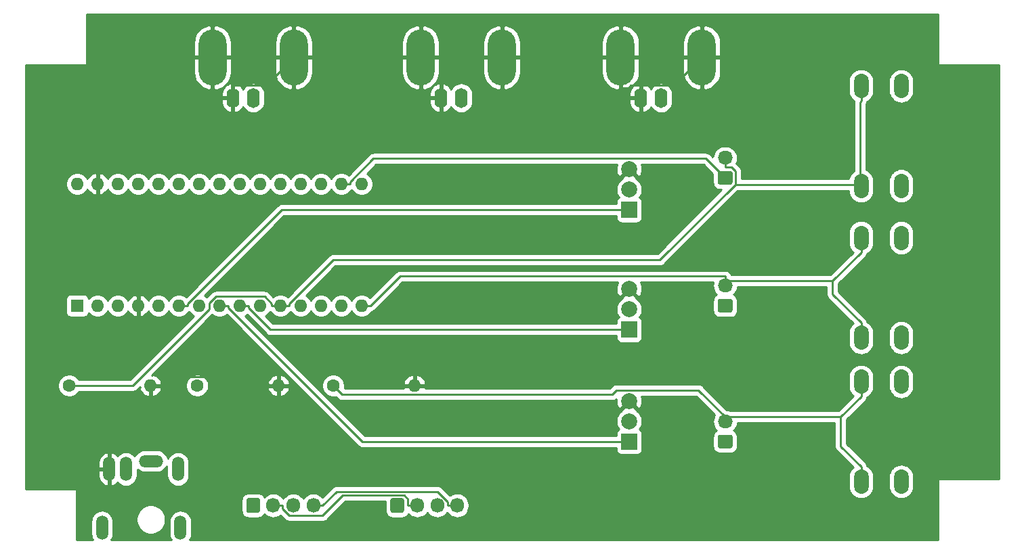
<source format=gbr>
%TF.GenerationSoftware,KiCad,Pcbnew,(5.1.6)-1*%
%TF.CreationDate,2020-08-03T18:02:55+09:00*%
%TF.ProjectId,arduino_pcb,61726475-696e-46f5-9f70-63622e6b6963,rev?*%
%TF.SameCoordinates,Original*%
%TF.FileFunction,Copper,L1,Top*%
%TF.FilePolarity,Positive*%
%FSLAX46Y46*%
G04 Gerber Fmt 4.6, Leading zero omitted, Abs format (unit mm)*
G04 Created by KiCad (PCBNEW (5.1.6)-1) date 2020-08-03 18:02:55*
%MOMM*%
%LPD*%
G01*
G04 APERTURE LIST*
%TA.AperFunction,ComponentPad*%
%ADD10O,1.850000X3.048000*%
%TD*%
%TA.AperFunction,ComponentPad*%
%ADD11O,1.600000X1.600000*%
%TD*%
%TA.AperFunction,ComponentPad*%
%ADD12C,1.600000*%
%TD*%
%TA.AperFunction,ComponentPad*%
%ADD13C,2.000000*%
%TD*%
%TA.AperFunction,ComponentPad*%
%ADD14R,2.000000X2.000000*%
%TD*%
%TA.AperFunction,ComponentPad*%
%ADD15O,1.700000X1.850000*%
%TD*%
%TA.AperFunction,ComponentPad*%
%ADD16O,1.850000X1.700000*%
%TD*%
%TA.AperFunction,ComponentPad*%
%ADD17O,1.600000X2.500000*%
%TD*%
%TA.AperFunction,ComponentPad*%
%ADD18O,3.500000X7.000000*%
%TD*%
%TA.AperFunction,ComponentPad*%
%ADD19O,1.508000X3.016000*%
%TD*%
%TA.AperFunction,ComponentPad*%
%ADD20O,3.016000X1.508000*%
%TD*%
%TA.AperFunction,ComponentPad*%
%ADD21R,1.600000X1.600000*%
%TD*%
%TA.AperFunction,Conductor*%
%ADD22C,0.250000*%
%TD*%
%TA.AperFunction,Conductor*%
%ADD23C,0.254000*%
%TD*%
G04 APERTURE END LIST*
D10*
%TO.P,SW3,2*%
%TO.N,+3V3*%
X182000000Y-94000000D03*
%TO.P,SW3,1*%
%TO.N,/FREQ*%
X177000000Y-94000000D03*
%TO.P,SW3,2*%
%TO.N,+3V3*%
X182000000Y-81500000D03*
%TO.P,SW3,1*%
%TO.N,/FREQ*%
X177000000Y-81500000D03*
%TD*%
%TO.P,SW2,2*%
%TO.N,+3V3*%
X182000000Y-131000000D03*
%TO.P,SW2,1*%
%TO.N,/STATE*%
X177000000Y-131000000D03*
%TO.P,SW2,2*%
%TO.N,+3V3*%
X182000000Y-118500000D03*
%TO.P,SW2,1*%
%TO.N,/STATE*%
X177000000Y-118500000D03*
%TD*%
%TO.P,SW1,2*%
%TO.N,+3V3*%
X182000000Y-113000000D03*
%TO.P,SW1,1*%
%TO.N,/OPERATE*%
X177000000Y-113000000D03*
%TO.P,SW1,2*%
%TO.N,+3V3*%
X182000000Y-100500000D03*
%TO.P,SW1,1*%
%TO.N,/OPERATE*%
X177000000Y-100500000D03*
%TD*%
D11*
%TO.P,R3,2*%
%TO.N,GND*%
X121160000Y-119000000D03*
D12*
%TO.P,R3,1*%
%TO.N,/STATE*%
X111000000Y-119000000D03*
%TD*%
D11*
%TO.P,R2,2*%
%TO.N,GND*%
X104160000Y-119000000D03*
D12*
%TO.P,R2,1*%
%TO.N,/OPERATE*%
X94000000Y-119000000D03*
%TD*%
D11*
%TO.P,R1,2*%
%TO.N,GND*%
X88160000Y-119000000D03*
D12*
%TO.P,R1,1*%
%TO.N,/FREQ*%
X78000000Y-119000000D03*
%TD*%
D13*
%TO.P,Q3,3*%
%TO.N,GND*%
X148000000Y-91920000D03*
%TO.P,Q3,2*%
%TO.N,/BLUELED*%
X148000000Y-94460000D03*
D14*
%TO.P,Q3,1*%
%TO.N,/BLUEPIN*%
X148000000Y-97000000D03*
%TD*%
D13*
%TO.P,Q2,3*%
%TO.N,GND*%
X148000000Y-106920000D03*
%TO.P,Q2,2*%
%TO.N,/GREENLED*%
X148000000Y-109460000D03*
D14*
%TO.P,Q2,1*%
%TO.N,/GREENPIN*%
X148000000Y-112000000D03*
%TD*%
D13*
%TO.P,Q1,3*%
%TO.N,GND*%
X148000000Y-120920000D03*
%TO.P,Q1,2*%
%TO.N,/REDLED*%
X148000000Y-123460000D03*
D14*
%TO.P,Q1,1*%
%TO.N,/REDPIN*%
X148000000Y-126000000D03*
%TD*%
D15*
%TO.P,J9,4*%
%TO.N,/BLUELED*%
X126500000Y-134000000D03*
%TO.P,J9,3*%
%TO.N,/REDLED*%
X124000000Y-134000000D03*
%TO.P,J9,2*%
%TO.N,/GREENLED*%
X121500000Y-134000000D03*
%TO.P,J9,1*%
%TO.N,+12V*%
%TA.AperFunction,ComponentPad*%
G36*
G01*
X118150000Y-134675000D02*
X118150000Y-133325000D01*
G75*
G02*
X118400000Y-133075000I250000J0D01*
G01*
X119600000Y-133075000D01*
G75*
G02*
X119850000Y-133325000I0J-250000D01*
G01*
X119850000Y-134675000D01*
G75*
G02*
X119600000Y-134925000I-250000J0D01*
G01*
X118400000Y-134925000D01*
G75*
G02*
X118150000Y-134675000I0J250000D01*
G01*
G37*
%TD.AperFunction*%
%TD*%
D16*
%TO.P,J8,2*%
%TO.N,/FREQ*%
X160000000Y-90500000D03*
%TO.P,J8,1*%
%TO.N,+3V3*%
%TA.AperFunction,ComponentPad*%
G36*
G01*
X160675000Y-93850000D02*
X159325000Y-93850000D01*
G75*
G02*
X159075000Y-93600000I0J250000D01*
G01*
X159075000Y-92400000D01*
G75*
G02*
X159325000Y-92150000I250000J0D01*
G01*
X160675000Y-92150000D01*
G75*
G02*
X160925000Y-92400000I0J-250000D01*
G01*
X160925000Y-93600000D01*
G75*
G02*
X160675000Y-93850000I-250000J0D01*
G01*
G37*
%TD.AperFunction*%
%TD*%
%TO.P,J7,2*%
%TO.N,/STATE*%
X160000000Y-123500000D03*
%TO.P,J7,1*%
%TO.N,+3V3*%
%TA.AperFunction,ComponentPad*%
G36*
G01*
X160675000Y-126850000D02*
X159325000Y-126850000D01*
G75*
G02*
X159075000Y-126600000I0J250000D01*
G01*
X159075000Y-125400000D01*
G75*
G02*
X159325000Y-125150000I250000J0D01*
G01*
X160675000Y-125150000D01*
G75*
G02*
X160925000Y-125400000I0J-250000D01*
G01*
X160925000Y-126600000D01*
G75*
G02*
X160675000Y-126850000I-250000J0D01*
G01*
G37*
%TD.AperFunction*%
%TD*%
%TO.P,J6,2*%
%TO.N,/OPERATE*%
X160000000Y-106500000D03*
%TO.P,J6,1*%
%TO.N,+3V3*%
%TA.AperFunction,ComponentPad*%
G36*
G01*
X160675000Y-109850000D02*
X159325000Y-109850000D01*
G75*
G02*
X159075000Y-109600000I0J250000D01*
G01*
X159075000Y-108400000D01*
G75*
G02*
X159325000Y-108150000I250000J0D01*
G01*
X160675000Y-108150000D01*
G75*
G02*
X160925000Y-108400000I0J-250000D01*
G01*
X160925000Y-109600000D01*
G75*
G02*
X160675000Y-109850000I-250000J0D01*
G01*
G37*
%TD.AperFunction*%
%TD*%
D15*
%TO.P,J5,4*%
%TO.N,/BLUELED*%
X108500000Y-134000000D03*
%TO.P,J5,3*%
%TO.N,/REDLED*%
X106000000Y-134000000D03*
%TO.P,J5,2*%
%TO.N,/GREENLED*%
X103500000Y-134000000D03*
%TO.P,J5,1*%
%TO.N,+12V*%
%TA.AperFunction,ComponentPad*%
G36*
G01*
X100150000Y-134675000D02*
X100150000Y-133325000D01*
G75*
G02*
X100400000Y-133075000I250000J0D01*
G01*
X101600000Y-133075000D01*
G75*
G02*
X101850000Y-133325000I0J-250000D01*
G01*
X101850000Y-134675000D01*
G75*
G02*
X101600000Y-134925000I-250000J0D01*
G01*
X100400000Y-134925000D01*
G75*
G02*
X100150000Y-134675000I0J250000D01*
G01*
G37*
%TD.AperFunction*%
%TD*%
D17*
%TO.P,J4,2*%
%TO.N,GND*%
X149460000Y-83000000D03*
%TO.P,J4,1*%
%TO.N,/TDTPIN2*%
X152000000Y-83000000D03*
D18*
%TO.P,J4,2*%
%TO.N,GND*%
X157080000Y-77920000D03*
X146920000Y-77920000D03*
%TD*%
D17*
%TO.P,J3,2*%
%TO.N,GND*%
X124460000Y-83000000D03*
%TO.P,J3,1*%
%TO.N,/TDTPIN1*%
X127000000Y-83000000D03*
D18*
%TO.P,J3,2*%
%TO.N,GND*%
X132080000Y-77920000D03*
X121920000Y-77920000D03*
%TD*%
D17*
%TO.P,J2,2*%
%TO.N,GND*%
X98460000Y-83000000D03*
%TO.P,J2,1*%
%TO.N,/TDTPIN0*%
X101000000Y-83000000D03*
D18*
%TO.P,J2,2*%
%TO.N,GND*%
X106080000Y-77920000D03*
X95920000Y-77920000D03*
%TD*%
D19*
%TO.P,J1,6*%
%TO.N,N/C*%
X91900000Y-136750000D03*
%TO.P,J1,5*%
X82100000Y-136750000D03*
%TO.P,J1,4*%
X91600000Y-129450000D03*
%TO.P,J1,2*%
%TO.N,GND*%
X83000000Y-129450000D03*
%TO.P,J1,3*%
%TO.N,N/C*%
X85100000Y-129450000D03*
D20*
%TO.P,J1,1*%
%TO.N,+12V*%
X88200000Y-128450000D03*
%TD*%
D11*
%TO.P,A1,16*%
%TO.N,Net-(A1-Pad16)*%
X114560000Y-93760000D03*
%TO.P,A1,15*%
%TO.N,/OPERATE*%
X114560000Y-109000000D03*
%TO.P,A1,30*%
%TO.N,+12V*%
X79000000Y-93760000D03*
%TO.P,A1,14*%
%TO.N,/TDTPIN2*%
X112020000Y-109000000D03*
%TO.P,A1,29*%
%TO.N,GND*%
X81540000Y-93760000D03*
%TO.P,A1,13*%
%TO.N,/TDTPIN1*%
X109480000Y-109000000D03*
%TO.P,A1,28*%
%TO.N,Net-(A1-Pad28)*%
X84080000Y-93760000D03*
%TO.P,A1,12*%
%TO.N,/TDTPIN0*%
X106940000Y-109000000D03*
%TO.P,A1,27*%
%TO.N,+5V*%
X86620000Y-93760000D03*
%TO.P,A1,11*%
%TO.N,/FREQ*%
X104400000Y-109000000D03*
%TO.P,A1,26*%
%TO.N,Net-(A1-Pad26)*%
X89160000Y-93760000D03*
%TO.P,A1,10*%
%TO.N,/STATE*%
X101860000Y-109000000D03*
%TO.P,A1,25*%
%TO.N,Net-(A1-Pad25)*%
X91700000Y-93760000D03*
%TO.P,A1,9*%
%TO.N,/GREENPIN*%
X99320000Y-109000000D03*
%TO.P,A1,24*%
%TO.N,Net-(A1-Pad24)*%
X94240000Y-93760000D03*
%TO.P,A1,8*%
%TO.N,/REDPIN*%
X96780000Y-109000000D03*
%TO.P,A1,23*%
%TO.N,Net-(A1-Pad23)*%
X96780000Y-93760000D03*
%TO.P,A1,7*%
%TO.N,Net-(A1-Pad7)*%
X94240000Y-109000000D03*
%TO.P,A1,22*%
%TO.N,Net-(A1-Pad22)*%
X99320000Y-93760000D03*
%TO.P,A1,6*%
%TO.N,/BLUEPIN*%
X91700000Y-109000000D03*
%TO.P,A1,21*%
%TO.N,Net-(A1-Pad21)*%
X101860000Y-93760000D03*
%TO.P,A1,5*%
%TO.N,Net-(A1-Pad5)*%
X89160000Y-109000000D03*
%TO.P,A1,20*%
%TO.N,Net-(A1-Pad20)*%
X104400000Y-93760000D03*
%TO.P,A1,4*%
%TO.N,GND*%
X86620000Y-109000000D03*
%TO.P,A1,19*%
%TO.N,Net-(A1-Pad19)*%
X106940000Y-93760000D03*
%TO.P,A1,3*%
%TO.N,Net-(A1-Pad3)*%
X84080000Y-109000000D03*
%TO.P,A1,18*%
%TO.N,Net-(A1-Pad18)*%
X109480000Y-93760000D03*
%TO.P,A1,2*%
%TO.N,Net-(A1-Pad2)*%
X81540000Y-109000000D03*
%TO.P,A1,17*%
%TO.N,+3V3*%
X112020000Y-93760000D03*
D21*
%TO.P,A1,1*%
%TO.N,Net-(A1-Pad1)*%
X79000000Y-109000000D03*
%TD*%
D22*
%TO.N,/OPERATE*%
X173437000Y-105912300D02*
X177000000Y-102349300D01*
X160000000Y-105912300D02*
X173437000Y-105912300D01*
X173437000Y-105912300D02*
X173437000Y-107587700D01*
X173437000Y-107587700D02*
X177000000Y-111150700D01*
X177000000Y-113000000D02*
X177000000Y-111150700D01*
X177000000Y-100500000D02*
X177000000Y-102349300D01*
X160000000Y-105912300D02*
X160000000Y-105324700D01*
X160000000Y-106500000D02*
X160000000Y-105912300D01*
X114560000Y-109000000D02*
X115685300Y-109000000D01*
X115685300Y-109000000D02*
X119360600Y-105324700D01*
X119360600Y-105324700D02*
X160000000Y-105324700D01*
%TO.N,GND*%
X157080000Y-77920000D02*
X153575300Y-81424700D01*
X153575300Y-81424700D02*
X149460000Y-81424700D01*
X146920000Y-77920000D02*
X146920000Y-81745300D01*
X146920000Y-81745300D02*
X147883000Y-81745300D01*
X147883000Y-81745300D02*
X148203600Y-81424700D01*
X148203600Y-81424700D02*
X149460000Y-81424700D01*
X132080000Y-77920000D02*
X146920000Y-77920000D01*
X149460000Y-83000000D02*
X149460000Y-81424700D01*
X98460000Y-83000000D02*
X98460000Y-81424700D01*
X98460000Y-81424700D02*
X102575300Y-81424700D01*
X102575300Y-81424700D02*
X106080000Y-77920000D01*
X86620000Y-109000000D02*
X86620000Y-107874700D01*
X86620000Y-107874700D02*
X81540000Y-102794700D01*
X81540000Y-102794700D02*
X81540000Y-93760000D01*
X104160000Y-119000000D02*
X103034700Y-119000000D01*
X88160000Y-119000000D02*
X89285300Y-119000000D01*
X89285300Y-119000000D02*
X90410600Y-117874700D01*
X90410600Y-117874700D02*
X101909400Y-117874700D01*
X101909400Y-117874700D02*
X103034700Y-119000000D01*
X106080000Y-77920000D02*
X121920000Y-77920000D01*
%TO.N,/FREQ*%
X177000000Y-81500000D02*
X177000000Y-83349300D01*
X176837600Y-93837600D02*
X177000000Y-94000000D01*
X161265500Y-93837600D02*
X176837600Y-93837600D01*
X177000000Y-83349300D02*
X176837600Y-83511700D01*
X176837600Y-83511700D02*
X176837600Y-93837600D01*
X161265500Y-93837600D02*
X151833300Y-103269800D01*
X151833300Y-103269800D02*
X110974200Y-103269800D01*
X110974200Y-103269800D02*
X105525300Y-108718700D01*
X105525300Y-108718700D02*
X105525300Y-109000000D01*
X160000000Y-91675300D02*
X160791000Y-91675300D01*
X160791000Y-91675300D02*
X161265500Y-92149800D01*
X161265500Y-92149800D02*
X161265500Y-93837600D01*
X104400000Y-109000000D02*
X105525300Y-109000000D01*
X104400000Y-109000000D02*
X103274700Y-109000000D01*
X103274700Y-109000000D02*
X103274700Y-108718700D01*
X103274700Y-108718700D02*
X102417200Y-107861200D01*
X102417200Y-107861200D02*
X96324100Y-107861200D01*
X96324100Y-107861200D02*
X95510000Y-108675300D01*
X95510000Y-108675300D02*
X95510000Y-109400300D01*
X95510000Y-109400300D02*
X85910300Y-119000000D01*
X85910300Y-119000000D02*
X78000000Y-119000000D01*
X160000000Y-90500000D02*
X160000000Y-91675300D01*
%TO.N,/STATE*%
X111000000Y-119000000D02*
X112133700Y-120133700D01*
X112133700Y-120133700D02*
X145841800Y-120133700D01*
X145841800Y-120133700D02*
X146399800Y-119575700D01*
X146399800Y-119575700D02*
X156663400Y-119575700D01*
X156663400Y-119575700D02*
X160000000Y-122912300D01*
X174437000Y-122912300D02*
X177000000Y-120349300D01*
X160000000Y-122912300D02*
X174437000Y-122912300D01*
X174437000Y-122912300D02*
X174437000Y-126587700D01*
X174437000Y-126587700D02*
X177000000Y-129150700D01*
X177000000Y-131000000D02*
X177000000Y-129150700D01*
X177000000Y-118500000D02*
X177000000Y-120349300D01*
X160000000Y-123500000D02*
X160000000Y-122912300D01*
%TO.N,/GREENPIN*%
X99320000Y-109000000D02*
X100445300Y-109000000D01*
X100445300Y-109000000D02*
X100445300Y-109281300D01*
X100445300Y-109281300D02*
X103164000Y-112000000D01*
X103164000Y-112000000D02*
X148000000Y-112000000D01*
%TO.N,/REDPIN*%
X96780000Y-109000000D02*
X97905300Y-109000000D01*
X97905300Y-109000000D02*
X97905300Y-109281300D01*
X97905300Y-109281300D02*
X114624000Y-126000000D01*
X114624000Y-126000000D02*
X148000000Y-126000000D01*
%TO.N,/BLUEPIN*%
X91700000Y-109000000D02*
X92825300Y-109000000D01*
X92825300Y-109000000D02*
X92825300Y-108718700D01*
X92825300Y-108718700D02*
X104544000Y-97000000D01*
X104544000Y-97000000D02*
X148000000Y-97000000D01*
%TO.N,+3V3*%
X112020000Y-93760000D02*
X113145300Y-93760000D01*
X113145300Y-93760000D02*
X113145300Y-93478700D01*
X113145300Y-93478700D02*
X116032800Y-90591200D01*
X116032800Y-90591200D02*
X157591200Y-90591200D01*
X157591200Y-90591200D02*
X160000000Y-93000000D01*
%TO.N,/BLUELED*%
X125324700Y-134000000D02*
X125324700Y-133559300D01*
X125324700Y-133559300D02*
X124052300Y-132286900D01*
X124052300Y-132286900D02*
X111388400Y-132286900D01*
X111388400Y-132286900D02*
X109675300Y-134000000D01*
X108500000Y-134000000D02*
X109675300Y-134000000D01*
X126500000Y-134000000D02*
X125324700Y-134000000D01*
%TO.N,/GREENLED*%
X103500000Y-134000000D02*
X104675300Y-134000000D01*
X121500000Y-134000000D02*
X120324700Y-134000000D01*
X120324700Y-134000000D02*
X120324700Y-133192000D01*
X120324700Y-133192000D02*
X119869900Y-132737200D01*
X119869900Y-132737200D02*
X112194900Y-132737200D01*
X112194900Y-132737200D02*
X109666100Y-135266000D01*
X109666100Y-135266000D02*
X105500600Y-135266000D01*
X105500600Y-135266000D02*
X104675300Y-134440700D01*
X104675300Y-134440700D02*
X104675300Y-134000000D01*
%TD*%
D23*
%TO.N,GND*%
G36*
X186563000Y-78740000D02*
G01*
X186565440Y-78764776D01*
X186572667Y-78788601D01*
X186584403Y-78810557D01*
X186600197Y-78829803D01*
X186619443Y-78845597D01*
X186641399Y-78857333D01*
X186665224Y-78864560D01*
X186690000Y-78867000D01*
X194183000Y-78867000D01*
X194183000Y-130683000D01*
X186690000Y-130683000D01*
X186665224Y-130685440D01*
X186641399Y-130692667D01*
X186619443Y-130704403D01*
X186600197Y-130720197D01*
X186584403Y-130739443D01*
X186572667Y-130761399D01*
X186565440Y-130785224D01*
X186563000Y-130810000D01*
X186563000Y-138303000D01*
X93041147Y-138303000D01*
X93060499Y-138279420D01*
X93189477Y-138038119D01*
X93268902Y-137776291D01*
X93289000Y-137572230D01*
X93289000Y-135927770D01*
X93268902Y-135723709D01*
X93189477Y-135461881D01*
X93060499Y-135220580D01*
X92886922Y-135009077D01*
X92675419Y-134835501D01*
X92434118Y-134706523D01*
X92172290Y-134627098D01*
X91900000Y-134600280D01*
X91627709Y-134627098D01*
X91365881Y-134706523D01*
X91124580Y-134835501D01*
X90913077Y-135009078D01*
X90739501Y-135220581D01*
X90610523Y-135461882D01*
X90531098Y-135723710D01*
X90511000Y-135927771D01*
X90511000Y-137572230D01*
X90531098Y-137776291D01*
X90610524Y-138038119D01*
X90739502Y-138279420D01*
X90758854Y-138303000D01*
X83241147Y-138303000D01*
X83260499Y-138279420D01*
X83389477Y-138038119D01*
X83468902Y-137776291D01*
X83489000Y-137572230D01*
X83489000Y-135927770D01*
X83468902Y-135723709D01*
X83422053Y-135569268D01*
X86365000Y-135569268D01*
X86365000Y-135930732D01*
X86435518Y-136285250D01*
X86573844Y-136619199D01*
X86774662Y-136919744D01*
X87030256Y-137175338D01*
X87330801Y-137376156D01*
X87664750Y-137514482D01*
X88019268Y-137585000D01*
X88380732Y-137585000D01*
X88735250Y-137514482D01*
X89069199Y-137376156D01*
X89369744Y-137175338D01*
X89625338Y-136919744D01*
X89826156Y-136619199D01*
X89964482Y-136285250D01*
X90035000Y-135930732D01*
X90035000Y-135569268D01*
X89964482Y-135214750D01*
X89826156Y-134880801D01*
X89625338Y-134580256D01*
X89369744Y-134324662D01*
X89069199Y-134123844D01*
X88735250Y-133985518D01*
X88380732Y-133915000D01*
X88019268Y-133915000D01*
X87664750Y-133985518D01*
X87330801Y-134123844D01*
X87030256Y-134324662D01*
X86774662Y-134580256D01*
X86573844Y-134880801D01*
X86435518Y-135214750D01*
X86365000Y-135569268D01*
X83422053Y-135569268D01*
X83389477Y-135461881D01*
X83260499Y-135220580D01*
X83086922Y-135009077D01*
X82875419Y-134835501D01*
X82634118Y-134706523D01*
X82372290Y-134627098D01*
X82100000Y-134600280D01*
X81827709Y-134627098D01*
X81565881Y-134706523D01*
X81324580Y-134835501D01*
X81113077Y-135009078D01*
X80939501Y-135220581D01*
X80810523Y-135461882D01*
X80731098Y-135723710D01*
X80711000Y-135927771D01*
X80711000Y-137572230D01*
X80731098Y-137776291D01*
X80810524Y-138038119D01*
X80939502Y-138279420D01*
X80958854Y-138303000D01*
X78867000Y-138303000D01*
X78867000Y-133325000D01*
X99511928Y-133325000D01*
X99511928Y-134675000D01*
X99528992Y-134848254D01*
X99579528Y-135014850D01*
X99661595Y-135168386D01*
X99772038Y-135302962D01*
X99906614Y-135413405D01*
X100060150Y-135495472D01*
X100226746Y-135546008D01*
X100400000Y-135563072D01*
X101600000Y-135563072D01*
X101773254Y-135546008D01*
X101939850Y-135495472D01*
X102093386Y-135413405D01*
X102227962Y-135302962D01*
X102338405Y-135168386D01*
X102392777Y-135066663D01*
X102444866Y-135130134D01*
X102670987Y-135315706D01*
X102928967Y-135453599D01*
X103208890Y-135538513D01*
X103500000Y-135567185D01*
X103791111Y-135538513D01*
X104071034Y-135453599D01*
X104329014Y-135315706D01*
X104409473Y-135249675D01*
X104936805Y-135777008D01*
X104960599Y-135806001D01*
X104989592Y-135829795D01*
X104989596Y-135829799D01*
X105060285Y-135887811D01*
X105076324Y-135900974D01*
X105208353Y-135971546D01*
X105351614Y-136015003D01*
X105463267Y-136026000D01*
X105463276Y-136026000D01*
X105500599Y-136029676D01*
X105537922Y-136026000D01*
X109628778Y-136026000D01*
X109666100Y-136029676D01*
X109703422Y-136026000D01*
X109703433Y-136026000D01*
X109815086Y-136015003D01*
X109958347Y-135971546D01*
X110090376Y-135900974D01*
X110206101Y-135806001D01*
X110229904Y-135776997D01*
X112509702Y-133497200D01*
X117511928Y-133497200D01*
X117511928Y-134675000D01*
X117528992Y-134848254D01*
X117579528Y-135014850D01*
X117661595Y-135168386D01*
X117772038Y-135302962D01*
X117906614Y-135413405D01*
X118060150Y-135495472D01*
X118226746Y-135546008D01*
X118400000Y-135563072D01*
X119600000Y-135563072D01*
X119773254Y-135546008D01*
X119939850Y-135495472D01*
X120093386Y-135413405D01*
X120227962Y-135302962D01*
X120338405Y-135168386D01*
X120392777Y-135066663D01*
X120444866Y-135130134D01*
X120670987Y-135315706D01*
X120928967Y-135453599D01*
X121208890Y-135538513D01*
X121500000Y-135567185D01*
X121791111Y-135538513D01*
X122071034Y-135453599D01*
X122329014Y-135315706D01*
X122555134Y-135130134D01*
X122740706Y-134904013D01*
X122750000Y-134886626D01*
X122759294Y-134904014D01*
X122944866Y-135130134D01*
X123170987Y-135315706D01*
X123428967Y-135453599D01*
X123708890Y-135538513D01*
X124000000Y-135567185D01*
X124291111Y-135538513D01*
X124571034Y-135453599D01*
X124829014Y-135315706D01*
X125055134Y-135130134D01*
X125240706Y-134904013D01*
X125250000Y-134886626D01*
X125259294Y-134904014D01*
X125444866Y-135130134D01*
X125670987Y-135315706D01*
X125928967Y-135453599D01*
X126208890Y-135538513D01*
X126500000Y-135567185D01*
X126791111Y-135538513D01*
X127071034Y-135453599D01*
X127329014Y-135315706D01*
X127555134Y-135130134D01*
X127740706Y-134904013D01*
X127878599Y-134646033D01*
X127963513Y-134366110D01*
X127985000Y-134147949D01*
X127985000Y-133852050D01*
X127963513Y-133633889D01*
X127878599Y-133353966D01*
X127740706Y-133095986D01*
X127555134Y-132869866D01*
X127329013Y-132684294D01*
X127071033Y-132546401D01*
X126791110Y-132461487D01*
X126500000Y-132432815D01*
X126208889Y-132461487D01*
X125928966Y-132546401D01*
X125670986Y-132684294D01*
X125590527Y-132750325D01*
X124616104Y-131775903D01*
X124592301Y-131746899D01*
X124476576Y-131651926D01*
X124344547Y-131581354D01*
X124201286Y-131537897D01*
X124089633Y-131526900D01*
X124089622Y-131526900D01*
X124052300Y-131523224D01*
X124014978Y-131526900D01*
X111425722Y-131526900D01*
X111388399Y-131523224D01*
X111351076Y-131526900D01*
X111351067Y-131526900D01*
X111239414Y-131537897D01*
X111096153Y-131581354D01*
X110964124Y-131651926D01*
X110848399Y-131746899D01*
X110824601Y-131775897D01*
X109634241Y-132966258D01*
X109555134Y-132869866D01*
X109329013Y-132684294D01*
X109071033Y-132546401D01*
X108791110Y-132461487D01*
X108500000Y-132432815D01*
X108208889Y-132461487D01*
X107928966Y-132546401D01*
X107670986Y-132684294D01*
X107444866Y-132869866D01*
X107259294Y-133095987D01*
X107250000Y-133113374D01*
X107240706Y-133095986D01*
X107055134Y-132869866D01*
X106829013Y-132684294D01*
X106571033Y-132546401D01*
X106291110Y-132461487D01*
X106000000Y-132432815D01*
X105708889Y-132461487D01*
X105428966Y-132546401D01*
X105170986Y-132684294D01*
X104944866Y-132869866D01*
X104759294Y-133095987D01*
X104750000Y-133113374D01*
X104740706Y-133095986D01*
X104555134Y-132869866D01*
X104329013Y-132684294D01*
X104071033Y-132546401D01*
X103791110Y-132461487D01*
X103500000Y-132432815D01*
X103208889Y-132461487D01*
X102928966Y-132546401D01*
X102670986Y-132684294D01*
X102444866Y-132869866D01*
X102392777Y-132933337D01*
X102338405Y-132831614D01*
X102227962Y-132697038D01*
X102093386Y-132586595D01*
X101939850Y-132504528D01*
X101773254Y-132453992D01*
X101600000Y-132436928D01*
X100400000Y-132436928D01*
X100226746Y-132453992D01*
X100060150Y-132504528D01*
X99906614Y-132586595D01*
X99772038Y-132697038D01*
X99661595Y-132831614D01*
X99579528Y-132985150D01*
X99528992Y-133151746D01*
X99511928Y-133325000D01*
X78867000Y-133325000D01*
X78867000Y-132080000D01*
X78864560Y-132055224D01*
X78857333Y-132031399D01*
X78845597Y-132009443D01*
X78829803Y-131990197D01*
X78810557Y-131974403D01*
X78788601Y-131962667D01*
X78764776Y-131955440D01*
X78740000Y-131953000D01*
X72517000Y-131953000D01*
X72517000Y-129577000D01*
X81611000Y-129577000D01*
X81611000Y-130331000D01*
X81662466Y-130599540D01*
X81765332Y-130852880D01*
X81915646Y-131081284D01*
X82107631Y-131275974D01*
X82333909Y-131429469D01*
X82585785Y-131535870D01*
X82658186Y-131550286D01*
X82873000Y-131427677D01*
X82873000Y-129577000D01*
X81611000Y-129577000D01*
X72517000Y-129577000D01*
X72517000Y-128569000D01*
X81611000Y-128569000D01*
X81611000Y-129323000D01*
X82873000Y-129323000D01*
X82873000Y-127472323D01*
X83127000Y-127472323D01*
X83127000Y-129323000D01*
X83147000Y-129323000D01*
X83147000Y-129577000D01*
X83127000Y-129577000D01*
X83127000Y-131427677D01*
X83341814Y-131550286D01*
X83414215Y-131535870D01*
X83666091Y-131429469D01*
X83892369Y-131275974D01*
X84050923Y-131115186D01*
X84113078Y-131190923D01*
X84324581Y-131364499D01*
X84565882Y-131493477D01*
X84827710Y-131572902D01*
X85100000Y-131599720D01*
X85372291Y-131572902D01*
X85634119Y-131493477D01*
X85875420Y-131364499D01*
X86086923Y-131190923D01*
X86260499Y-130979420D01*
X86389477Y-130738119D01*
X86468902Y-130476291D01*
X86489000Y-130272230D01*
X86489000Y-129461480D01*
X86670580Y-129610499D01*
X86911881Y-129739477D01*
X87173709Y-129818902D01*
X87377770Y-129839000D01*
X89022230Y-129839000D01*
X89226291Y-129818902D01*
X89488119Y-129739477D01*
X89729420Y-129610499D01*
X89940923Y-129436923D01*
X90114499Y-129225420D01*
X90211000Y-129044879D01*
X90211000Y-130272230D01*
X90231098Y-130476291D01*
X90310524Y-130738119D01*
X90439502Y-130979420D01*
X90613078Y-131190923D01*
X90824581Y-131364499D01*
X91065882Y-131493477D01*
X91327710Y-131572902D01*
X91600000Y-131599720D01*
X91872291Y-131572902D01*
X92134119Y-131493477D01*
X92375420Y-131364499D01*
X92586923Y-131190923D01*
X92760499Y-130979420D01*
X92889477Y-130738119D01*
X92968902Y-130476291D01*
X92989000Y-130272230D01*
X92989000Y-128627770D01*
X92968902Y-128423709D01*
X92889477Y-128161881D01*
X92760499Y-127920580D01*
X92586922Y-127709077D01*
X92375419Y-127535501D01*
X92134118Y-127406523D01*
X91872290Y-127327098D01*
X91600000Y-127300280D01*
X91327709Y-127327098D01*
X91065881Y-127406523D01*
X90824580Y-127535501D01*
X90613077Y-127709078D01*
X90439501Y-127920581D01*
X90315357Y-128152838D01*
X90243477Y-127915881D01*
X90114499Y-127674580D01*
X89940923Y-127463077D01*
X89729420Y-127289501D01*
X89488119Y-127160523D01*
X89226291Y-127081098D01*
X89022230Y-127061000D01*
X87377770Y-127061000D01*
X87173709Y-127081098D01*
X86911881Y-127160523D01*
X86670580Y-127289501D01*
X86459077Y-127463077D01*
X86285501Y-127674580D01*
X86196012Y-127842003D01*
X86086922Y-127709077D01*
X85875419Y-127535501D01*
X85634118Y-127406523D01*
X85372290Y-127327098D01*
X85100000Y-127300280D01*
X84827709Y-127327098D01*
X84565881Y-127406523D01*
X84324580Y-127535501D01*
X84113077Y-127709078D01*
X84050923Y-127784813D01*
X83892369Y-127624026D01*
X83666091Y-127470531D01*
X83414215Y-127364130D01*
X83341814Y-127349714D01*
X83127000Y-127472323D01*
X82873000Y-127472323D01*
X82658186Y-127349714D01*
X82585785Y-127364130D01*
X82333909Y-127470531D01*
X82107631Y-127624026D01*
X81915646Y-127818716D01*
X81765332Y-128047120D01*
X81662466Y-128300460D01*
X81611000Y-128569000D01*
X72517000Y-128569000D01*
X72517000Y-118858665D01*
X76565000Y-118858665D01*
X76565000Y-119141335D01*
X76620147Y-119418574D01*
X76728320Y-119679727D01*
X76885363Y-119914759D01*
X77085241Y-120114637D01*
X77320273Y-120271680D01*
X77581426Y-120379853D01*
X77858665Y-120435000D01*
X78141335Y-120435000D01*
X78418574Y-120379853D01*
X78679727Y-120271680D01*
X78914759Y-120114637D01*
X79114637Y-119914759D01*
X79218043Y-119760000D01*
X85872978Y-119760000D01*
X85910300Y-119763676D01*
X85947622Y-119760000D01*
X85947633Y-119760000D01*
X86059286Y-119749003D01*
X86202547Y-119705546D01*
X86334576Y-119634974D01*
X86450301Y-119540001D01*
X86474104Y-119510997D01*
X86858099Y-119127002D01*
X86890084Y-119127002D01*
X86768096Y-119349039D01*
X86808754Y-119483087D01*
X86928963Y-119737420D01*
X87096481Y-119963414D01*
X87304869Y-120152385D01*
X87546119Y-120297070D01*
X87810960Y-120391909D01*
X88033000Y-120270624D01*
X88033000Y-119127000D01*
X88287000Y-119127000D01*
X88287000Y-120270624D01*
X88509040Y-120391909D01*
X88773881Y-120297070D01*
X89015131Y-120152385D01*
X89223519Y-119963414D01*
X89391037Y-119737420D01*
X89511246Y-119483087D01*
X89551904Y-119349039D01*
X89429915Y-119127000D01*
X88287000Y-119127000D01*
X88033000Y-119127000D01*
X88013000Y-119127000D01*
X88013000Y-118873000D01*
X88033000Y-118873000D01*
X88033000Y-118853000D01*
X88287000Y-118853000D01*
X88287000Y-118873000D01*
X89429915Y-118873000D01*
X89437790Y-118858665D01*
X92565000Y-118858665D01*
X92565000Y-119141335D01*
X92620147Y-119418574D01*
X92728320Y-119679727D01*
X92885363Y-119914759D01*
X93085241Y-120114637D01*
X93320273Y-120271680D01*
X93581426Y-120379853D01*
X93858665Y-120435000D01*
X94141335Y-120435000D01*
X94418574Y-120379853D01*
X94679727Y-120271680D01*
X94914759Y-120114637D01*
X95114637Y-119914759D01*
X95271680Y-119679727D01*
X95379853Y-119418574D01*
X95393684Y-119349039D01*
X102768096Y-119349039D01*
X102808754Y-119483087D01*
X102928963Y-119737420D01*
X103096481Y-119963414D01*
X103304869Y-120152385D01*
X103546119Y-120297070D01*
X103810960Y-120391909D01*
X104033000Y-120270624D01*
X104033000Y-119127000D01*
X104287000Y-119127000D01*
X104287000Y-120270624D01*
X104509040Y-120391909D01*
X104773881Y-120297070D01*
X105015131Y-120152385D01*
X105223519Y-119963414D01*
X105391037Y-119737420D01*
X105511246Y-119483087D01*
X105551904Y-119349039D01*
X105429915Y-119127000D01*
X104287000Y-119127000D01*
X104033000Y-119127000D01*
X102890085Y-119127000D01*
X102768096Y-119349039D01*
X95393684Y-119349039D01*
X95435000Y-119141335D01*
X95435000Y-118858665D01*
X95393685Y-118650961D01*
X102768096Y-118650961D01*
X102890085Y-118873000D01*
X104033000Y-118873000D01*
X104033000Y-117729376D01*
X104287000Y-117729376D01*
X104287000Y-118873000D01*
X105429915Y-118873000D01*
X105551904Y-118650961D01*
X105511246Y-118516913D01*
X105391037Y-118262580D01*
X105223519Y-118036586D01*
X105015131Y-117847615D01*
X104773881Y-117702930D01*
X104509040Y-117608091D01*
X104287000Y-117729376D01*
X104033000Y-117729376D01*
X103810960Y-117608091D01*
X103546119Y-117702930D01*
X103304869Y-117847615D01*
X103096481Y-118036586D01*
X102928963Y-118262580D01*
X102808754Y-118516913D01*
X102768096Y-118650961D01*
X95393685Y-118650961D01*
X95379853Y-118581426D01*
X95271680Y-118320273D01*
X95114637Y-118085241D01*
X94914759Y-117885363D01*
X94679727Y-117728320D01*
X94418574Y-117620147D01*
X94141335Y-117565000D01*
X93858665Y-117565000D01*
X93581426Y-117620147D01*
X93320273Y-117728320D01*
X93085241Y-117885363D01*
X92885363Y-118085241D01*
X92728320Y-118320273D01*
X92620147Y-118581426D01*
X92565000Y-118858665D01*
X89437790Y-118858665D01*
X89551904Y-118650961D01*
X89511246Y-118516913D01*
X89391037Y-118262580D01*
X89223519Y-118036586D01*
X89015131Y-117847615D01*
X88773881Y-117702930D01*
X88509040Y-117608091D01*
X88287002Y-117729375D01*
X88287002Y-117698099D01*
X95868373Y-110116729D01*
X96100273Y-110271680D01*
X96361426Y-110379853D01*
X96638665Y-110435000D01*
X96921335Y-110435000D01*
X97198574Y-110379853D01*
X97459727Y-110271680D01*
X97676222Y-110127023D01*
X114060201Y-126511003D01*
X114083999Y-126540001D01*
X114199724Y-126634974D01*
X114331753Y-126705546D01*
X114475014Y-126749003D01*
X114586667Y-126760000D01*
X114586676Y-126760000D01*
X114623999Y-126763676D01*
X114661322Y-126760000D01*
X146361928Y-126760000D01*
X146361928Y-127000000D01*
X146374188Y-127124482D01*
X146410498Y-127244180D01*
X146469463Y-127354494D01*
X146548815Y-127451185D01*
X146645506Y-127530537D01*
X146755820Y-127589502D01*
X146875518Y-127625812D01*
X147000000Y-127638072D01*
X149000000Y-127638072D01*
X149124482Y-127625812D01*
X149244180Y-127589502D01*
X149354494Y-127530537D01*
X149451185Y-127451185D01*
X149530537Y-127354494D01*
X149589502Y-127244180D01*
X149625812Y-127124482D01*
X149638072Y-127000000D01*
X149638072Y-125000000D01*
X149625812Y-124875518D01*
X149589502Y-124755820D01*
X149530537Y-124645506D01*
X149451185Y-124548815D01*
X149354494Y-124469463D01*
X149308370Y-124444809D01*
X149448918Y-124234463D01*
X149572168Y-123936912D01*
X149635000Y-123621033D01*
X149635000Y-123298967D01*
X149572168Y-122983088D01*
X149448918Y-122685537D01*
X149269987Y-122417748D01*
X149042252Y-122190013D01*
X148933400Y-122117280D01*
X148955808Y-122055413D01*
X148000000Y-121099605D01*
X147044192Y-122055413D01*
X147066600Y-122117280D01*
X146957748Y-122190013D01*
X146730013Y-122417748D01*
X146551082Y-122685537D01*
X146427832Y-122983088D01*
X146365000Y-123298967D01*
X146365000Y-123621033D01*
X146427832Y-123936912D01*
X146551082Y-124234463D01*
X146691630Y-124444809D01*
X146645506Y-124469463D01*
X146548815Y-124548815D01*
X146469463Y-124645506D01*
X146410498Y-124755820D01*
X146374188Y-124875518D01*
X146361928Y-125000000D01*
X146361928Y-125240000D01*
X114938802Y-125240000D01*
X108557467Y-118858665D01*
X109565000Y-118858665D01*
X109565000Y-119141335D01*
X109620147Y-119418574D01*
X109728320Y-119679727D01*
X109885363Y-119914759D01*
X110085241Y-120114637D01*
X110320273Y-120271680D01*
X110581426Y-120379853D01*
X110858665Y-120435000D01*
X111141335Y-120435000D01*
X111323886Y-120398688D01*
X111569901Y-120644703D01*
X111593699Y-120673701D01*
X111622697Y-120697499D01*
X111709423Y-120768674D01*
X111841453Y-120839246D01*
X111984714Y-120882703D01*
X112096367Y-120893700D01*
X112096377Y-120893700D01*
X112133700Y-120897376D01*
X112171023Y-120893700D01*
X145804478Y-120893700D01*
X145841800Y-120897376D01*
X145879122Y-120893700D01*
X145879133Y-120893700D01*
X145990786Y-120882703D01*
X146134047Y-120839246D01*
X146266076Y-120768674D01*
X146376602Y-120677968D01*
X146358282Y-120982595D01*
X146402039Y-121301675D01*
X146507205Y-121606088D01*
X146600186Y-121780044D01*
X146864587Y-121875808D01*
X147820395Y-120920000D01*
X147806253Y-120905858D01*
X147985858Y-120726253D01*
X148000000Y-120740395D01*
X148014143Y-120726253D01*
X148193748Y-120905858D01*
X148179605Y-120920000D01*
X149135413Y-121875808D01*
X149399814Y-121780044D01*
X149540704Y-121490429D01*
X149622384Y-121178892D01*
X149641718Y-120857405D01*
X149597961Y-120538325D01*
X149527960Y-120335700D01*
X156348599Y-120335700D01*
X158684151Y-122671253D01*
X158546401Y-122928966D01*
X158461487Y-123208889D01*
X158432815Y-123500000D01*
X158461487Y-123791111D01*
X158546401Y-124071034D01*
X158684294Y-124329014D01*
X158869866Y-124555134D01*
X158933337Y-124607223D01*
X158831614Y-124661595D01*
X158697038Y-124772038D01*
X158586595Y-124906614D01*
X158504528Y-125060150D01*
X158453992Y-125226746D01*
X158436928Y-125400000D01*
X158436928Y-126600000D01*
X158453992Y-126773254D01*
X158504528Y-126939850D01*
X158586595Y-127093386D01*
X158697038Y-127227962D01*
X158831614Y-127338405D01*
X158985150Y-127420472D01*
X159151746Y-127471008D01*
X159325000Y-127488072D01*
X160675000Y-127488072D01*
X160848254Y-127471008D01*
X161014850Y-127420472D01*
X161168386Y-127338405D01*
X161302962Y-127227962D01*
X161413405Y-127093386D01*
X161495472Y-126939850D01*
X161546008Y-126773254D01*
X161563072Y-126600000D01*
X161563072Y-125400000D01*
X161546008Y-125226746D01*
X161495472Y-125060150D01*
X161413405Y-124906614D01*
X161302962Y-124772038D01*
X161168386Y-124661595D01*
X161066663Y-124607223D01*
X161130134Y-124555134D01*
X161315706Y-124329014D01*
X161453599Y-124071034D01*
X161538513Y-123791111D01*
X161550215Y-123672300D01*
X173677000Y-123672300D01*
X173677001Y-126550368D01*
X173673324Y-126587700D01*
X173687998Y-126736685D01*
X173731454Y-126879946D01*
X173802026Y-127011976D01*
X173858754Y-127081098D01*
X173897000Y-127127701D01*
X173925998Y-127151499D01*
X175987968Y-129213469D01*
X175891576Y-129292576D01*
X175696631Y-129530118D01*
X175551774Y-129801126D01*
X175462572Y-130095188D01*
X175440000Y-130324365D01*
X175440000Y-131675636D01*
X175462572Y-131904813D01*
X175551774Y-132198875D01*
X175696632Y-132469883D01*
X175891577Y-132707424D01*
X176129118Y-132902369D01*
X176400126Y-133047226D01*
X176694188Y-133136428D01*
X177000000Y-133166548D01*
X177305813Y-133136428D01*
X177599875Y-133047226D01*
X177870883Y-132902369D01*
X178108424Y-132707424D01*
X178303369Y-132469883D01*
X178448226Y-132198875D01*
X178537428Y-131904813D01*
X178560000Y-131675636D01*
X178560000Y-130324365D01*
X180440000Y-130324365D01*
X180440000Y-131675636D01*
X180462572Y-131904813D01*
X180551774Y-132198875D01*
X180696632Y-132469883D01*
X180891577Y-132707424D01*
X181129118Y-132902369D01*
X181400126Y-133047226D01*
X181694188Y-133136428D01*
X182000000Y-133166548D01*
X182305813Y-133136428D01*
X182599875Y-133047226D01*
X182870883Y-132902369D01*
X183108424Y-132707424D01*
X183303369Y-132469883D01*
X183448226Y-132198875D01*
X183537428Y-131904813D01*
X183560000Y-131675636D01*
X183560000Y-130324364D01*
X183537428Y-130095187D01*
X183448226Y-129801125D01*
X183303369Y-129530117D01*
X183108424Y-129292576D01*
X182870882Y-129097631D01*
X182599874Y-128952774D01*
X182305812Y-128863572D01*
X182000000Y-128833452D01*
X181694187Y-128863572D01*
X181400125Y-128952774D01*
X181129117Y-129097631D01*
X180891576Y-129292576D01*
X180696631Y-129530118D01*
X180551774Y-129801126D01*
X180462572Y-130095188D01*
X180440000Y-130324365D01*
X178560000Y-130324365D01*
X178560000Y-130324364D01*
X178537428Y-130095187D01*
X178448226Y-129801125D01*
X178303369Y-129530117D01*
X178108424Y-129292576D01*
X177870882Y-129097631D01*
X177752202Y-129034195D01*
X177749003Y-129001714D01*
X177705546Y-128858453D01*
X177634974Y-128726424D01*
X177540001Y-128610699D01*
X177511003Y-128586901D01*
X175197000Y-126272899D01*
X175197000Y-123227101D01*
X177511003Y-120913099D01*
X177540001Y-120889301D01*
X177634974Y-120773576D01*
X177705546Y-120641547D01*
X177749003Y-120498286D01*
X177752202Y-120465805D01*
X177870883Y-120402369D01*
X178108424Y-120207424D01*
X178303369Y-119969883D01*
X178448226Y-119698875D01*
X178537428Y-119404813D01*
X178560000Y-119175636D01*
X178560000Y-117824365D01*
X180440000Y-117824365D01*
X180440000Y-119175636D01*
X180462572Y-119404813D01*
X180551774Y-119698875D01*
X180696632Y-119969883D01*
X180891577Y-120207424D01*
X181129118Y-120402369D01*
X181400126Y-120547226D01*
X181694188Y-120636428D01*
X182000000Y-120666548D01*
X182305813Y-120636428D01*
X182599875Y-120547226D01*
X182870883Y-120402369D01*
X183108424Y-120207424D01*
X183303369Y-119969883D01*
X183448226Y-119698875D01*
X183537428Y-119404813D01*
X183560000Y-119175636D01*
X183560000Y-117824364D01*
X183537428Y-117595187D01*
X183448226Y-117301125D01*
X183303369Y-117030117D01*
X183108424Y-116792576D01*
X182870882Y-116597631D01*
X182599874Y-116452774D01*
X182305812Y-116363572D01*
X182000000Y-116333452D01*
X181694187Y-116363572D01*
X181400125Y-116452774D01*
X181129117Y-116597631D01*
X180891576Y-116792576D01*
X180696631Y-117030118D01*
X180551774Y-117301126D01*
X180462572Y-117595188D01*
X180440000Y-117824365D01*
X178560000Y-117824365D01*
X178560000Y-117824364D01*
X178537428Y-117595187D01*
X178448226Y-117301125D01*
X178303369Y-117030117D01*
X178108424Y-116792576D01*
X177870882Y-116597631D01*
X177599874Y-116452774D01*
X177305812Y-116363572D01*
X177000000Y-116333452D01*
X176694187Y-116363572D01*
X176400125Y-116452774D01*
X176129117Y-116597631D01*
X175891576Y-116792576D01*
X175696631Y-117030118D01*
X175551774Y-117301126D01*
X175462572Y-117595188D01*
X175440000Y-117824365D01*
X175440000Y-119175636D01*
X175462572Y-119404813D01*
X175551774Y-119698875D01*
X175696632Y-119969883D01*
X175891577Y-120207424D01*
X175987968Y-120286530D01*
X174122199Y-122152300D01*
X160703842Y-122152300D01*
X160646034Y-122121401D01*
X160366111Y-122036487D01*
X160180730Y-122018229D01*
X157227204Y-119064703D01*
X157203401Y-119035699D01*
X157087676Y-118940726D01*
X156955647Y-118870154D01*
X156812386Y-118826697D01*
X156700733Y-118815700D01*
X156700722Y-118815700D01*
X156663400Y-118812024D01*
X156626078Y-118815700D01*
X146437122Y-118815700D01*
X146399799Y-118812024D01*
X146362476Y-118815700D01*
X146362467Y-118815700D01*
X146250814Y-118826697D01*
X146107553Y-118870154D01*
X145975524Y-118940726D01*
X145859799Y-119035699D01*
X145836000Y-119064698D01*
X145526999Y-119373700D01*
X122544424Y-119373700D01*
X122551904Y-119349039D01*
X122429915Y-119127000D01*
X121287000Y-119127000D01*
X121287000Y-119147000D01*
X121033000Y-119147000D01*
X121033000Y-119127000D01*
X119890085Y-119127000D01*
X119768096Y-119349039D01*
X119775576Y-119373700D01*
X112448502Y-119373700D01*
X112398688Y-119323886D01*
X112435000Y-119141335D01*
X112435000Y-118858665D01*
X112393685Y-118650961D01*
X119768096Y-118650961D01*
X119890085Y-118873000D01*
X121033000Y-118873000D01*
X121033000Y-117729376D01*
X121287000Y-117729376D01*
X121287000Y-118873000D01*
X122429915Y-118873000D01*
X122551904Y-118650961D01*
X122511246Y-118516913D01*
X122391037Y-118262580D01*
X122223519Y-118036586D01*
X122015131Y-117847615D01*
X121773881Y-117702930D01*
X121509040Y-117608091D01*
X121287000Y-117729376D01*
X121033000Y-117729376D01*
X120810960Y-117608091D01*
X120546119Y-117702930D01*
X120304869Y-117847615D01*
X120096481Y-118036586D01*
X119928963Y-118262580D01*
X119808754Y-118516913D01*
X119768096Y-118650961D01*
X112393685Y-118650961D01*
X112379853Y-118581426D01*
X112271680Y-118320273D01*
X112114637Y-118085241D01*
X111914759Y-117885363D01*
X111679727Y-117728320D01*
X111418574Y-117620147D01*
X111141335Y-117565000D01*
X110858665Y-117565000D01*
X110581426Y-117620147D01*
X110320273Y-117728320D01*
X110085241Y-117885363D01*
X109885363Y-118085241D01*
X109728320Y-118320273D01*
X109620147Y-118581426D01*
X109565000Y-118858665D01*
X108557467Y-118858665D01*
X99979047Y-110280246D01*
X99999727Y-110271680D01*
X100216222Y-110127023D01*
X102600205Y-112511008D01*
X102623999Y-112540001D01*
X102652992Y-112563795D01*
X102652996Y-112563799D01*
X102723685Y-112621811D01*
X102739724Y-112634974D01*
X102871753Y-112705546D01*
X103015014Y-112749003D01*
X103126667Y-112760000D01*
X103126676Y-112760000D01*
X103163999Y-112763676D01*
X103201322Y-112760000D01*
X146361928Y-112760000D01*
X146361928Y-113000000D01*
X146374188Y-113124482D01*
X146410498Y-113244180D01*
X146469463Y-113354494D01*
X146548815Y-113451185D01*
X146645506Y-113530537D01*
X146755820Y-113589502D01*
X146875518Y-113625812D01*
X147000000Y-113638072D01*
X149000000Y-113638072D01*
X149124482Y-113625812D01*
X149244180Y-113589502D01*
X149354494Y-113530537D01*
X149451185Y-113451185D01*
X149530537Y-113354494D01*
X149589502Y-113244180D01*
X149625812Y-113124482D01*
X149638072Y-113000000D01*
X149638072Y-111000000D01*
X149625812Y-110875518D01*
X149589502Y-110755820D01*
X149530537Y-110645506D01*
X149451185Y-110548815D01*
X149354494Y-110469463D01*
X149308370Y-110444809D01*
X149448918Y-110234463D01*
X149572168Y-109936912D01*
X149635000Y-109621033D01*
X149635000Y-109298967D01*
X149572168Y-108983088D01*
X149448918Y-108685537D01*
X149269987Y-108417748D01*
X149042252Y-108190013D01*
X148933400Y-108117280D01*
X148955808Y-108055413D01*
X148000000Y-107099605D01*
X147044192Y-108055413D01*
X147066600Y-108117280D01*
X146957748Y-108190013D01*
X146730013Y-108417748D01*
X146551082Y-108685537D01*
X146427832Y-108983088D01*
X146365000Y-109298967D01*
X146365000Y-109621033D01*
X146427832Y-109936912D01*
X146551082Y-110234463D01*
X146691630Y-110444809D01*
X146645506Y-110469463D01*
X146548815Y-110548815D01*
X146469463Y-110645506D01*
X146410498Y-110755820D01*
X146374188Y-110875518D01*
X146361928Y-111000000D01*
X146361928Y-111240000D01*
X103478803Y-111240000D01*
X102519048Y-110280246D01*
X102539727Y-110271680D01*
X102774759Y-110114637D01*
X102974637Y-109914759D01*
X103092187Y-109738833D01*
X103125714Y-109749003D01*
X103178053Y-109754158D01*
X103285363Y-109914759D01*
X103485241Y-110114637D01*
X103720273Y-110271680D01*
X103981426Y-110379853D01*
X104258665Y-110435000D01*
X104541335Y-110435000D01*
X104818574Y-110379853D01*
X105079727Y-110271680D01*
X105314759Y-110114637D01*
X105514637Y-109914759D01*
X105621947Y-109754158D01*
X105674286Y-109749003D01*
X105707813Y-109738833D01*
X105825363Y-109914759D01*
X106025241Y-110114637D01*
X106260273Y-110271680D01*
X106521426Y-110379853D01*
X106798665Y-110435000D01*
X107081335Y-110435000D01*
X107358574Y-110379853D01*
X107619727Y-110271680D01*
X107854759Y-110114637D01*
X108054637Y-109914759D01*
X108210000Y-109682241D01*
X108365363Y-109914759D01*
X108565241Y-110114637D01*
X108800273Y-110271680D01*
X109061426Y-110379853D01*
X109338665Y-110435000D01*
X109621335Y-110435000D01*
X109898574Y-110379853D01*
X110159727Y-110271680D01*
X110394759Y-110114637D01*
X110594637Y-109914759D01*
X110750000Y-109682241D01*
X110905363Y-109914759D01*
X111105241Y-110114637D01*
X111340273Y-110271680D01*
X111601426Y-110379853D01*
X111878665Y-110435000D01*
X112161335Y-110435000D01*
X112438574Y-110379853D01*
X112699727Y-110271680D01*
X112934759Y-110114637D01*
X113134637Y-109914759D01*
X113290000Y-109682241D01*
X113445363Y-109914759D01*
X113645241Y-110114637D01*
X113880273Y-110271680D01*
X114141426Y-110379853D01*
X114418665Y-110435000D01*
X114701335Y-110435000D01*
X114978574Y-110379853D01*
X115239727Y-110271680D01*
X115474759Y-110114637D01*
X115674637Y-109914759D01*
X115781947Y-109754158D01*
X115834286Y-109749003D01*
X115977547Y-109705546D01*
X116109576Y-109634974D01*
X116225301Y-109540001D01*
X116249104Y-109510997D01*
X119675402Y-106084700D01*
X146588149Y-106084700D01*
X146459296Y-106349571D01*
X146377616Y-106661108D01*
X146358282Y-106982595D01*
X146402039Y-107301675D01*
X146507205Y-107606088D01*
X146600186Y-107780044D01*
X146864587Y-107875808D01*
X147820395Y-106920000D01*
X147806253Y-106905858D01*
X147985858Y-106726253D01*
X148000000Y-106740395D01*
X148014143Y-106726253D01*
X148193748Y-106905858D01*
X148179605Y-106920000D01*
X149135413Y-107875808D01*
X149399814Y-107780044D01*
X149540704Y-107490429D01*
X149622384Y-107178892D01*
X149641718Y-106857405D01*
X149597961Y-106538325D01*
X149492795Y-106233912D01*
X149413040Y-106084700D01*
X158499159Y-106084700D01*
X158461487Y-106208889D01*
X158432815Y-106500000D01*
X158461487Y-106791111D01*
X158546401Y-107071034D01*
X158684294Y-107329014D01*
X158869866Y-107555134D01*
X158933337Y-107607223D01*
X158831614Y-107661595D01*
X158697038Y-107772038D01*
X158586595Y-107906614D01*
X158504528Y-108060150D01*
X158453992Y-108226746D01*
X158436928Y-108400000D01*
X158436928Y-109600000D01*
X158453992Y-109773254D01*
X158504528Y-109939850D01*
X158586595Y-110093386D01*
X158697038Y-110227962D01*
X158831614Y-110338405D01*
X158985150Y-110420472D01*
X159151746Y-110471008D01*
X159325000Y-110488072D01*
X160675000Y-110488072D01*
X160848254Y-110471008D01*
X161014850Y-110420472D01*
X161168386Y-110338405D01*
X161302962Y-110227962D01*
X161413405Y-110093386D01*
X161495472Y-109939850D01*
X161546008Y-109773254D01*
X161563072Y-109600000D01*
X161563072Y-108400000D01*
X161546008Y-108226746D01*
X161495472Y-108060150D01*
X161413405Y-107906614D01*
X161302962Y-107772038D01*
X161168386Y-107661595D01*
X161066663Y-107607223D01*
X161130134Y-107555134D01*
X161315706Y-107329014D01*
X161453599Y-107071034D01*
X161538513Y-106791111D01*
X161550215Y-106672300D01*
X172677000Y-106672300D01*
X172677001Y-107550368D01*
X172673324Y-107587700D01*
X172677001Y-107625033D01*
X172687998Y-107736686D01*
X172691677Y-107748815D01*
X172731454Y-107879946D01*
X172802026Y-108011976D01*
X172862154Y-108085241D01*
X172897000Y-108127701D01*
X172925998Y-108151499D01*
X175987968Y-111213469D01*
X175891576Y-111292576D01*
X175696631Y-111530118D01*
X175551774Y-111801126D01*
X175462572Y-112095188D01*
X175440000Y-112324365D01*
X175440000Y-113675636D01*
X175462572Y-113904813D01*
X175551774Y-114198875D01*
X175696632Y-114469883D01*
X175891577Y-114707424D01*
X176129118Y-114902369D01*
X176400126Y-115047226D01*
X176694188Y-115136428D01*
X177000000Y-115166548D01*
X177305813Y-115136428D01*
X177599875Y-115047226D01*
X177870883Y-114902369D01*
X178108424Y-114707424D01*
X178303369Y-114469883D01*
X178448226Y-114198875D01*
X178537428Y-113904813D01*
X178560000Y-113675636D01*
X178560000Y-112324365D01*
X180440000Y-112324365D01*
X180440000Y-113675636D01*
X180462572Y-113904813D01*
X180551774Y-114198875D01*
X180696632Y-114469883D01*
X180891577Y-114707424D01*
X181129118Y-114902369D01*
X181400126Y-115047226D01*
X181694188Y-115136428D01*
X182000000Y-115166548D01*
X182305813Y-115136428D01*
X182599875Y-115047226D01*
X182870883Y-114902369D01*
X183108424Y-114707424D01*
X183303369Y-114469883D01*
X183448226Y-114198875D01*
X183537428Y-113904813D01*
X183560000Y-113675636D01*
X183560000Y-112324364D01*
X183537428Y-112095187D01*
X183448226Y-111801125D01*
X183303369Y-111530117D01*
X183108424Y-111292576D01*
X182870882Y-111097631D01*
X182599874Y-110952774D01*
X182305812Y-110863572D01*
X182000000Y-110833452D01*
X181694187Y-110863572D01*
X181400125Y-110952774D01*
X181129117Y-111097631D01*
X180891576Y-111292576D01*
X180696631Y-111530118D01*
X180551774Y-111801126D01*
X180462572Y-112095188D01*
X180440000Y-112324365D01*
X178560000Y-112324365D01*
X178560000Y-112324364D01*
X178537428Y-112095187D01*
X178448226Y-111801125D01*
X178303369Y-111530117D01*
X178108424Y-111292576D01*
X177870882Y-111097631D01*
X177752202Y-111034195D01*
X177749003Y-111001714D01*
X177705546Y-110858453D01*
X177634974Y-110726423D01*
X177563799Y-110639697D01*
X177540001Y-110610699D01*
X177511003Y-110586901D01*
X174197000Y-107272899D01*
X174197000Y-106227101D01*
X177511003Y-102913099D01*
X177540001Y-102889301D01*
X177575928Y-102845524D01*
X177634974Y-102773577D01*
X177705546Y-102641547D01*
X177707585Y-102634826D01*
X177749003Y-102498286D01*
X177752202Y-102465805D01*
X177870883Y-102402369D01*
X178108424Y-102207424D01*
X178303369Y-101969883D01*
X178448226Y-101698875D01*
X178537428Y-101404813D01*
X178560000Y-101175636D01*
X178560000Y-99824365D01*
X180440000Y-99824365D01*
X180440000Y-101175636D01*
X180462572Y-101404813D01*
X180551774Y-101698875D01*
X180696632Y-101969883D01*
X180891577Y-102207424D01*
X181129118Y-102402369D01*
X181400126Y-102547226D01*
X181694188Y-102636428D01*
X182000000Y-102666548D01*
X182305813Y-102636428D01*
X182599875Y-102547226D01*
X182870883Y-102402369D01*
X183108424Y-102207424D01*
X183303369Y-101969883D01*
X183448226Y-101698875D01*
X183537428Y-101404813D01*
X183560000Y-101175636D01*
X183560000Y-99824364D01*
X183537428Y-99595187D01*
X183448226Y-99301125D01*
X183303369Y-99030117D01*
X183108424Y-98792576D01*
X182870882Y-98597631D01*
X182599874Y-98452774D01*
X182305812Y-98363572D01*
X182000000Y-98333452D01*
X181694187Y-98363572D01*
X181400125Y-98452774D01*
X181129117Y-98597631D01*
X180891576Y-98792576D01*
X180696631Y-99030118D01*
X180551774Y-99301126D01*
X180462572Y-99595188D01*
X180440000Y-99824365D01*
X178560000Y-99824365D01*
X178560000Y-99824364D01*
X178537428Y-99595187D01*
X178448226Y-99301125D01*
X178303369Y-99030117D01*
X178108424Y-98792576D01*
X177870882Y-98597631D01*
X177599874Y-98452774D01*
X177305812Y-98363572D01*
X177000000Y-98333452D01*
X176694187Y-98363572D01*
X176400125Y-98452774D01*
X176129117Y-98597631D01*
X175891576Y-98792576D01*
X175696631Y-99030118D01*
X175551774Y-99301126D01*
X175462572Y-99595188D01*
X175440000Y-99824365D01*
X175440000Y-101175636D01*
X175462572Y-101404813D01*
X175551774Y-101698875D01*
X175696632Y-101969883D01*
X175891577Y-102207424D01*
X175987968Y-102286530D01*
X173122199Y-105152300D01*
X160741901Y-105152300D01*
X160705546Y-105032453D01*
X160634974Y-104900424D01*
X160540001Y-104784699D01*
X160424276Y-104689726D01*
X160292247Y-104619154D01*
X160148986Y-104575697D01*
X160037333Y-104564700D01*
X160000000Y-104561023D01*
X159962667Y-104564700D01*
X119397922Y-104564700D01*
X119360599Y-104561024D01*
X119323276Y-104564700D01*
X119323267Y-104564700D01*
X119211614Y-104575697D01*
X119068353Y-104619154D01*
X118936323Y-104689726D01*
X118852683Y-104758368D01*
X118820599Y-104784699D01*
X118796801Y-104813697D01*
X115599947Y-108010551D01*
X115474759Y-107885363D01*
X115239727Y-107728320D01*
X114978574Y-107620147D01*
X114701335Y-107565000D01*
X114418665Y-107565000D01*
X114141426Y-107620147D01*
X113880273Y-107728320D01*
X113645241Y-107885363D01*
X113445363Y-108085241D01*
X113290000Y-108317759D01*
X113134637Y-108085241D01*
X112934759Y-107885363D01*
X112699727Y-107728320D01*
X112438574Y-107620147D01*
X112161335Y-107565000D01*
X111878665Y-107565000D01*
X111601426Y-107620147D01*
X111340273Y-107728320D01*
X111105241Y-107885363D01*
X110905363Y-108085241D01*
X110750000Y-108317759D01*
X110594637Y-108085241D01*
X110394759Y-107885363D01*
X110159727Y-107728320D01*
X109898574Y-107620147D01*
X109621335Y-107565000D01*
X109338665Y-107565000D01*
X109061426Y-107620147D01*
X108800273Y-107728320D01*
X108565241Y-107885363D01*
X108365363Y-108085241D01*
X108210000Y-108317759D01*
X108054637Y-108085241D01*
X107854759Y-107885363D01*
X107619727Y-107728320D01*
X107599047Y-107719754D01*
X111289002Y-104029800D01*
X151795978Y-104029800D01*
X151833300Y-104033476D01*
X151870622Y-104029800D01*
X151870633Y-104029800D01*
X151982286Y-104018803D01*
X152125547Y-103975346D01*
X152257576Y-103904774D01*
X152373301Y-103809801D01*
X152397104Y-103780797D01*
X161580302Y-94597600D01*
X175440000Y-94597600D01*
X175440000Y-94675636D01*
X175462572Y-94904813D01*
X175551774Y-95198875D01*
X175696632Y-95469883D01*
X175891577Y-95707424D01*
X176129118Y-95902369D01*
X176400126Y-96047226D01*
X176694188Y-96136428D01*
X177000000Y-96166548D01*
X177305813Y-96136428D01*
X177599875Y-96047226D01*
X177870883Y-95902369D01*
X178108424Y-95707424D01*
X178303369Y-95469883D01*
X178448226Y-95198875D01*
X178537428Y-94904813D01*
X178560000Y-94675636D01*
X178560000Y-93324365D01*
X180440000Y-93324365D01*
X180440000Y-94675636D01*
X180462572Y-94904813D01*
X180551774Y-95198875D01*
X180696632Y-95469883D01*
X180891577Y-95707424D01*
X181129118Y-95902369D01*
X181400126Y-96047226D01*
X181694188Y-96136428D01*
X182000000Y-96166548D01*
X182305813Y-96136428D01*
X182599875Y-96047226D01*
X182870883Y-95902369D01*
X183108424Y-95707424D01*
X183303369Y-95469883D01*
X183448226Y-95198875D01*
X183537428Y-94904813D01*
X183560000Y-94675636D01*
X183560000Y-93324364D01*
X183537428Y-93095187D01*
X183448226Y-92801125D01*
X183303369Y-92530117D01*
X183108424Y-92292576D01*
X182870882Y-92097631D01*
X182599874Y-91952774D01*
X182305812Y-91863572D01*
X182000000Y-91833452D01*
X181694187Y-91863572D01*
X181400125Y-91952774D01*
X181129117Y-92097631D01*
X180891576Y-92292576D01*
X180696631Y-92530118D01*
X180551774Y-92801126D01*
X180462572Y-93095188D01*
X180440000Y-93324365D01*
X178560000Y-93324365D01*
X178560000Y-93324364D01*
X178537428Y-93095187D01*
X178448226Y-92801125D01*
X178303369Y-92530117D01*
X178108424Y-92292576D01*
X177870882Y-92097631D01*
X177599874Y-91952774D01*
X177597600Y-91952084D01*
X177597600Y-83819116D01*
X177634974Y-83773576D01*
X177705546Y-83641547D01*
X177749003Y-83498286D01*
X177752202Y-83465805D01*
X177870883Y-83402369D01*
X178108424Y-83207424D01*
X178303369Y-82969883D01*
X178448226Y-82698875D01*
X178537428Y-82404813D01*
X178560000Y-82175636D01*
X178560000Y-80824365D01*
X180440000Y-80824365D01*
X180440000Y-82175636D01*
X180462572Y-82404813D01*
X180551774Y-82698875D01*
X180696632Y-82969883D01*
X180891577Y-83207424D01*
X181129118Y-83402369D01*
X181400126Y-83547226D01*
X181694188Y-83636428D01*
X182000000Y-83666548D01*
X182305813Y-83636428D01*
X182599875Y-83547226D01*
X182870883Y-83402369D01*
X183108424Y-83207424D01*
X183303369Y-82969883D01*
X183448226Y-82698875D01*
X183537428Y-82404813D01*
X183560000Y-82175636D01*
X183560000Y-80824364D01*
X183537428Y-80595187D01*
X183448226Y-80301125D01*
X183303369Y-80030117D01*
X183108424Y-79792576D01*
X182870882Y-79597631D01*
X182599874Y-79452774D01*
X182305812Y-79363572D01*
X182000000Y-79333452D01*
X181694187Y-79363572D01*
X181400125Y-79452774D01*
X181129117Y-79597631D01*
X180891576Y-79792576D01*
X180696631Y-80030118D01*
X180551774Y-80301126D01*
X180462572Y-80595188D01*
X180440000Y-80824365D01*
X178560000Y-80824365D01*
X178560000Y-80824364D01*
X178537428Y-80595187D01*
X178448226Y-80301125D01*
X178303369Y-80030117D01*
X178108424Y-79792576D01*
X177870882Y-79597631D01*
X177599874Y-79452774D01*
X177305812Y-79363572D01*
X177000000Y-79333452D01*
X176694187Y-79363572D01*
X176400125Y-79452774D01*
X176129117Y-79597631D01*
X175891576Y-79792576D01*
X175696631Y-80030118D01*
X175551774Y-80301126D01*
X175462572Y-80595188D01*
X175440000Y-80824365D01*
X175440000Y-82175636D01*
X175462572Y-82404813D01*
X175551774Y-82698875D01*
X175696632Y-82969883D01*
X175891577Y-83207424D01*
X176088014Y-83368636D01*
X176077600Y-83474368D01*
X176077600Y-83474378D01*
X176073924Y-83511700D01*
X176077600Y-83549022D01*
X176077601Y-92139909D01*
X175891576Y-92292576D01*
X175696631Y-92530118D01*
X175551774Y-92801126D01*
X175467907Y-93077600D01*
X162025500Y-93077600D01*
X162025500Y-92187122D01*
X162029176Y-92149799D01*
X162025500Y-92112476D01*
X162025500Y-92112467D01*
X162014503Y-92000814D01*
X161971046Y-91857553D01*
X161900474Y-91725524D01*
X161805501Y-91609799D01*
X161776498Y-91585997D01*
X161386698Y-91196197D01*
X161453599Y-91071034D01*
X161538513Y-90791111D01*
X161567185Y-90500000D01*
X161538513Y-90208889D01*
X161453599Y-89928966D01*
X161315706Y-89670986D01*
X161130134Y-89444866D01*
X160904014Y-89259294D01*
X160646034Y-89121401D01*
X160366111Y-89036487D01*
X160147950Y-89015000D01*
X159852050Y-89015000D01*
X159633889Y-89036487D01*
X159353966Y-89121401D01*
X159095986Y-89259294D01*
X158869866Y-89444866D01*
X158684294Y-89670986D01*
X158546401Y-89928966D01*
X158461487Y-90208889D01*
X158445546Y-90370744D01*
X158155004Y-90080203D01*
X158131201Y-90051199D01*
X158015476Y-89956226D01*
X157883447Y-89885654D01*
X157740186Y-89842197D01*
X157628533Y-89831200D01*
X157628522Y-89831200D01*
X157591200Y-89827524D01*
X157553878Y-89831200D01*
X116070125Y-89831200D01*
X116032800Y-89827524D01*
X115995475Y-89831200D01*
X115995467Y-89831200D01*
X115883814Y-89842197D01*
X115740553Y-89885654D01*
X115608524Y-89956226D01*
X115492799Y-90051199D01*
X115469001Y-90080197D01*
X112916222Y-92632977D01*
X112699727Y-92488320D01*
X112438574Y-92380147D01*
X112161335Y-92325000D01*
X111878665Y-92325000D01*
X111601426Y-92380147D01*
X111340273Y-92488320D01*
X111105241Y-92645363D01*
X110905363Y-92845241D01*
X110750000Y-93077759D01*
X110594637Y-92845241D01*
X110394759Y-92645363D01*
X110159727Y-92488320D01*
X109898574Y-92380147D01*
X109621335Y-92325000D01*
X109338665Y-92325000D01*
X109061426Y-92380147D01*
X108800273Y-92488320D01*
X108565241Y-92645363D01*
X108365363Y-92845241D01*
X108210000Y-93077759D01*
X108054637Y-92845241D01*
X107854759Y-92645363D01*
X107619727Y-92488320D01*
X107358574Y-92380147D01*
X107081335Y-92325000D01*
X106798665Y-92325000D01*
X106521426Y-92380147D01*
X106260273Y-92488320D01*
X106025241Y-92645363D01*
X105825363Y-92845241D01*
X105670000Y-93077759D01*
X105514637Y-92845241D01*
X105314759Y-92645363D01*
X105079727Y-92488320D01*
X104818574Y-92380147D01*
X104541335Y-92325000D01*
X104258665Y-92325000D01*
X103981426Y-92380147D01*
X103720273Y-92488320D01*
X103485241Y-92645363D01*
X103285363Y-92845241D01*
X103130000Y-93077759D01*
X102974637Y-92845241D01*
X102774759Y-92645363D01*
X102539727Y-92488320D01*
X102278574Y-92380147D01*
X102001335Y-92325000D01*
X101718665Y-92325000D01*
X101441426Y-92380147D01*
X101180273Y-92488320D01*
X100945241Y-92645363D01*
X100745363Y-92845241D01*
X100590000Y-93077759D01*
X100434637Y-92845241D01*
X100234759Y-92645363D01*
X99999727Y-92488320D01*
X99738574Y-92380147D01*
X99461335Y-92325000D01*
X99178665Y-92325000D01*
X98901426Y-92380147D01*
X98640273Y-92488320D01*
X98405241Y-92645363D01*
X98205363Y-92845241D01*
X98050000Y-93077759D01*
X97894637Y-92845241D01*
X97694759Y-92645363D01*
X97459727Y-92488320D01*
X97198574Y-92380147D01*
X96921335Y-92325000D01*
X96638665Y-92325000D01*
X96361426Y-92380147D01*
X96100273Y-92488320D01*
X95865241Y-92645363D01*
X95665363Y-92845241D01*
X95510000Y-93077759D01*
X95354637Y-92845241D01*
X95154759Y-92645363D01*
X94919727Y-92488320D01*
X94658574Y-92380147D01*
X94381335Y-92325000D01*
X94098665Y-92325000D01*
X93821426Y-92380147D01*
X93560273Y-92488320D01*
X93325241Y-92645363D01*
X93125363Y-92845241D01*
X92970000Y-93077759D01*
X92814637Y-92845241D01*
X92614759Y-92645363D01*
X92379727Y-92488320D01*
X92118574Y-92380147D01*
X91841335Y-92325000D01*
X91558665Y-92325000D01*
X91281426Y-92380147D01*
X91020273Y-92488320D01*
X90785241Y-92645363D01*
X90585363Y-92845241D01*
X90430000Y-93077759D01*
X90274637Y-92845241D01*
X90074759Y-92645363D01*
X89839727Y-92488320D01*
X89578574Y-92380147D01*
X89301335Y-92325000D01*
X89018665Y-92325000D01*
X88741426Y-92380147D01*
X88480273Y-92488320D01*
X88245241Y-92645363D01*
X88045363Y-92845241D01*
X87890000Y-93077759D01*
X87734637Y-92845241D01*
X87534759Y-92645363D01*
X87299727Y-92488320D01*
X87038574Y-92380147D01*
X86761335Y-92325000D01*
X86478665Y-92325000D01*
X86201426Y-92380147D01*
X85940273Y-92488320D01*
X85705241Y-92645363D01*
X85505363Y-92845241D01*
X85350000Y-93077759D01*
X85194637Y-92845241D01*
X84994759Y-92645363D01*
X84759727Y-92488320D01*
X84498574Y-92380147D01*
X84221335Y-92325000D01*
X83938665Y-92325000D01*
X83661426Y-92380147D01*
X83400273Y-92488320D01*
X83165241Y-92645363D01*
X82965363Y-92845241D01*
X82808320Y-93080273D01*
X82803933Y-93090865D01*
X82692385Y-92904869D01*
X82503414Y-92696481D01*
X82277420Y-92528963D01*
X82023087Y-92408754D01*
X81889039Y-92368096D01*
X81667000Y-92490085D01*
X81667000Y-93633000D01*
X81687000Y-93633000D01*
X81687000Y-93887000D01*
X81667000Y-93887000D01*
X81667000Y-95029915D01*
X81889039Y-95151904D01*
X82023087Y-95111246D01*
X82277420Y-94991037D01*
X82503414Y-94823519D01*
X82692385Y-94615131D01*
X82803933Y-94429135D01*
X82808320Y-94439727D01*
X82965363Y-94674759D01*
X83165241Y-94874637D01*
X83400273Y-95031680D01*
X83661426Y-95139853D01*
X83938665Y-95195000D01*
X84221335Y-95195000D01*
X84498574Y-95139853D01*
X84759727Y-95031680D01*
X84994759Y-94874637D01*
X85194637Y-94674759D01*
X85350000Y-94442241D01*
X85505363Y-94674759D01*
X85705241Y-94874637D01*
X85940273Y-95031680D01*
X86201426Y-95139853D01*
X86478665Y-95195000D01*
X86761335Y-95195000D01*
X87038574Y-95139853D01*
X87299727Y-95031680D01*
X87534759Y-94874637D01*
X87734637Y-94674759D01*
X87890000Y-94442241D01*
X88045363Y-94674759D01*
X88245241Y-94874637D01*
X88480273Y-95031680D01*
X88741426Y-95139853D01*
X89018665Y-95195000D01*
X89301335Y-95195000D01*
X89578574Y-95139853D01*
X89839727Y-95031680D01*
X90074759Y-94874637D01*
X90274637Y-94674759D01*
X90430000Y-94442241D01*
X90585363Y-94674759D01*
X90785241Y-94874637D01*
X91020273Y-95031680D01*
X91281426Y-95139853D01*
X91558665Y-95195000D01*
X91841335Y-95195000D01*
X92118574Y-95139853D01*
X92379727Y-95031680D01*
X92614759Y-94874637D01*
X92814637Y-94674759D01*
X92970000Y-94442241D01*
X93125363Y-94674759D01*
X93325241Y-94874637D01*
X93560273Y-95031680D01*
X93821426Y-95139853D01*
X94098665Y-95195000D01*
X94381335Y-95195000D01*
X94658574Y-95139853D01*
X94919727Y-95031680D01*
X95154759Y-94874637D01*
X95354637Y-94674759D01*
X95510000Y-94442241D01*
X95665363Y-94674759D01*
X95865241Y-94874637D01*
X96100273Y-95031680D01*
X96361426Y-95139853D01*
X96638665Y-95195000D01*
X96921335Y-95195000D01*
X97198574Y-95139853D01*
X97459727Y-95031680D01*
X97694759Y-94874637D01*
X97894637Y-94674759D01*
X98050000Y-94442241D01*
X98205363Y-94674759D01*
X98405241Y-94874637D01*
X98640273Y-95031680D01*
X98901426Y-95139853D01*
X99178665Y-95195000D01*
X99461335Y-95195000D01*
X99738574Y-95139853D01*
X99999727Y-95031680D01*
X100234759Y-94874637D01*
X100434637Y-94674759D01*
X100590000Y-94442241D01*
X100745363Y-94674759D01*
X100945241Y-94874637D01*
X101180273Y-95031680D01*
X101441426Y-95139853D01*
X101718665Y-95195000D01*
X102001335Y-95195000D01*
X102278574Y-95139853D01*
X102539727Y-95031680D01*
X102774759Y-94874637D01*
X102974637Y-94674759D01*
X103130000Y-94442241D01*
X103285363Y-94674759D01*
X103485241Y-94874637D01*
X103720273Y-95031680D01*
X103981426Y-95139853D01*
X104258665Y-95195000D01*
X104541335Y-95195000D01*
X104818574Y-95139853D01*
X105079727Y-95031680D01*
X105314759Y-94874637D01*
X105514637Y-94674759D01*
X105670000Y-94442241D01*
X105825363Y-94674759D01*
X106025241Y-94874637D01*
X106260273Y-95031680D01*
X106521426Y-95139853D01*
X106798665Y-95195000D01*
X107081335Y-95195000D01*
X107358574Y-95139853D01*
X107619727Y-95031680D01*
X107854759Y-94874637D01*
X108054637Y-94674759D01*
X108210000Y-94442241D01*
X108365363Y-94674759D01*
X108565241Y-94874637D01*
X108800273Y-95031680D01*
X109061426Y-95139853D01*
X109338665Y-95195000D01*
X109621335Y-95195000D01*
X109898574Y-95139853D01*
X110159727Y-95031680D01*
X110394759Y-94874637D01*
X110594637Y-94674759D01*
X110750000Y-94442241D01*
X110905363Y-94674759D01*
X111105241Y-94874637D01*
X111340273Y-95031680D01*
X111601426Y-95139853D01*
X111878665Y-95195000D01*
X112161335Y-95195000D01*
X112438574Y-95139853D01*
X112699727Y-95031680D01*
X112934759Y-94874637D01*
X113134637Y-94674759D01*
X113241947Y-94514158D01*
X113294286Y-94509003D01*
X113327813Y-94498833D01*
X113445363Y-94674759D01*
X113645241Y-94874637D01*
X113880273Y-95031680D01*
X114141426Y-95139853D01*
X114418665Y-95195000D01*
X114701335Y-95195000D01*
X114978574Y-95139853D01*
X115239727Y-95031680D01*
X115474759Y-94874637D01*
X115674637Y-94674759D01*
X115831680Y-94439727D01*
X115939853Y-94178574D01*
X115995000Y-93901335D01*
X115995000Y-93618665D01*
X115939853Y-93341426D01*
X115831680Y-93080273D01*
X115674637Y-92845241D01*
X115474759Y-92645363D01*
X115239727Y-92488320D01*
X115219047Y-92479754D01*
X116347602Y-91351200D01*
X146458869Y-91351200D01*
X146377616Y-91661108D01*
X146358282Y-91982595D01*
X146402039Y-92301675D01*
X146507205Y-92606088D01*
X146600186Y-92780044D01*
X146864587Y-92875808D01*
X147820395Y-91920000D01*
X147806253Y-91905858D01*
X147985858Y-91726253D01*
X148000000Y-91740395D01*
X148014143Y-91726253D01*
X148193748Y-91905858D01*
X148179605Y-91920000D01*
X149135413Y-92875808D01*
X149399814Y-92780044D01*
X149540704Y-92490429D01*
X149622384Y-92178892D01*
X149641718Y-91857405D01*
X149597961Y-91538325D01*
X149533315Y-91351200D01*
X157276399Y-91351200D01*
X158436928Y-92511730D01*
X158436928Y-93600000D01*
X158453992Y-93773254D01*
X158504528Y-93939850D01*
X158586595Y-94093386D01*
X158697038Y-94227962D01*
X158831614Y-94338405D01*
X158985150Y-94420472D01*
X159151746Y-94471008D01*
X159325000Y-94488072D01*
X159540226Y-94488072D01*
X151518499Y-102509800D01*
X111011522Y-102509800D01*
X110974199Y-102506124D01*
X110936876Y-102509800D01*
X110936867Y-102509800D01*
X110825214Y-102520797D01*
X110681953Y-102564254D01*
X110549924Y-102634826D01*
X110434199Y-102729799D01*
X110410401Y-102758797D01*
X105296222Y-107872977D01*
X105079727Y-107728320D01*
X104818574Y-107620147D01*
X104541335Y-107565000D01*
X104258665Y-107565000D01*
X103981426Y-107620147D01*
X103720273Y-107728320D01*
X103503778Y-107872977D01*
X102981003Y-107350202D01*
X102957201Y-107321199D01*
X102841476Y-107226226D01*
X102709447Y-107155654D01*
X102566186Y-107112197D01*
X102454533Y-107101200D01*
X102454522Y-107101200D01*
X102417200Y-107097524D01*
X102379878Y-107101200D01*
X96361422Y-107101200D01*
X96324099Y-107097524D01*
X96286776Y-107101200D01*
X96286767Y-107101200D01*
X96175114Y-107112197D01*
X96031853Y-107155654D01*
X95899824Y-107226226D01*
X95784099Y-107321199D01*
X95760301Y-107350198D01*
X95189947Y-107920551D01*
X95154759Y-107885363D01*
X94919727Y-107728320D01*
X94899047Y-107719754D01*
X104858803Y-97760000D01*
X146361928Y-97760000D01*
X146361928Y-98000000D01*
X146374188Y-98124482D01*
X146410498Y-98244180D01*
X146469463Y-98354494D01*
X146548815Y-98451185D01*
X146645506Y-98530537D01*
X146755820Y-98589502D01*
X146875518Y-98625812D01*
X147000000Y-98638072D01*
X149000000Y-98638072D01*
X149124482Y-98625812D01*
X149244180Y-98589502D01*
X149354494Y-98530537D01*
X149451185Y-98451185D01*
X149530537Y-98354494D01*
X149589502Y-98244180D01*
X149625812Y-98124482D01*
X149638072Y-98000000D01*
X149638072Y-96000000D01*
X149625812Y-95875518D01*
X149589502Y-95755820D01*
X149530537Y-95645506D01*
X149451185Y-95548815D01*
X149354494Y-95469463D01*
X149308370Y-95444809D01*
X149448918Y-95234463D01*
X149572168Y-94936912D01*
X149635000Y-94621033D01*
X149635000Y-94298967D01*
X149572168Y-93983088D01*
X149448918Y-93685537D01*
X149269987Y-93417748D01*
X149042252Y-93190013D01*
X148933400Y-93117280D01*
X148955808Y-93055413D01*
X148000000Y-92099605D01*
X147044192Y-93055413D01*
X147066600Y-93117280D01*
X146957748Y-93190013D01*
X146730013Y-93417748D01*
X146551082Y-93685537D01*
X146427832Y-93983088D01*
X146365000Y-94298967D01*
X146365000Y-94621033D01*
X146427832Y-94936912D01*
X146551082Y-95234463D01*
X146691630Y-95444809D01*
X146645506Y-95469463D01*
X146548815Y-95548815D01*
X146469463Y-95645506D01*
X146410498Y-95755820D01*
X146374188Y-95875518D01*
X146361928Y-96000000D01*
X146361928Y-96240000D01*
X104581322Y-96240000D01*
X104543999Y-96236324D01*
X104506676Y-96240000D01*
X104506667Y-96240000D01*
X104395014Y-96250997D01*
X104251753Y-96294454D01*
X104119724Y-96365026D01*
X104119722Y-96365027D01*
X104119723Y-96365027D01*
X104032996Y-96436201D01*
X104032992Y-96436205D01*
X104003999Y-96459999D01*
X103980205Y-96488992D01*
X92596222Y-107872977D01*
X92379727Y-107728320D01*
X92118574Y-107620147D01*
X91841335Y-107565000D01*
X91558665Y-107565000D01*
X91281426Y-107620147D01*
X91020273Y-107728320D01*
X90785241Y-107885363D01*
X90585363Y-108085241D01*
X90430000Y-108317759D01*
X90274637Y-108085241D01*
X90074759Y-107885363D01*
X89839727Y-107728320D01*
X89578574Y-107620147D01*
X89301335Y-107565000D01*
X89018665Y-107565000D01*
X88741426Y-107620147D01*
X88480273Y-107728320D01*
X88245241Y-107885363D01*
X88045363Y-108085241D01*
X87888320Y-108320273D01*
X87883933Y-108330865D01*
X87772385Y-108144869D01*
X87583414Y-107936481D01*
X87357420Y-107768963D01*
X87103087Y-107648754D01*
X86969039Y-107608096D01*
X86747000Y-107730085D01*
X86747000Y-108873000D01*
X86767000Y-108873000D01*
X86767000Y-109127000D01*
X86747000Y-109127000D01*
X86747000Y-110269915D01*
X86969039Y-110391904D01*
X87103087Y-110351246D01*
X87357420Y-110231037D01*
X87583414Y-110063519D01*
X87772385Y-109855131D01*
X87883933Y-109669135D01*
X87888320Y-109679727D01*
X88045363Y-109914759D01*
X88245241Y-110114637D01*
X88480273Y-110271680D01*
X88741426Y-110379853D01*
X89018665Y-110435000D01*
X89301335Y-110435000D01*
X89578574Y-110379853D01*
X89839727Y-110271680D01*
X90074759Y-110114637D01*
X90274637Y-109914759D01*
X90430000Y-109682241D01*
X90585363Y-109914759D01*
X90785241Y-110114637D01*
X91020273Y-110271680D01*
X91281426Y-110379853D01*
X91558665Y-110435000D01*
X91841335Y-110435000D01*
X92118574Y-110379853D01*
X92379727Y-110271680D01*
X92614759Y-110114637D01*
X92814637Y-109914759D01*
X92921947Y-109754158D01*
X92974286Y-109749003D01*
X93007813Y-109738833D01*
X93125363Y-109914759D01*
X93325241Y-110114637D01*
X93560273Y-110271680D01*
X93562780Y-110272718D01*
X85595499Y-118240000D01*
X79218043Y-118240000D01*
X79114637Y-118085241D01*
X78914759Y-117885363D01*
X78679727Y-117728320D01*
X78418574Y-117620147D01*
X78141335Y-117565000D01*
X77858665Y-117565000D01*
X77581426Y-117620147D01*
X77320273Y-117728320D01*
X77085241Y-117885363D01*
X76885363Y-118085241D01*
X76728320Y-118320273D01*
X76620147Y-118581426D01*
X76565000Y-118858665D01*
X72517000Y-118858665D01*
X72517000Y-108200000D01*
X77561928Y-108200000D01*
X77561928Y-109800000D01*
X77574188Y-109924482D01*
X77610498Y-110044180D01*
X77669463Y-110154494D01*
X77748815Y-110251185D01*
X77845506Y-110330537D01*
X77955820Y-110389502D01*
X78075518Y-110425812D01*
X78200000Y-110438072D01*
X79800000Y-110438072D01*
X79924482Y-110425812D01*
X80044180Y-110389502D01*
X80154494Y-110330537D01*
X80251185Y-110251185D01*
X80330537Y-110154494D01*
X80389502Y-110044180D01*
X80425812Y-109924482D01*
X80426643Y-109916039D01*
X80625241Y-110114637D01*
X80860273Y-110271680D01*
X81121426Y-110379853D01*
X81398665Y-110435000D01*
X81681335Y-110435000D01*
X81958574Y-110379853D01*
X82219727Y-110271680D01*
X82454759Y-110114637D01*
X82654637Y-109914759D01*
X82810000Y-109682241D01*
X82965363Y-109914759D01*
X83165241Y-110114637D01*
X83400273Y-110271680D01*
X83661426Y-110379853D01*
X83938665Y-110435000D01*
X84221335Y-110435000D01*
X84498574Y-110379853D01*
X84759727Y-110271680D01*
X84994759Y-110114637D01*
X85194637Y-109914759D01*
X85351680Y-109679727D01*
X85356067Y-109669135D01*
X85467615Y-109855131D01*
X85656586Y-110063519D01*
X85882580Y-110231037D01*
X86136913Y-110351246D01*
X86270961Y-110391904D01*
X86493000Y-110269915D01*
X86493000Y-109127000D01*
X86473000Y-109127000D01*
X86473000Y-108873000D01*
X86493000Y-108873000D01*
X86493000Y-107730085D01*
X86270961Y-107608096D01*
X86136913Y-107648754D01*
X85882580Y-107768963D01*
X85656586Y-107936481D01*
X85467615Y-108144869D01*
X85356067Y-108330865D01*
X85351680Y-108320273D01*
X85194637Y-108085241D01*
X84994759Y-107885363D01*
X84759727Y-107728320D01*
X84498574Y-107620147D01*
X84221335Y-107565000D01*
X83938665Y-107565000D01*
X83661426Y-107620147D01*
X83400273Y-107728320D01*
X83165241Y-107885363D01*
X82965363Y-108085241D01*
X82810000Y-108317759D01*
X82654637Y-108085241D01*
X82454759Y-107885363D01*
X82219727Y-107728320D01*
X81958574Y-107620147D01*
X81681335Y-107565000D01*
X81398665Y-107565000D01*
X81121426Y-107620147D01*
X80860273Y-107728320D01*
X80625241Y-107885363D01*
X80426643Y-108083961D01*
X80425812Y-108075518D01*
X80389502Y-107955820D01*
X80330537Y-107845506D01*
X80251185Y-107748815D01*
X80154494Y-107669463D01*
X80044180Y-107610498D01*
X79924482Y-107574188D01*
X79800000Y-107561928D01*
X78200000Y-107561928D01*
X78075518Y-107574188D01*
X77955820Y-107610498D01*
X77845506Y-107669463D01*
X77748815Y-107748815D01*
X77669463Y-107845506D01*
X77610498Y-107955820D01*
X77574188Y-108075518D01*
X77561928Y-108200000D01*
X72517000Y-108200000D01*
X72517000Y-93618665D01*
X77565000Y-93618665D01*
X77565000Y-93901335D01*
X77620147Y-94178574D01*
X77728320Y-94439727D01*
X77885363Y-94674759D01*
X78085241Y-94874637D01*
X78320273Y-95031680D01*
X78581426Y-95139853D01*
X78858665Y-95195000D01*
X79141335Y-95195000D01*
X79418574Y-95139853D01*
X79679727Y-95031680D01*
X79914759Y-94874637D01*
X80114637Y-94674759D01*
X80271680Y-94439727D01*
X80276067Y-94429135D01*
X80387615Y-94615131D01*
X80576586Y-94823519D01*
X80802580Y-94991037D01*
X81056913Y-95111246D01*
X81190961Y-95151904D01*
X81413000Y-95029915D01*
X81413000Y-93887000D01*
X81393000Y-93887000D01*
X81393000Y-93633000D01*
X81413000Y-93633000D01*
X81413000Y-92490085D01*
X81190961Y-92368096D01*
X81056913Y-92408754D01*
X80802580Y-92528963D01*
X80576586Y-92696481D01*
X80387615Y-92904869D01*
X80276067Y-93090865D01*
X80271680Y-93080273D01*
X80114637Y-92845241D01*
X79914759Y-92645363D01*
X79679727Y-92488320D01*
X79418574Y-92380147D01*
X79141335Y-92325000D01*
X78858665Y-92325000D01*
X78581426Y-92380147D01*
X78320273Y-92488320D01*
X78085241Y-92645363D01*
X77885363Y-92845241D01*
X77728320Y-93080273D01*
X77620147Y-93341426D01*
X77565000Y-93618665D01*
X72517000Y-93618665D01*
X72517000Y-83127000D01*
X97025000Y-83127000D01*
X97025000Y-83577000D01*
X97077350Y-83854514D01*
X97182834Y-84116483D01*
X97337399Y-84352839D01*
X97535105Y-84554500D01*
X97768354Y-84713715D01*
X98028182Y-84824367D01*
X98110961Y-84841904D01*
X98333000Y-84719915D01*
X98333000Y-83127000D01*
X97025000Y-83127000D01*
X72517000Y-83127000D01*
X72517000Y-82423000D01*
X97025000Y-82423000D01*
X97025000Y-82873000D01*
X98333000Y-82873000D01*
X98333000Y-81280085D01*
X98587000Y-81280085D01*
X98587000Y-82873000D01*
X98607000Y-82873000D01*
X98607000Y-83127000D01*
X98587000Y-83127000D01*
X98587000Y-84719915D01*
X98809039Y-84841904D01*
X98891818Y-84824367D01*
X99151646Y-84713715D01*
X99384895Y-84554500D01*
X99582601Y-84352839D01*
X99732735Y-84123259D01*
X99801068Y-84251101D01*
X99980393Y-84469608D01*
X100198900Y-84648932D01*
X100448193Y-84782182D01*
X100718692Y-84864236D01*
X101000000Y-84891943D01*
X101281309Y-84864236D01*
X101551808Y-84782182D01*
X101801101Y-84648932D01*
X102019608Y-84469608D01*
X102198932Y-84251101D01*
X102332182Y-84001808D01*
X102414236Y-83731309D01*
X102435000Y-83520491D01*
X102435000Y-83127000D01*
X123025000Y-83127000D01*
X123025000Y-83577000D01*
X123077350Y-83854514D01*
X123182834Y-84116483D01*
X123337399Y-84352839D01*
X123535105Y-84554500D01*
X123768354Y-84713715D01*
X124028182Y-84824367D01*
X124110961Y-84841904D01*
X124333000Y-84719915D01*
X124333000Y-83127000D01*
X123025000Y-83127000D01*
X102435000Y-83127000D01*
X102435000Y-82479508D01*
X102429435Y-82423000D01*
X123025000Y-82423000D01*
X123025000Y-82873000D01*
X124333000Y-82873000D01*
X124333000Y-81280085D01*
X124587000Y-81280085D01*
X124587000Y-82873000D01*
X124607000Y-82873000D01*
X124607000Y-83127000D01*
X124587000Y-83127000D01*
X124587000Y-84719915D01*
X124809039Y-84841904D01*
X124891818Y-84824367D01*
X125151646Y-84713715D01*
X125384895Y-84554500D01*
X125582601Y-84352839D01*
X125732735Y-84123259D01*
X125801068Y-84251101D01*
X125980393Y-84469608D01*
X126198900Y-84648932D01*
X126448193Y-84782182D01*
X126718692Y-84864236D01*
X127000000Y-84891943D01*
X127281309Y-84864236D01*
X127551808Y-84782182D01*
X127801101Y-84648932D01*
X128019608Y-84469608D01*
X128198932Y-84251101D01*
X128332182Y-84001808D01*
X128414236Y-83731309D01*
X128435000Y-83520491D01*
X128435000Y-83127000D01*
X148025000Y-83127000D01*
X148025000Y-83577000D01*
X148077350Y-83854514D01*
X148182834Y-84116483D01*
X148337399Y-84352839D01*
X148535105Y-84554500D01*
X148768354Y-84713715D01*
X149028182Y-84824367D01*
X149110961Y-84841904D01*
X149333000Y-84719915D01*
X149333000Y-83127000D01*
X148025000Y-83127000D01*
X128435000Y-83127000D01*
X128435000Y-82479508D01*
X128429435Y-82423000D01*
X148025000Y-82423000D01*
X148025000Y-82873000D01*
X149333000Y-82873000D01*
X149333000Y-81280085D01*
X149587000Y-81280085D01*
X149587000Y-82873000D01*
X149607000Y-82873000D01*
X149607000Y-83127000D01*
X149587000Y-83127000D01*
X149587000Y-84719915D01*
X149809039Y-84841904D01*
X149891818Y-84824367D01*
X150151646Y-84713715D01*
X150384895Y-84554500D01*
X150582601Y-84352839D01*
X150732735Y-84123259D01*
X150801068Y-84251101D01*
X150980393Y-84469608D01*
X151198900Y-84648932D01*
X151448193Y-84782182D01*
X151718692Y-84864236D01*
X152000000Y-84891943D01*
X152281309Y-84864236D01*
X152551808Y-84782182D01*
X152801101Y-84648932D01*
X153019608Y-84469608D01*
X153198932Y-84251101D01*
X153332182Y-84001808D01*
X153414236Y-83731309D01*
X153435000Y-83520491D01*
X153435000Y-82479508D01*
X153414236Y-82268691D01*
X153332182Y-81998192D01*
X153198932Y-81748899D01*
X153019607Y-81530392D01*
X152801100Y-81351068D01*
X152551807Y-81217818D01*
X152281308Y-81135764D01*
X152000000Y-81108057D01*
X151718691Y-81135764D01*
X151448192Y-81217818D01*
X151198899Y-81351068D01*
X150980392Y-81530393D01*
X150801068Y-81748900D01*
X150732735Y-81876742D01*
X150582601Y-81647161D01*
X150384895Y-81445500D01*
X150151646Y-81286285D01*
X149891818Y-81175633D01*
X149809039Y-81158096D01*
X149587000Y-81280085D01*
X149333000Y-81280085D01*
X149110961Y-81158096D01*
X149028182Y-81175633D01*
X148768354Y-81286285D01*
X148535105Y-81445500D01*
X148337399Y-81647161D01*
X148182834Y-81883517D01*
X148077350Y-82145486D01*
X148025000Y-82423000D01*
X128429435Y-82423000D01*
X128414236Y-82268691D01*
X128332182Y-81998192D01*
X128198932Y-81748899D01*
X128019607Y-81530392D01*
X127801100Y-81351068D01*
X127551807Y-81217818D01*
X127281308Y-81135764D01*
X127000000Y-81108057D01*
X126718691Y-81135764D01*
X126448192Y-81217818D01*
X126198899Y-81351068D01*
X125980392Y-81530393D01*
X125801068Y-81748900D01*
X125732735Y-81876742D01*
X125582601Y-81647161D01*
X125384895Y-81445500D01*
X125151646Y-81286285D01*
X124891818Y-81175633D01*
X124809039Y-81158096D01*
X124587000Y-81280085D01*
X124333000Y-81280085D01*
X124110961Y-81158096D01*
X124028182Y-81175633D01*
X123768354Y-81286285D01*
X123535105Y-81445500D01*
X123337399Y-81647161D01*
X123182834Y-81883517D01*
X123077350Y-82145486D01*
X123025000Y-82423000D01*
X102429435Y-82423000D01*
X102414236Y-82268691D01*
X102332182Y-81998192D01*
X102198932Y-81748899D01*
X102019607Y-81530392D01*
X101801100Y-81351068D01*
X101551807Y-81217818D01*
X101281308Y-81135764D01*
X101000000Y-81108057D01*
X100718691Y-81135764D01*
X100448192Y-81217818D01*
X100198899Y-81351068D01*
X99980392Y-81530393D01*
X99801068Y-81748900D01*
X99732735Y-81876742D01*
X99582601Y-81647161D01*
X99384895Y-81445500D01*
X99151646Y-81286285D01*
X98891818Y-81175633D01*
X98809039Y-81158096D01*
X98587000Y-81280085D01*
X98333000Y-81280085D01*
X98110961Y-81158096D01*
X98028182Y-81175633D01*
X97768354Y-81286285D01*
X97535105Y-81445500D01*
X97337399Y-81647161D01*
X97182834Y-81883517D01*
X97077350Y-82145486D01*
X97025000Y-82423000D01*
X72517000Y-82423000D01*
X72517000Y-78867000D01*
X80010000Y-78867000D01*
X80034776Y-78864560D01*
X80058601Y-78857333D01*
X80080557Y-78845597D01*
X80099803Y-78829803D01*
X80115597Y-78810557D01*
X80127333Y-78788601D01*
X80134560Y-78764776D01*
X80137000Y-78740000D01*
X80137000Y-78047000D01*
X93535000Y-78047000D01*
X93535000Y-79797000D01*
X93605604Y-80259850D01*
X93765148Y-80700032D01*
X94007502Y-81100631D01*
X94323352Y-81446252D01*
X94700561Y-81723612D01*
X95124632Y-81922053D01*
X95421997Y-82002427D01*
X95793000Y-81892625D01*
X95793000Y-78047000D01*
X96047000Y-78047000D01*
X96047000Y-81892625D01*
X96418003Y-82002427D01*
X96715368Y-81922053D01*
X97139439Y-81723612D01*
X97516648Y-81446252D01*
X97832498Y-81100631D01*
X98074852Y-80700032D01*
X98234396Y-80259850D01*
X98305000Y-79797000D01*
X98305000Y-78047000D01*
X103695000Y-78047000D01*
X103695000Y-79797000D01*
X103765604Y-80259850D01*
X103925148Y-80700032D01*
X104167502Y-81100631D01*
X104483352Y-81446252D01*
X104860561Y-81723612D01*
X105284632Y-81922053D01*
X105581997Y-82002427D01*
X105953000Y-81892625D01*
X105953000Y-78047000D01*
X106207000Y-78047000D01*
X106207000Y-81892625D01*
X106578003Y-82002427D01*
X106875368Y-81922053D01*
X107299439Y-81723612D01*
X107676648Y-81446252D01*
X107992498Y-81100631D01*
X108234852Y-80700032D01*
X108394396Y-80259850D01*
X108465000Y-79797000D01*
X108465000Y-78047000D01*
X119535000Y-78047000D01*
X119535000Y-79797000D01*
X119605604Y-80259850D01*
X119765148Y-80700032D01*
X120007502Y-81100631D01*
X120323352Y-81446252D01*
X120700561Y-81723612D01*
X121124632Y-81922053D01*
X121421997Y-82002427D01*
X121793000Y-81892625D01*
X121793000Y-78047000D01*
X122047000Y-78047000D01*
X122047000Y-81892625D01*
X122418003Y-82002427D01*
X122715368Y-81922053D01*
X123139439Y-81723612D01*
X123516648Y-81446252D01*
X123832498Y-81100631D01*
X124074852Y-80700032D01*
X124234396Y-80259850D01*
X124305000Y-79797000D01*
X124305000Y-78047000D01*
X129695000Y-78047000D01*
X129695000Y-79797000D01*
X129765604Y-80259850D01*
X129925148Y-80700032D01*
X130167502Y-81100631D01*
X130483352Y-81446252D01*
X130860561Y-81723612D01*
X131284632Y-81922053D01*
X131581997Y-82002427D01*
X131953000Y-81892625D01*
X131953000Y-78047000D01*
X132207000Y-78047000D01*
X132207000Y-81892625D01*
X132578003Y-82002427D01*
X132875368Y-81922053D01*
X133299439Y-81723612D01*
X133676648Y-81446252D01*
X133992498Y-81100631D01*
X134234852Y-80700032D01*
X134394396Y-80259850D01*
X134465000Y-79797000D01*
X134465000Y-78047000D01*
X144535000Y-78047000D01*
X144535000Y-79797000D01*
X144605604Y-80259850D01*
X144765148Y-80700032D01*
X145007502Y-81100631D01*
X145323352Y-81446252D01*
X145700561Y-81723612D01*
X146124632Y-81922053D01*
X146421997Y-82002427D01*
X146793000Y-81892625D01*
X146793000Y-78047000D01*
X147047000Y-78047000D01*
X147047000Y-81892625D01*
X147418003Y-82002427D01*
X147715368Y-81922053D01*
X148139439Y-81723612D01*
X148516648Y-81446252D01*
X148832498Y-81100631D01*
X149074852Y-80700032D01*
X149234396Y-80259850D01*
X149305000Y-79797000D01*
X149305000Y-78047000D01*
X154695000Y-78047000D01*
X154695000Y-79797000D01*
X154765604Y-80259850D01*
X154925148Y-80700032D01*
X155167502Y-81100631D01*
X155483352Y-81446252D01*
X155860561Y-81723612D01*
X156284632Y-81922053D01*
X156581997Y-82002427D01*
X156953000Y-81892625D01*
X156953000Y-78047000D01*
X157207000Y-78047000D01*
X157207000Y-81892625D01*
X157578003Y-82002427D01*
X157875368Y-81922053D01*
X158299439Y-81723612D01*
X158676648Y-81446252D01*
X158992498Y-81100631D01*
X159234852Y-80700032D01*
X159394396Y-80259850D01*
X159465000Y-79797000D01*
X159465000Y-78047000D01*
X157207000Y-78047000D01*
X156953000Y-78047000D01*
X154695000Y-78047000D01*
X149305000Y-78047000D01*
X147047000Y-78047000D01*
X146793000Y-78047000D01*
X144535000Y-78047000D01*
X134465000Y-78047000D01*
X132207000Y-78047000D01*
X131953000Y-78047000D01*
X129695000Y-78047000D01*
X124305000Y-78047000D01*
X122047000Y-78047000D01*
X121793000Y-78047000D01*
X119535000Y-78047000D01*
X108465000Y-78047000D01*
X106207000Y-78047000D01*
X105953000Y-78047000D01*
X103695000Y-78047000D01*
X98305000Y-78047000D01*
X96047000Y-78047000D01*
X95793000Y-78047000D01*
X93535000Y-78047000D01*
X80137000Y-78047000D01*
X80137000Y-76043000D01*
X93535000Y-76043000D01*
X93535000Y-77793000D01*
X95793000Y-77793000D01*
X95793000Y-73947375D01*
X96047000Y-73947375D01*
X96047000Y-77793000D01*
X98305000Y-77793000D01*
X98305000Y-76043000D01*
X103695000Y-76043000D01*
X103695000Y-77793000D01*
X105953000Y-77793000D01*
X105953000Y-73947375D01*
X106207000Y-73947375D01*
X106207000Y-77793000D01*
X108465000Y-77793000D01*
X108465000Y-76043000D01*
X119535000Y-76043000D01*
X119535000Y-77793000D01*
X121793000Y-77793000D01*
X121793000Y-73947375D01*
X122047000Y-73947375D01*
X122047000Y-77793000D01*
X124305000Y-77793000D01*
X124305000Y-76043000D01*
X129695000Y-76043000D01*
X129695000Y-77793000D01*
X131953000Y-77793000D01*
X131953000Y-73947375D01*
X132207000Y-73947375D01*
X132207000Y-77793000D01*
X134465000Y-77793000D01*
X134465000Y-76043000D01*
X144535000Y-76043000D01*
X144535000Y-77793000D01*
X146793000Y-77793000D01*
X146793000Y-73947375D01*
X147047000Y-73947375D01*
X147047000Y-77793000D01*
X149305000Y-77793000D01*
X149305000Y-76043000D01*
X154695000Y-76043000D01*
X154695000Y-77793000D01*
X156953000Y-77793000D01*
X156953000Y-73947375D01*
X157207000Y-73947375D01*
X157207000Y-77793000D01*
X159465000Y-77793000D01*
X159465000Y-76043000D01*
X159394396Y-75580150D01*
X159234852Y-75139968D01*
X158992498Y-74739369D01*
X158676648Y-74393748D01*
X158299439Y-74116388D01*
X157875368Y-73917947D01*
X157578003Y-73837573D01*
X157207000Y-73947375D01*
X156953000Y-73947375D01*
X156581997Y-73837573D01*
X156284632Y-73917947D01*
X155860561Y-74116388D01*
X155483352Y-74393748D01*
X155167502Y-74739369D01*
X154925148Y-75139968D01*
X154765604Y-75580150D01*
X154695000Y-76043000D01*
X149305000Y-76043000D01*
X149234396Y-75580150D01*
X149074852Y-75139968D01*
X148832498Y-74739369D01*
X148516648Y-74393748D01*
X148139439Y-74116388D01*
X147715368Y-73917947D01*
X147418003Y-73837573D01*
X147047000Y-73947375D01*
X146793000Y-73947375D01*
X146421997Y-73837573D01*
X146124632Y-73917947D01*
X145700561Y-74116388D01*
X145323352Y-74393748D01*
X145007502Y-74739369D01*
X144765148Y-75139968D01*
X144605604Y-75580150D01*
X144535000Y-76043000D01*
X134465000Y-76043000D01*
X134394396Y-75580150D01*
X134234852Y-75139968D01*
X133992498Y-74739369D01*
X133676648Y-74393748D01*
X133299439Y-74116388D01*
X132875368Y-73917947D01*
X132578003Y-73837573D01*
X132207000Y-73947375D01*
X131953000Y-73947375D01*
X131581997Y-73837573D01*
X131284632Y-73917947D01*
X130860561Y-74116388D01*
X130483352Y-74393748D01*
X130167502Y-74739369D01*
X129925148Y-75139968D01*
X129765604Y-75580150D01*
X129695000Y-76043000D01*
X124305000Y-76043000D01*
X124234396Y-75580150D01*
X124074852Y-75139968D01*
X123832498Y-74739369D01*
X123516648Y-74393748D01*
X123139439Y-74116388D01*
X122715368Y-73917947D01*
X122418003Y-73837573D01*
X122047000Y-73947375D01*
X121793000Y-73947375D01*
X121421997Y-73837573D01*
X121124632Y-73917947D01*
X120700561Y-74116388D01*
X120323352Y-74393748D01*
X120007502Y-74739369D01*
X119765148Y-75139968D01*
X119605604Y-75580150D01*
X119535000Y-76043000D01*
X108465000Y-76043000D01*
X108394396Y-75580150D01*
X108234852Y-75139968D01*
X107992498Y-74739369D01*
X107676648Y-74393748D01*
X107299439Y-74116388D01*
X106875368Y-73917947D01*
X106578003Y-73837573D01*
X106207000Y-73947375D01*
X105953000Y-73947375D01*
X105581997Y-73837573D01*
X105284632Y-73917947D01*
X104860561Y-74116388D01*
X104483352Y-74393748D01*
X104167502Y-74739369D01*
X103925148Y-75139968D01*
X103765604Y-75580150D01*
X103695000Y-76043000D01*
X98305000Y-76043000D01*
X98234396Y-75580150D01*
X98074852Y-75139968D01*
X97832498Y-74739369D01*
X97516648Y-74393748D01*
X97139439Y-74116388D01*
X96715368Y-73917947D01*
X96418003Y-73837573D01*
X96047000Y-73947375D01*
X95793000Y-73947375D01*
X95421997Y-73837573D01*
X95124632Y-73917947D01*
X94700561Y-74116388D01*
X94323352Y-74393748D01*
X94007502Y-74739369D01*
X93765148Y-75139968D01*
X93605604Y-75580150D01*
X93535000Y-76043000D01*
X80137000Y-76043000D01*
X80137000Y-72517000D01*
X186563000Y-72517000D01*
X186563000Y-78740000D01*
G37*
X186563000Y-78740000D02*
X186565440Y-78764776D01*
X186572667Y-78788601D01*
X186584403Y-78810557D01*
X186600197Y-78829803D01*
X186619443Y-78845597D01*
X186641399Y-78857333D01*
X186665224Y-78864560D01*
X186690000Y-78867000D01*
X194183000Y-78867000D01*
X194183000Y-130683000D01*
X186690000Y-130683000D01*
X186665224Y-130685440D01*
X186641399Y-130692667D01*
X186619443Y-130704403D01*
X186600197Y-130720197D01*
X186584403Y-130739443D01*
X186572667Y-130761399D01*
X186565440Y-130785224D01*
X186563000Y-130810000D01*
X186563000Y-138303000D01*
X93041147Y-138303000D01*
X93060499Y-138279420D01*
X93189477Y-138038119D01*
X93268902Y-137776291D01*
X93289000Y-137572230D01*
X93289000Y-135927770D01*
X93268902Y-135723709D01*
X93189477Y-135461881D01*
X93060499Y-135220580D01*
X92886922Y-135009077D01*
X92675419Y-134835501D01*
X92434118Y-134706523D01*
X92172290Y-134627098D01*
X91900000Y-134600280D01*
X91627709Y-134627098D01*
X91365881Y-134706523D01*
X91124580Y-134835501D01*
X90913077Y-135009078D01*
X90739501Y-135220581D01*
X90610523Y-135461882D01*
X90531098Y-135723710D01*
X90511000Y-135927771D01*
X90511000Y-137572230D01*
X90531098Y-137776291D01*
X90610524Y-138038119D01*
X90739502Y-138279420D01*
X90758854Y-138303000D01*
X83241147Y-138303000D01*
X83260499Y-138279420D01*
X83389477Y-138038119D01*
X83468902Y-137776291D01*
X83489000Y-137572230D01*
X83489000Y-135927770D01*
X83468902Y-135723709D01*
X83422053Y-135569268D01*
X86365000Y-135569268D01*
X86365000Y-135930732D01*
X86435518Y-136285250D01*
X86573844Y-136619199D01*
X86774662Y-136919744D01*
X87030256Y-137175338D01*
X87330801Y-137376156D01*
X87664750Y-137514482D01*
X88019268Y-137585000D01*
X88380732Y-137585000D01*
X88735250Y-137514482D01*
X89069199Y-137376156D01*
X89369744Y-137175338D01*
X89625338Y-136919744D01*
X89826156Y-136619199D01*
X89964482Y-136285250D01*
X90035000Y-135930732D01*
X90035000Y-135569268D01*
X89964482Y-135214750D01*
X89826156Y-134880801D01*
X89625338Y-134580256D01*
X89369744Y-134324662D01*
X89069199Y-134123844D01*
X88735250Y-133985518D01*
X88380732Y-133915000D01*
X88019268Y-133915000D01*
X87664750Y-133985518D01*
X87330801Y-134123844D01*
X87030256Y-134324662D01*
X86774662Y-134580256D01*
X86573844Y-134880801D01*
X86435518Y-135214750D01*
X86365000Y-135569268D01*
X83422053Y-135569268D01*
X83389477Y-135461881D01*
X83260499Y-135220580D01*
X83086922Y-135009077D01*
X82875419Y-134835501D01*
X82634118Y-134706523D01*
X82372290Y-134627098D01*
X82100000Y-134600280D01*
X81827709Y-134627098D01*
X81565881Y-134706523D01*
X81324580Y-134835501D01*
X81113077Y-135009078D01*
X80939501Y-135220581D01*
X80810523Y-135461882D01*
X80731098Y-135723710D01*
X80711000Y-135927771D01*
X80711000Y-137572230D01*
X80731098Y-137776291D01*
X80810524Y-138038119D01*
X80939502Y-138279420D01*
X80958854Y-138303000D01*
X78867000Y-138303000D01*
X78867000Y-133325000D01*
X99511928Y-133325000D01*
X99511928Y-134675000D01*
X99528992Y-134848254D01*
X99579528Y-135014850D01*
X99661595Y-135168386D01*
X99772038Y-135302962D01*
X99906614Y-135413405D01*
X100060150Y-135495472D01*
X100226746Y-135546008D01*
X100400000Y-135563072D01*
X101600000Y-135563072D01*
X101773254Y-135546008D01*
X101939850Y-135495472D01*
X102093386Y-135413405D01*
X102227962Y-135302962D01*
X102338405Y-135168386D01*
X102392777Y-135066663D01*
X102444866Y-135130134D01*
X102670987Y-135315706D01*
X102928967Y-135453599D01*
X103208890Y-135538513D01*
X103500000Y-135567185D01*
X103791111Y-135538513D01*
X104071034Y-135453599D01*
X104329014Y-135315706D01*
X104409473Y-135249675D01*
X104936805Y-135777008D01*
X104960599Y-135806001D01*
X104989592Y-135829795D01*
X104989596Y-135829799D01*
X105060285Y-135887811D01*
X105076324Y-135900974D01*
X105208353Y-135971546D01*
X105351614Y-136015003D01*
X105463267Y-136026000D01*
X105463276Y-136026000D01*
X105500599Y-136029676D01*
X105537922Y-136026000D01*
X109628778Y-136026000D01*
X109666100Y-136029676D01*
X109703422Y-136026000D01*
X109703433Y-136026000D01*
X109815086Y-136015003D01*
X109958347Y-135971546D01*
X110090376Y-135900974D01*
X110206101Y-135806001D01*
X110229904Y-135776997D01*
X112509702Y-133497200D01*
X117511928Y-133497200D01*
X117511928Y-134675000D01*
X117528992Y-134848254D01*
X117579528Y-135014850D01*
X117661595Y-135168386D01*
X117772038Y-135302962D01*
X117906614Y-135413405D01*
X118060150Y-135495472D01*
X118226746Y-135546008D01*
X118400000Y-135563072D01*
X119600000Y-135563072D01*
X119773254Y-135546008D01*
X119939850Y-135495472D01*
X120093386Y-135413405D01*
X120227962Y-135302962D01*
X120338405Y-135168386D01*
X120392777Y-135066663D01*
X120444866Y-135130134D01*
X120670987Y-135315706D01*
X120928967Y-135453599D01*
X121208890Y-135538513D01*
X121500000Y-135567185D01*
X121791111Y-135538513D01*
X122071034Y-135453599D01*
X122329014Y-135315706D01*
X122555134Y-135130134D01*
X122740706Y-134904013D01*
X122750000Y-134886626D01*
X122759294Y-134904014D01*
X122944866Y-135130134D01*
X123170987Y-135315706D01*
X123428967Y-135453599D01*
X123708890Y-135538513D01*
X124000000Y-135567185D01*
X124291111Y-135538513D01*
X124571034Y-135453599D01*
X124829014Y-135315706D01*
X125055134Y-135130134D01*
X125240706Y-134904013D01*
X125250000Y-134886626D01*
X125259294Y-134904014D01*
X125444866Y-135130134D01*
X125670987Y-135315706D01*
X125928967Y-135453599D01*
X126208890Y-135538513D01*
X126500000Y-135567185D01*
X126791111Y-135538513D01*
X127071034Y-135453599D01*
X127329014Y-135315706D01*
X127555134Y-135130134D01*
X127740706Y-134904013D01*
X127878599Y-134646033D01*
X127963513Y-134366110D01*
X127985000Y-134147949D01*
X127985000Y-133852050D01*
X127963513Y-133633889D01*
X127878599Y-133353966D01*
X127740706Y-133095986D01*
X127555134Y-132869866D01*
X127329013Y-132684294D01*
X127071033Y-132546401D01*
X126791110Y-132461487D01*
X126500000Y-132432815D01*
X126208889Y-132461487D01*
X125928966Y-132546401D01*
X125670986Y-132684294D01*
X125590527Y-132750325D01*
X124616104Y-131775903D01*
X124592301Y-131746899D01*
X124476576Y-131651926D01*
X124344547Y-131581354D01*
X124201286Y-131537897D01*
X124089633Y-131526900D01*
X124089622Y-131526900D01*
X124052300Y-131523224D01*
X124014978Y-131526900D01*
X111425722Y-131526900D01*
X111388399Y-131523224D01*
X111351076Y-131526900D01*
X111351067Y-131526900D01*
X111239414Y-131537897D01*
X111096153Y-131581354D01*
X110964124Y-131651926D01*
X110848399Y-131746899D01*
X110824601Y-131775897D01*
X109634241Y-132966258D01*
X109555134Y-132869866D01*
X109329013Y-132684294D01*
X109071033Y-132546401D01*
X108791110Y-132461487D01*
X108500000Y-132432815D01*
X108208889Y-132461487D01*
X107928966Y-132546401D01*
X107670986Y-132684294D01*
X107444866Y-132869866D01*
X107259294Y-133095987D01*
X107250000Y-133113374D01*
X107240706Y-133095986D01*
X107055134Y-132869866D01*
X106829013Y-132684294D01*
X106571033Y-132546401D01*
X106291110Y-132461487D01*
X106000000Y-132432815D01*
X105708889Y-132461487D01*
X105428966Y-132546401D01*
X105170986Y-132684294D01*
X104944866Y-132869866D01*
X104759294Y-133095987D01*
X104750000Y-133113374D01*
X104740706Y-133095986D01*
X104555134Y-132869866D01*
X104329013Y-132684294D01*
X104071033Y-132546401D01*
X103791110Y-132461487D01*
X103500000Y-132432815D01*
X103208889Y-132461487D01*
X102928966Y-132546401D01*
X102670986Y-132684294D01*
X102444866Y-132869866D01*
X102392777Y-132933337D01*
X102338405Y-132831614D01*
X102227962Y-132697038D01*
X102093386Y-132586595D01*
X101939850Y-132504528D01*
X101773254Y-132453992D01*
X101600000Y-132436928D01*
X100400000Y-132436928D01*
X100226746Y-132453992D01*
X100060150Y-132504528D01*
X99906614Y-132586595D01*
X99772038Y-132697038D01*
X99661595Y-132831614D01*
X99579528Y-132985150D01*
X99528992Y-133151746D01*
X99511928Y-133325000D01*
X78867000Y-133325000D01*
X78867000Y-132080000D01*
X78864560Y-132055224D01*
X78857333Y-132031399D01*
X78845597Y-132009443D01*
X78829803Y-131990197D01*
X78810557Y-131974403D01*
X78788601Y-131962667D01*
X78764776Y-131955440D01*
X78740000Y-131953000D01*
X72517000Y-131953000D01*
X72517000Y-129577000D01*
X81611000Y-129577000D01*
X81611000Y-130331000D01*
X81662466Y-130599540D01*
X81765332Y-130852880D01*
X81915646Y-131081284D01*
X82107631Y-131275974D01*
X82333909Y-131429469D01*
X82585785Y-131535870D01*
X82658186Y-131550286D01*
X82873000Y-131427677D01*
X82873000Y-129577000D01*
X81611000Y-129577000D01*
X72517000Y-129577000D01*
X72517000Y-128569000D01*
X81611000Y-128569000D01*
X81611000Y-129323000D01*
X82873000Y-129323000D01*
X82873000Y-127472323D01*
X83127000Y-127472323D01*
X83127000Y-129323000D01*
X83147000Y-129323000D01*
X83147000Y-129577000D01*
X83127000Y-129577000D01*
X83127000Y-131427677D01*
X83341814Y-131550286D01*
X83414215Y-131535870D01*
X83666091Y-131429469D01*
X83892369Y-131275974D01*
X84050923Y-131115186D01*
X84113078Y-131190923D01*
X84324581Y-131364499D01*
X84565882Y-131493477D01*
X84827710Y-131572902D01*
X85100000Y-131599720D01*
X85372291Y-131572902D01*
X85634119Y-131493477D01*
X85875420Y-131364499D01*
X86086923Y-131190923D01*
X86260499Y-130979420D01*
X86389477Y-130738119D01*
X86468902Y-130476291D01*
X86489000Y-130272230D01*
X86489000Y-129461480D01*
X86670580Y-129610499D01*
X86911881Y-129739477D01*
X87173709Y-129818902D01*
X87377770Y-129839000D01*
X89022230Y-129839000D01*
X89226291Y-129818902D01*
X89488119Y-129739477D01*
X89729420Y-129610499D01*
X89940923Y-129436923D01*
X90114499Y-129225420D01*
X90211000Y-129044879D01*
X90211000Y-130272230D01*
X90231098Y-130476291D01*
X90310524Y-130738119D01*
X90439502Y-130979420D01*
X90613078Y-131190923D01*
X90824581Y-131364499D01*
X91065882Y-131493477D01*
X91327710Y-131572902D01*
X91600000Y-131599720D01*
X91872291Y-131572902D01*
X92134119Y-131493477D01*
X92375420Y-131364499D01*
X92586923Y-131190923D01*
X92760499Y-130979420D01*
X92889477Y-130738119D01*
X92968902Y-130476291D01*
X92989000Y-130272230D01*
X92989000Y-128627770D01*
X92968902Y-128423709D01*
X92889477Y-128161881D01*
X92760499Y-127920580D01*
X92586922Y-127709077D01*
X92375419Y-127535501D01*
X92134118Y-127406523D01*
X91872290Y-127327098D01*
X91600000Y-127300280D01*
X91327709Y-127327098D01*
X91065881Y-127406523D01*
X90824580Y-127535501D01*
X90613077Y-127709078D01*
X90439501Y-127920581D01*
X90315357Y-128152838D01*
X90243477Y-127915881D01*
X90114499Y-127674580D01*
X89940923Y-127463077D01*
X89729420Y-127289501D01*
X89488119Y-127160523D01*
X89226291Y-127081098D01*
X89022230Y-127061000D01*
X87377770Y-127061000D01*
X87173709Y-127081098D01*
X86911881Y-127160523D01*
X86670580Y-127289501D01*
X86459077Y-127463077D01*
X86285501Y-127674580D01*
X86196012Y-127842003D01*
X86086922Y-127709077D01*
X85875419Y-127535501D01*
X85634118Y-127406523D01*
X85372290Y-127327098D01*
X85100000Y-127300280D01*
X84827709Y-127327098D01*
X84565881Y-127406523D01*
X84324580Y-127535501D01*
X84113077Y-127709078D01*
X84050923Y-127784813D01*
X83892369Y-127624026D01*
X83666091Y-127470531D01*
X83414215Y-127364130D01*
X83341814Y-127349714D01*
X83127000Y-127472323D01*
X82873000Y-127472323D01*
X82658186Y-127349714D01*
X82585785Y-127364130D01*
X82333909Y-127470531D01*
X82107631Y-127624026D01*
X81915646Y-127818716D01*
X81765332Y-128047120D01*
X81662466Y-128300460D01*
X81611000Y-128569000D01*
X72517000Y-128569000D01*
X72517000Y-118858665D01*
X76565000Y-118858665D01*
X76565000Y-119141335D01*
X76620147Y-119418574D01*
X76728320Y-119679727D01*
X76885363Y-119914759D01*
X77085241Y-120114637D01*
X77320273Y-120271680D01*
X77581426Y-120379853D01*
X77858665Y-120435000D01*
X78141335Y-120435000D01*
X78418574Y-120379853D01*
X78679727Y-120271680D01*
X78914759Y-120114637D01*
X79114637Y-119914759D01*
X79218043Y-119760000D01*
X85872978Y-119760000D01*
X85910300Y-119763676D01*
X85947622Y-119760000D01*
X85947633Y-119760000D01*
X86059286Y-119749003D01*
X86202547Y-119705546D01*
X86334576Y-119634974D01*
X86450301Y-119540001D01*
X86474104Y-119510997D01*
X86858099Y-119127002D01*
X86890084Y-119127002D01*
X86768096Y-119349039D01*
X86808754Y-119483087D01*
X86928963Y-119737420D01*
X87096481Y-119963414D01*
X87304869Y-120152385D01*
X87546119Y-120297070D01*
X87810960Y-120391909D01*
X88033000Y-120270624D01*
X88033000Y-119127000D01*
X88287000Y-119127000D01*
X88287000Y-120270624D01*
X88509040Y-120391909D01*
X88773881Y-120297070D01*
X89015131Y-120152385D01*
X89223519Y-119963414D01*
X89391037Y-119737420D01*
X89511246Y-119483087D01*
X89551904Y-119349039D01*
X89429915Y-119127000D01*
X88287000Y-119127000D01*
X88033000Y-119127000D01*
X88013000Y-119127000D01*
X88013000Y-118873000D01*
X88033000Y-118873000D01*
X88033000Y-118853000D01*
X88287000Y-118853000D01*
X88287000Y-118873000D01*
X89429915Y-118873000D01*
X89437790Y-118858665D01*
X92565000Y-118858665D01*
X92565000Y-119141335D01*
X92620147Y-119418574D01*
X92728320Y-119679727D01*
X92885363Y-119914759D01*
X93085241Y-120114637D01*
X93320273Y-120271680D01*
X93581426Y-120379853D01*
X93858665Y-120435000D01*
X94141335Y-120435000D01*
X94418574Y-120379853D01*
X94679727Y-120271680D01*
X94914759Y-120114637D01*
X95114637Y-119914759D01*
X95271680Y-119679727D01*
X95379853Y-119418574D01*
X95393684Y-119349039D01*
X102768096Y-119349039D01*
X102808754Y-119483087D01*
X102928963Y-119737420D01*
X103096481Y-119963414D01*
X103304869Y-120152385D01*
X103546119Y-120297070D01*
X103810960Y-120391909D01*
X104033000Y-120270624D01*
X104033000Y-119127000D01*
X104287000Y-119127000D01*
X104287000Y-120270624D01*
X104509040Y-120391909D01*
X104773881Y-120297070D01*
X105015131Y-120152385D01*
X105223519Y-119963414D01*
X105391037Y-119737420D01*
X105511246Y-119483087D01*
X105551904Y-119349039D01*
X105429915Y-119127000D01*
X104287000Y-119127000D01*
X104033000Y-119127000D01*
X102890085Y-119127000D01*
X102768096Y-119349039D01*
X95393684Y-119349039D01*
X95435000Y-119141335D01*
X95435000Y-118858665D01*
X95393685Y-118650961D01*
X102768096Y-118650961D01*
X102890085Y-118873000D01*
X104033000Y-118873000D01*
X104033000Y-117729376D01*
X104287000Y-117729376D01*
X104287000Y-118873000D01*
X105429915Y-118873000D01*
X105551904Y-118650961D01*
X105511246Y-118516913D01*
X105391037Y-118262580D01*
X105223519Y-118036586D01*
X105015131Y-117847615D01*
X104773881Y-117702930D01*
X104509040Y-117608091D01*
X104287000Y-117729376D01*
X104033000Y-117729376D01*
X103810960Y-117608091D01*
X103546119Y-117702930D01*
X103304869Y-117847615D01*
X103096481Y-118036586D01*
X102928963Y-118262580D01*
X102808754Y-118516913D01*
X102768096Y-118650961D01*
X95393685Y-118650961D01*
X95379853Y-118581426D01*
X95271680Y-118320273D01*
X95114637Y-118085241D01*
X94914759Y-117885363D01*
X94679727Y-117728320D01*
X94418574Y-117620147D01*
X94141335Y-117565000D01*
X93858665Y-117565000D01*
X93581426Y-117620147D01*
X93320273Y-117728320D01*
X93085241Y-117885363D01*
X92885363Y-118085241D01*
X92728320Y-118320273D01*
X92620147Y-118581426D01*
X92565000Y-118858665D01*
X89437790Y-118858665D01*
X89551904Y-118650961D01*
X89511246Y-118516913D01*
X89391037Y-118262580D01*
X89223519Y-118036586D01*
X89015131Y-117847615D01*
X88773881Y-117702930D01*
X88509040Y-117608091D01*
X88287002Y-117729375D01*
X88287002Y-117698099D01*
X95868373Y-110116729D01*
X96100273Y-110271680D01*
X96361426Y-110379853D01*
X96638665Y-110435000D01*
X96921335Y-110435000D01*
X97198574Y-110379853D01*
X97459727Y-110271680D01*
X97676222Y-110127023D01*
X114060201Y-126511003D01*
X114083999Y-126540001D01*
X114199724Y-126634974D01*
X114331753Y-126705546D01*
X114475014Y-126749003D01*
X114586667Y-126760000D01*
X114586676Y-126760000D01*
X114623999Y-126763676D01*
X114661322Y-126760000D01*
X146361928Y-126760000D01*
X146361928Y-127000000D01*
X146374188Y-127124482D01*
X146410498Y-127244180D01*
X146469463Y-127354494D01*
X146548815Y-127451185D01*
X146645506Y-127530537D01*
X146755820Y-127589502D01*
X146875518Y-127625812D01*
X147000000Y-127638072D01*
X149000000Y-127638072D01*
X149124482Y-127625812D01*
X149244180Y-127589502D01*
X149354494Y-127530537D01*
X149451185Y-127451185D01*
X149530537Y-127354494D01*
X149589502Y-127244180D01*
X149625812Y-127124482D01*
X149638072Y-127000000D01*
X149638072Y-125000000D01*
X149625812Y-124875518D01*
X149589502Y-124755820D01*
X149530537Y-124645506D01*
X149451185Y-124548815D01*
X149354494Y-124469463D01*
X149308370Y-124444809D01*
X149448918Y-124234463D01*
X149572168Y-123936912D01*
X149635000Y-123621033D01*
X149635000Y-123298967D01*
X149572168Y-122983088D01*
X149448918Y-122685537D01*
X149269987Y-122417748D01*
X149042252Y-122190013D01*
X148933400Y-122117280D01*
X148955808Y-122055413D01*
X148000000Y-121099605D01*
X147044192Y-122055413D01*
X147066600Y-122117280D01*
X146957748Y-122190013D01*
X146730013Y-122417748D01*
X146551082Y-122685537D01*
X146427832Y-122983088D01*
X146365000Y-123298967D01*
X146365000Y-123621033D01*
X146427832Y-123936912D01*
X146551082Y-124234463D01*
X146691630Y-124444809D01*
X146645506Y-124469463D01*
X146548815Y-124548815D01*
X146469463Y-124645506D01*
X146410498Y-124755820D01*
X146374188Y-124875518D01*
X146361928Y-125000000D01*
X146361928Y-125240000D01*
X114938802Y-125240000D01*
X108557467Y-118858665D01*
X109565000Y-118858665D01*
X109565000Y-119141335D01*
X109620147Y-119418574D01*
X109728320Y-119679727D01*
X109885363Y-119914759D01*
X110085241Y-120114637D01*
X110320273Y-120271680D01*
X110581426Y-120379853D01*
X110858665Y-120435000D01*
X111141335Y-120435000D01*
X111323886Y-120398688D01*
X111569901Y-120644703D01*
X111593699Y-120673701D01*
X111622697Y-120697499D01*
X111709423Y-120768674D01*
X111841453Y-120839246D01*
X111984714Y-120882703D01*
X112096367Y-120893700D01*
X112096377Y-120893700D01*
X112133700Y-120897376D01*
X112171023Y-120893700D01*
X145804478Y-120893700D01*
X145841800Y-120897376D01*
X145879122Y-120893700D01*
X145879133Y-120893700D01*
X145990786Y-120882703D01*
X146134047Y-120839246D01*
X146266076Y-120768674D01*
X146376602Y-120677968D01*
X146358282Y-120982595D01*
X146402039Y-121301675D01*
X146507205Y-121606088D01*
X146600186Y-121780044D01*
X146864587Y-121875808D01*
X147820395Y-120920000D01*
X147806253Y-120905858D01*
X147985858Y-120726253D01*
X148000000Y-120740395D01*
X148014143Y-120726253D01*
X148193748Y-120905858D01*
X148179605Y-120920000D01*
X149135413Y-121875808D01*
X149399814Y-121780044D01*
X149540704Y-121490429D01*
X149622384Y-121178892D01*
X149641718Y-120857405D01*
X149597961Y-120538325D01*
X149527960Y-120335700D01*
X156348599Y-120335700D01*
X158684151Y-122671253D01*
X158546401Y-122928966D01*
X158461487Y-123208889D01*
X158432815Y-123500000D01*
X158461487Y-123791111D01*
X158546401Y-124071034D01*
X158684294Y-124329014D01*
X158869866Y-124555134D01*
X158933337Y-124607223D01*
X158831614Y-124661595D01*
X158697038Y-124772038D01*
X158586595Y-124906614D01*
X158504528Y-125060150D01*
X158453992Y-125226746D01*
X158436928Y-125400000D01*
X158436928Y-126600000D01*
X158453992Y-126773254D01*
X158504528Y-126939850D01*
X158586595Y-127093386D01*
X158697038Y-127227962D01*
X158831614Y-127338405D01*
X158985150Y-127420472D01*
X159151746Y-127471008D01*
X159325000Y-127488072D01*
X160675000Y-127488072D01*
X160848254Y-127471008D01*
X161014850Y-127420472D01*
X161168386Y-127338405D01*
X161302962Y-127227962D01*
X161413405Y-127093386D01*
X161495472Y-126939850D01*
X161546008Y-126773254D01*
X161563072Y-126600000D01*
X161563072Y-125400000D01*
X161546008Y-125226746D01*
X161495472Y-125060150D01*
X161413405Y-124906614D01*
X161302962Y-124772038D01*
X161168386Y-124661595D01*
X161066663Y-124607223D01*
X161130134Y-124555134D01*
X161315706Y-124329014D01*
X161453599Y-124071034D01*
X161538513Y-123791111D01*
X161550215Y-123672300D01*
X173677000Y-123672300D01*
X173677001Y-126550368D01*
X173673324Y-126587700D01*
X173687998Y-126736685D01*
X173731454Y-126879946D01*
X173802026Y-127011976D01*
X173858754Y-127081098D01*
X173897000Y-127127701D01*
X173925998Y-127151499D01*
X175987968Y-129213469D01*
X175891576Y-129292576D01*
X175696631Y-129530118D01*
X175551774Y-129801126D01*
X175462572Y-130095188D01*
X175440000Y-130324365D01*
X175440000Y-131675636D01*
X175462572Y-131904813D01*
X175551774Y-132198875D01*
X175696632Y-132469883D01*
X175891577Y-132707424D01*
X176129118Y-132902369D01*
X176400126Y-133047226D01*
X176694188Y-133136428D01*
X177000000Y-133166548D01*
X177305813Y-133136428D01*
X177599875Y-133047226D01*
X177870883Y-132902369D01*
X178108424Y-132707424D01*
X178303369Y-132469883D01*
X178448226Y-132198875D01*
X178537428Y-131904813D01*
X178560000Y-131675636D01*
X178560000Y-130324365D01*
X180440000Y-130324365D01*
X180440000Y-131675636D01*
X180462572Y-131904813D01*
X180551774Y-132198875D01*
X180696632Y-132469883D01*
X180891577Y-132707424D01*
X181129118Y-132902369D01*
X181400126Y-133047226D01*
X181694188Y-133136428D01*
X182000000Y-133166548D01*
X182305813Y-133136428D01*
X182599875Y-133047226D01*
X182870883Y-132902369D01*
X183108424Y-132707424D01*
X183303369Y-132469883D01*
X183448226Y-132198875D01*
X183537428Y-131904813D01*
X183560000Y-131675636D01*
X183560000Y-130324364D01*
X183537428Y-130095187D01*
X183448226Y-129801125D01*
X183303369Y-129530117D01*
X183108424Y-129292576D01*
X182870882Y-129097631D01*
X182599874Y-128952774D01*
X182305812Y-128863572D01*
X182000000Y-128833452D01*
X181694187Y-128863572D01*
X181400125Y-128952774D01*
X181129117Y-129097631D01*
X180891576Y-129292576D01*
X180696631Y-129530118D01*
X180551774Y-129801126D01*
X180462572Y-130095188D01*
X180440000Y-130324365D01*
X178560000Y-130324365D01*
X178560000Y-130324364D01*
X178537428Y-130095187D01*
X178448226Y-129801125D01*
X178303369Y-129530117D01*
X178108424Y-129292576D01*
X177870882Y-129097631D01*
X177752202Y-129034195D01*
X177749003Y-129001714D01*
X177705546Y-128858453D01*
X177634974Y-128726424D01*
X177540001Y-128610699D01*
X177511003Y-128586901D01*
X175197000Y-126272899D01*
X175197000Y-123227101D01*
X177511003Y-120913099D01*
X177540001Y-120889301D01*
X177634974Y-120773576D01*
X177705546Y-120641547D01*
X177749003Y-120498286D01*
X177752202Y-120465805D01*
X177870883Y-120402369D01*
X178108424Y-120207424D01*
X178303369Y-119969883D01*
X178448226Y-119698875D01*
X178537428Y-119404813D01*
X178560000Y-119175636D01*
X178560000Y-117824365D01*
X180440000Y-117824365D01*
X180440000Y-119175636D01*
X180462572Y-119404813D01*
X180551774Y-119698875D01*
X180696632Y-119969883D01*
X180891577Y-120207424D01*
X181129118Y-120402369D01*
X181400126Y-120547226D01*
X181694188Y-120636428D01*
X182000000Y-120666548D01*
X182305813Y-120636428D01*
X182599875Y-120547226D01*
X182870883Y-120402369D01*
X183108424Y-120207424D01*
X183303369Y-119969883D01*
X183448226Y-119698875D01*
X183537428Y-119404813D01*
X183560000Y-119175636D01*
X183560000Y-117824364D01*
X183537428Y-117595187D01*
X183448226Y-117301125D01*
X183303369Y-117030117D01*
X183108424Y-116792576D01*
X182870882Y-116597631D01*
X182599874Y-116452774D01*
X182305812Y-116363572D01*
X182000000Y-116333452D01*
X181694187Y-116363572D01*
X181400125Y-116452774D01*
X181129117Y-116597631D01*
X180891576Y-116792576D01*
X180696631Y-117030118D01*
X180551774Y-117301126D01*
X180462572Y-117595188D01*
X180440000Y-117824365D01*
X178560000Y-117824365D01*
X178560000Y-117824364D01*
X178537428Y-117595187D01*
X178448226Y-117301125D01*
X178303369Y-117030117D01*
X178108424Y-116792576D01*
X177870882Y-116597631D01*
X177599874Y-116452774D01*
X177305812Y-116363572D01*
X177000000Y-116333452D01*
X176694187Y-116363572D01*
X176400125Y-116452774D01*
X176129117Y-116597631D01*
X175891576Y-116792576D01*
X175696631Y-117030118D01*
X175551774Y-117301126D01*
X175462572Y-117595188D01*
X175440000Y-117824365D01*
X175440000Y-119175636D01*
X175462572Y-119404813D01*
X175551774Y-119698875D01*
X175696632Y-119969883D01*
X175891577Y-120207424D01*
X175987968Y-120286530D01*
X174122199Y-122152300D01*
X160703842Y-122152300D01*
X160646034Y-122121401D01*
X160366111Y-122036487D01*
X160180730Y-122018229D01*
X157227204Y-119064703D01*
X157203401Y-119035699D01*
X157087676Y-118940726D01*
X156955647Y-118870154D01*
X156812386Y-118826697D01*
X156700733Y-118815700D01*
X156700722Y-118815700D01*
X156663400Y-118812024D01*
X156626078Y-118815700D01*
X146437122Y-118815700D01*
X146399799Y-118812024D01*
X146362476Y-118815700D01*
X146362467Y-118815700D01*
X146250814Y-118826697D01*
X146107553Y-118870154D01*
X145975524Y-118940726D01*
X145859799Y-119035699D01*
X145836000Y-119064698D01*
X145526999Y-119373700D01*
X122544424Y-119373700D01*
X122551904Y-119349039D01*
X122429915Y-119127000D01*
X121287000Y-119127000D01*
X121287000Y-119147000D01*
X121033000Y-119147000D01*
X121033000Y-119127000D01*
X119890085Y-119127000D01*
X119768096Y-119349039D01*
X119775576Y-119373700D01*
X112448502Y-119373700D01*
X112398688Y-119323886D01*
X112435000Y-119141335D01*
X112435000Y-118858665D01*
X112393685Y-118650961D01*
X119768096Y-118650961D01*
X119890085Y-118873000D01*
X121033000Y-118873000D01*
X121033000Y-117729376D01*
X121287000Y-117729376D01*
X121287000Y-118873000D01*
X122429915Y-118873000D01*
X122551904Y-118650961D01*
X122511246Y-118516913D01*
X122391037Y-118262580D01*
X122223519Y-118036586D01*
X122015131Y-117847615D01*
X121773881Y-117702930D01*
X121509040Y-117608091D01*
X121287000Y-117729376D01*
X121033000Y-117729376D01*
X120810960Y-117608091D01*
X120546119Y-117702930D01*
X120304869Y-117847615D01*
X120096481Y-118036586D01*
X119928963Y-118262580D01*
X119808754Y-118516913D01*
X119768096Y-118650961D01*
X112393685Y-118650961D01*
X112379853Y-118581426D01*
X112271680Y-118320273D01*
X112114637Y-118085241D01*
X111914759Y-117885363D01*
X111679727Y-117728320D01*
X111418574Y-117620147D01*
X111141335Y-117565000D01*
X110858665Y-117565000D01*
X110581426Y-117620147D01*
X110320273Y-117728320D01*
X110085241Y-117885363D01*
X109885363Y-118085241D01*
X109728320Y-118320273D01*
X109620147Y-118581426D01*
X109565000Y-118858665D01*
X108557467Y-118858665D01*
X99979047Y-110280246D01*
X99999727Y-110271680D01*
X100216222Y-110127023D01*
X102600205Y-112511008D01*
X102623999Y-112540001D01*
X102652992Y-112563795D01*
X102652996Y-112563799D01*
X102723685Y-112621811D01*
X102739724Y-112634974D01*
X102871753Y-112705546D01*
X103015014Y-112749003D01*
X103126667Y-112760000D01*
X103126676Y-112760000D01*
X103163999Y-112763676D01*
X103201322Y-112760000D01*
X146361928Y-112760000D01*
X146361928Y-113000000D01*
X146374188Y-113124482D01*
X146410498Y-113244180D01*
X146469463Y-113354494D01*
X146548815Y-113451185D01*
X146645506Y-113530537D01*
X146755820Y-113589502D01*
X146875518Y-113625812D01*
X147000000Y-113638072D01*
X149000000Y-113638072D01*
X149124482Y-113625812D01*
X149244180Y-113589502D01*
X149354494Y-113530537D01*
X149451185Y-113451185D01*
X149530537Y-113354494D01*
X149589502Y-113244180D01*
X149625812Y-113124482D01*
X149638072Y-113000000D01*
X149638072Y-111000000D01*
X149625812Y-110875518D01*
X149589502Y-110755820D01*
X149530537Y-110645506D01*
X149451185Y-110548815D01*
X149354494Y-110469463D01*
X149308370Y-110444809D01*
X149448918Y-110234463D01*
X149572168Y-109936912D01*
X149635000Y-109621033D01*
X149635000Y-109298967D01*
X149572168Y-108983088D01*
X149448918Y-108685537D01*
X149269987Y-108417748D01*
X149042252Y-108190013D01*
X148933400Y-108117280D01*
X148955808Y-108055413D01*
X148000000Y-107099605D01*
X147044192Y-108055413D01*
X147066600Y-108117280D01*
X146957748Y-108190013D01*
X146730013Y-108417748D01*
X146551082Y-108685537D01*
X146427832Y-108983088D01*
X146365000Y-109298967D01*
X146365000Y-109621033D01*
X146427832Y-109936912D01*
X146551082Y-110234463D01*
X146691630Y-110444809D01*
X146645506Y-110469463D01*
X146548815Y-110548815D01*
X146469463Y-110645506D01*
X146410498Y-110755820D01*
X146374188Y-110875518D01*
X146361928Y-111000000D01*
X146361928Y-111240000D01*
X103478803Y-111240000D01*
X102519048Y-110280246D01*
X102539727Y-110271680D01*
X102774759Y-110114637D01*
X102974637Y-109914759D01*
X103092187Y-109738833D01*
X103125714Y-109749003D01*
X103178053Y-109754158D01*
X103285363Y-109914759D01*
X103485241Y-110114637D01*
X103720273Y-110271680D01*
X103981426Y-110379853D01*
X104258665Y-110435000D01*
X104541335Y-110435000D01*
X104818574Y-110379853D01*
X105079727Y-110271680D01*
X105314759Y-110114637D01*
X105514637Y-109914759D01*
X105621947Y-109754158D01*
X105674286Y-109749003D01*
X105707813Y-109738833D01*
X105825363Y-109914759D01*
X106025241Y-110114637D01*
X106260273Y-110271680D01*
X106521426Y-110379853D01*
X106798665Y-110435000D01*
X107081335Y-110435000D01*
X107358574Y-110379853D01*
X107619727Y-110271680D01*
X107854759Y-110114637D01*
X108054637Y-109914759D01*
X108210000Y-109682241D01*
X108365363Y-109914759D01*
X108565241Y-110114637D01*
X108800273Y-110271680D01*
X109061426Y-110379853D01*
X109338665Y-110435000D01*
X109621335Y-110435000D01*
X109898574Y-110379853D01*
X110159727Y-110271680D01*
X110394759Y-110114637D01*
X110594637Y-109914759D01*
X110750000Y-109682241D01*
X110905363Y-109914759D01*
X111105241Y-110114637D01*
X111340273Y-110271680D01*
X111601426Y-110379853D01*
X111878665Y-110435000D01*
X112161335Y-110435000D01*
X112438574Y-110379853D01*
X112699727Y-110271680D01*
X112934759Y-110114637D01*
X113134637Y-109914759D01*
X113290000Y-109682241D01*
X113445363Y-109914759D01*
X113645241Y-110114637D01*
X113880273Y-110271680D01*
X114141426Y-110379853D01*
X114418665Y-110435000D01*
X114701335Y-110435000D01*
X114978574Y-110379853D01*
X115239727Y-110271680D01*
X115474759Y-110114637D01*
X115674637Y-109914759D01*
X115781947Y-109754158D01*
X115834286Y-109749003D01*
X115977547Y-109705546D01*
X116109576Y-109634974D01*
X116225301Y-109540001D01*
X116249104Y-109510997D01*
X119675402Y-106084700D01*
X146588149Y-106084700D01*
X146459296Y-106349571D01*
X146377616Y-106661108D01*
X146358282Y-106982595D01*
X146402039Y-107301675D01*
X146507205Y-107606088D01*
X146600186Y-107780044D01*
X146864587Y-107875808D01*
X147820395Y-106920000D01*
X147806253Y-106905858D01*
X147985858Y-106726253D01*
X148000000Y-106740395D01*
X148014143Y-106726253D01*
X148193748Y-106905858D01*
X148179605Y-106920000D01*
X149135413Y-107875808D01*
X149399814Y-107780044D01*
X149540704Y-107490429D01*
X149622384Y-107178892D01*
X149641718Y-106857405D01*
X149597961Y-106538325D01*
X149492795Y-106233912D01*
X149413040Y-106084700D01*
X158499159Y-106084700D01*
X158461487Y-106208889D01*
X158432815Y-106500000D01*
X158461487Y-106791111D01*
X158546401Y-107071034D01*
X158684294Y-107329014D01*
X158869866Y-107555134D01*
X158933337Y-107607223D01*
X158831614Y-107661595D01*
X158697038Y-107772038D01*
X158586595Y-107906614D01*
X158504528Y-108060150D01*
X158453992Y-108226746D01*
X158436928Y-108400000D01*
X158436928Y-109600000D01*
X158453992Y-109773254D01*
X158504528Y-109939850D01*
X158586595Y-110093386D01*
X158697038Y-110227962D01*
X158831614Y-110338405D01*
X158985150Y-110420472D01*
X159151746Y-110471008D01*
X159325000Y-110488072D01*
X160675000Y-110488072D01*
X160848254Y-110471008D01*
X161014850Y-110420472D01*
X161168386Y-110338405D01*
X161302962Y-110227962D01*
X161413405Y-110093386D01*
X161495472Y-109939850D01*
X161546008Y-109773254D01*
X161563072Y-109600000D01*
X161563072Y-108400000D01*
X161546008Y-108226746D01*
X161495472Y-108060150D01*
X161413405Y-107906614D01*
X161302962Y-107772038D01*
X161168386Y-107661595D01*
X161066663Y-107607223D01*
X161130134Y-107555134D01*
X161315706Y-107329014D01*
X161453599Y-107071034D01*
X161538513Y-106791111D01*
X161550215Y-106672300D01*
X172677000Y-106672300D01*
X172677001Y-107550368D01*
X172673324Y-107587700D01*
X172677001Y-107625033D01*
X172687998Y-107736686D01*
X172691677Y-107748815D01*
X172731454Y-107879946D01*
X172802026Y-108011976D01*
X172862154Y-108085241D01*
X172897000Y-108127701D01*
X172925998Y-108151499D01*
X175987968Y-111213469D01*
X175891576Y-111292576D01*
X175696631Y-111530118D01*
X175551774Y-111801126D01*
X175462572Y-112095188D01*
X175440000Y-112324365D01*
X175440000Y-113675636D01*
X175462572Y-113904813D01*
X175551774Y-114198875D01*
X175696632Y-114469883D01*
X175891577Y-114707424D01*
X176129118Y-114902369D01*
X176400126Y-115047226D01*
X176694188Y-115136428D01*
X177000000Y-115166548D01*
X177305813Y-115136428D01*
X177599875Y-115047226D01*
X177870883Y-114902369D01*
X178108424Y-114707424D01*
X178303369Y-114469883D01*
X178448226Y-114198875D01*
X178537428Y-113904813D01*
X178560000Y-113675636D01*
X178560000Y-112324365D01*
X180440000Y-112324365D01*
X180440000Y-113675636D01*
X180462572Y-113904813D01*
X180551774Y-114198875D01*
X180696632Y-114469883D01*
X180891577Y-114707424D01*
X181129118Y-114902369D01*
X181400126Y-115047226D01*
X181694188Y-115136428D01*
X182000000Y-115166548D01*
X182305813Y-115136428D01*
X182599875Y-115047226D01*
X182870883Y-114902369D01*
X183108424Y-114707424D01*
X183303369Y-114469883D01*
X183448226Y-114198875D01*
X183537428Y-113904813D01*
X183560000Y-113675636D01*
X183560000Y-112324364D01*
X183537428Y-112095187D01*
X183448226Y-111801125D01*
X183303369Y-111530117D01*
X183108424Y-111292576D01*
X182870882Y-111097631D01*
X182599874Y-110952774D01*
X182305812Y-110863572D01*
X182000000Y-110833452D01*
X181694187Y-110863572D01*
X181400125Y-110952774D01*
X181129117Y-111097631D01*
X180891576Y-111292576D01*
X180696631Y-111530118D01*
X180551774Y-111801126D01*
X180462572Y-112095188D01*
X180440000Y-112324365D01*
X178560000Y-112324365D01*
X178560000Y-112324364D01*
X178537428Y-112095187D01*
X178448226Y-111801125D01*
X178303369Y-111530117D01*
X178108424Y-111292576D01*
X177870882Y-111097631D01*
X177752202Y-111034195D01*
X177749003Y-111001714D01*
X177705546Y-110858453D01*
X177634974Y-110726423D01*
X177563799Y-110639697D01*
X177540001Y-110610699D01*
X177511003Y-110586901D01*
X174197000Y-107272899D01*
X174197000Y-106227101D01*
X177511003Y-102913099D01*
X177540001Y-102889301D01*
X177575928Y-102845524D01*
X177634974Y-102773577D01*
X177705546Y-102641547D01*
X177707585Y-102634826D01*
X177749003Y-102498286D01*
X177752202Y-102465805D01*
X177870883Y-102402369D01*
X178108424Y-102207424D01*
X178303369Y-101969883D01*
X178448226Y-101698875D01*
X178537428Y-101404813D01*
X178560000Y-101175636D01*
X178560000Y-99824365D01*
X180440000Y-99824365D01*
X180440000Y-101175636D01*
X180462572Y-101404813D01*
X180551774Y-101698875D01*
X180696632Y-101969883D01*
X180891577Y-102207424D01*
X181129118Y-102402369D01*
X181400126Y-102547226D01*
X181694188Y-102636428D01*
X182000000Y-102666548D01*
X182305813Y-102636428D01*
X182599875Y-102547226D01*
X182870883Y-102402369D01*
X183108424Y-102207424D01*
X183303369Y-101969883D01*
X183448226Y-101698875D01*
X183537428Y-101404813D01*
X183560000Y-101175636D01*
X183560000Y-99824364D01*
X183537428Y-99595187D01*
X183448226Y-99301125D01*
X183303369Y-99030117D01*
X183108424Y-98792576D01*
X182870882Y-98597631D01*
X182599874Y-98452774D01*
X182305812Y-98363572D01*
X182000000Y-98333452D01*
X181694187Y-98363572D01*
X181400125Y-98452774D01*
X181129117Y-98597631D01*
X180891576Y-98792576D01*
X180696631Y-99030118D01*
X180551774Y-99301126D01*
X180462572Y-99595188D01*
X180440000Y-99824365D01*
X178560000Y-99824365D01*
X178560000Y-99824364D01*
X178537428Y-99595187D01*
X178448226Y-99301125D01*
X178303369Y-99030117D01*
X178108424Y-98792576D01*
X177870882Y-98597631D01*
X177599874Y-98452774D01*
X177305812Y-98363572D01*
X177000000Y-98333452D01*
X176694187Y-98363572D01*
X176400125Y-98452774D01*
X176129117Y-98597631D01*
X175891576Y-98792576D01*
X175696631Y-99030118D01*
X175551774Y-99301126D01*
X175462572Y-99595188D01*
X175440000Y-99824365D01*
X175440000Y-101175636D01*
X175462572Y-101404813D01*
X175551774Y-101698875D01*
X175696632Y-101969883D01*
X175891577Y-102207424D01*
X175987968Y-102286530D01*
X173122199Y-105152300D01*
X160741901Y-105152300D01*
X160705546Y-105032453D01*
X160634974Y-104900424D01*
X160540001Y-104784699D01*
X160424276Y-104689726D01*
X160292247Y-104619154D01*
X160148986Y-104575697D01*
X160037333Y-104564700D01*
X160000000Y-104561023D01*
X159962667Y-104564700D01*
X119397922Y-104564700D01*
X119360599Y-104561024D01*
X119323276Y-104564700D01*
X119323267Y-104564700D01*
X119211614Y-104575697D01*
X119068353Y-104619154D01*
X118936323Y-104689726D01*
X118852683Y-104758368D01*
X118820599Y-104784699D01*
X118796801Y-104813697D01*
X115599947Y-108010551D01*
X115474759Y-107885363D01*
X115239727Y-107728320D01*
X114978574Y-107620147D01*
X114701335Y-107565000D01*
X114418665Y-107565000D01*
X114141426Y-107620147D01*
X113880273Y-107728320D01*
X113645241Y-107885363D01*
X113445363Y-108085241D01*
X113290000Y-108317759D01*
X113134637Y-108085241D01*
X112934759Y-107885363D01*
X112699727Y-107728320D01*
X112438574Y-107620147D01*
X112161335Y-107565000D01*
X111878665Y-107565000D01*
X111601426Y-107620147D01*
X111340273Y-107728320D01*
X111105241Y-107885363D01*
X110905363Y-108085241D01*
X110750000Y-108317759D01*
X110594637Y-108085241D01*
X110394759Y-107885363D01*
X110159727Y-107728320D01*
X109898574Y-107620147D01*
X109621335Y-107565000D01*
X109338665Y-107565000D01*
X109061426Y-107620147D01*
X108800273Y-107728320D01*
X108565241Y-107885363D01*
X108365363Y-108085241D01*
X108210000Y-108317759D01*
X108054637Y-108085241D01*
X107854759Y-107885363D01*
X107619727Y-107728320D01*
X107599047Y-107719754D01*
X111289002Y-104029800D01*
X151795978Y-104029800D01*
X151833300Y-104033476D01*
X151870622Y-104029800D01*
X151870633Y-104029800D01*
X151982286Y-104018803D01*
X152125547Y-103975346D01*
X152257576Y-103904774D01*
X152373301Y-103809801D01*
X152397104Y-103780797D01*
X161580302Y-94597600D01*
X175440000Y-94597600D01*
X175440000Y-94675636D01*
X175462572Y-94904813D01*
X175551774Y-95198875D01*
X175696632Y-95469883D01*
X175891577Y-95707424D01*
X176129118Y-95902369D01*
X176400126Y-96047226D01*
X176694188Y-96136428D01*
X177000000Y-96166548D01*
X177305813Y-96136428D01*
X177599875Y-96047226D01*
X177870883Y-95902369D01*
X178108424Y-95707424D01*
X178303369Y-95469883D01*
X178448226Y-95198875D01*
X178537428Y-94904813D01*
X178560000Y-94675636D01*
X178560000Y-93324365D01*
X180440000Y-93324365D01*
X180440000Y-94675636D01*
X180462572Y-94904813D01*
X180551774Y-95198875D01*
X180696632Y-95469883D01*
X180891577Y-95707424D01*
X181129118Y-95902369D01*
X181400126Y-96047226D01*
X181694188Y-96136428D01*
X182000000Y-96166548D01*
X182305813Y-96136428D01*
X182599875Y-96047226D01*
X182870883Y-95902369D01*
X183108424Y-95707424D01*
X183303369Y-95469883D01*
X183448226Y-95198875D01*
X183537428Y-94904813D01*
X183560000Y-94675636D01*
X183560000Y-93324364D01*
X183537428Y-93095187D01*
X183448226Y-92801125D01*
X183303369Y-92530117D01*
X183108424Y-92292576D01*
X182870882Y-92097631D01*
X182599874Y-91952774D01*
X182305812Y-91863572D01*
X182000000Y-91833452D01*
X181694187Y-91863572D01*
X181400125Y-91952774D01*
X181129117Y-92097631D01*
X180891576Y-92292576D01*
X180696631Y-92530118D01*
X180551774Y-92801126D01*
X180462572Y-93095188D01*
X180440000Y-93324365D01*
X178560000Y-93324365D01*
X178560000Y-93324364D01*
X178537428Y-93095187D01*
X178448226Y-92801125D01*
X178303369Y-92530117D01*
X178108424Y-92292576D01*
X177870882Y-92097631D01*
X177599874Y-91952774D01*
X177597600Y-91952084D01*
X177597600Y-83819116D01*
X177634974Y-83773576D01*
X177705546Y-83641547D01*
X177749003Y-83498286D01*
X177752202Y-83465805D01*
X177870883Y-83402369D01*
X178108424Y-83207424D01*
X178303369Y-82969883D01*
X178448226Y-82698875D01*
X178537428Y-82404813D01*
X178560000Y-82175636D01*
X178560000Y-80824365D01*
X180440000Y-80824365D01*
X180440000Y-82175636D01*
X180462572Y-82404813D01*
X180551774Y-82698875D01*
X180696632Y-82969883D01*
X180891577Y-83207424D01*
X181129118Y-83402369D01*
X181400126Y-83547226D01*
X181694188Y-83636428D01*
X182000000Y-83666548D01*
X182305813Y-83636428D01*
X182599875Y-83547226D01*
X182870883Y-83402369D01*
X183108424Y-83207424D01*
X183303369Y-82969883D01*
X183448226Y-82698875D01*
X183537428Y-82404813D01*
X183560000Y-82175636D01*
X183560000Y-80824364D01*
X183537428Y-80595187D01*
X183448226Y-80301125D01*
X183303369Y-80030117D01*
X183108424Y-79792576D01*
X182870882Y-79597631D01*
X182599874Y-79452774D01*
X182305812Y-79363572D01*
X182000000Y-79333452D01*
X181694187Y-79363572D01*
X181400125Y-79452774D01*
X181129117Y-79597631D01*
X180891576Y-79792576D01*
X180696631Y-80030118D01*
X180551774Y-80301126D01*
X180462572Y-80595188D01*
X180440000Y-80824365D01*
X178560000Y-80824365D01*
X178560000Y-80824364D01*
X178537428Y-80595187D01*
X178448226Y-80301125D01*
X178303369Y-80030117D01*
X178108424Y-79792576D01*
X177870882Y-79597631D01*
X177599874Y-79452774D01*
X177305812Y-79363572D01*
X177000000Y-79333452D01*
X176694187Y-79363572D01*
X176400125Y-79452774D01*
X176129117Y-79597631D01*
X175891576Y-79792576D01*
X175696631Y-80030118D01*
X175551774Y-80301126D01*
X175462572Y-80595188D01*
X175440000Y-80824365D01*
X175440000Y-82175636D01*
X175462572Y-82404813D01*
X175551774Y-82698875D01*
X175696632Y-82969883D01*
X175891577Y-83207424D01*
X176088014Y-83368636D01*
X176077600Y-83474368D01*
X176077600Y-83474378D01*
X176073924Y-83511700D01*
X176077600Y-83549022D01*
X176077601Y-92139909D01*
X175891576Y-92292576D01*
X175696631Y-92530118D01*
X175551774Y-92801126D01*
X175467907Y-93077600D01*
X162025500Y-93077600D01*
X162025500Y-92187122D01*
X162029176Y-92149799D01*
X162025500Y-92112476D01*
X162025500Y-92112467D01*
X162014503Y-92000814D01*
X161971046Y-91857553D01*
X161900474Y-91725524D01*
X161805501Y-91609799D01*
X161776498Y-91585997D01*
X161386698Y-91196197D01*
X161453599Y-91071034D01*
X161538513Y-90791111D01*
X161567185Y-90500000D01*
X161538513Y-90208889D01*
X161453599Y-89928966D01*
X161315706Y-89670986D01*
X161130134Y-89444866D01*
X160904014Y-89259294D01*
X160646034Y-89121401D01*
X160366111Y-89036487D01*
X160147950Y-89015000D01*
X159852050Y-89015000D01*
X159633889Y-89036487D01*
X159353966Y-89121401D01*
X159095986Y-89259294D01*
X158869866Y-89444866D01*
X158684294Y-89670986D01*
X158546401Y-89928966D01*
X158461487Y-90208889D01*
X158445546Y-90370744D01*
X158155004Y-90080203D01*
X158131201Y-90051199D01*
X158015476Y-89956226D01*
X157883447Y-89885654D01*
X157740186Y-89842197D01*
X157628533Y-89831200D01*
X157628522Y-89831200D01*
X157591200Y-89827524D01*
X157553878Y-89831200D01*
X116070125Y-89831200D01*
X116032800Y-89827524D01*
X115995475Y-89831200D01*
X115995467Y-89831200D01*
X115883814Y-89842197D01*
X115740553Y-89885654D01*
X115608524Y-89956226D01*
X115492799Y-90051199D01*
X115469001Y-90080197D01*
X112916222Y-92632977D01*
X112699727Y-92488320D01*
X112438574Y-92380147D01*
X112161335Y-92325000D01*
X111878665Y-92325000D01*
X111601426Y-92380147D01*
X111340273Y-92488320D01*
X111105241Y-92645363D01*
X110905363Y-92845241D01*
X110750000Y-93077759D01*
X110594637Y-92845241D01*
X110394759Y-92645363D01*
X110159727Y-92488320D01*
X109898574Y-92380147D01*
X109621335Y-92325000D01*
X109338665Y-92325000D01*
X109061426Y-92380147D01*
X108800273Y-92488320D01*
X108565241Y-92645363D01*
X108365363Y-92845241D01*
X108210000Y-93077759D01*
X108054637Y-92845241D01*
X107854759Y-92645363D01*
X107619727Y-92488320D01*
X107358574Y-92380147D01*
X107081335Y-92325000D01*
X106798665Y-92325000D01*
X106521426Y-92380147D01*
X106260273Y-92488320D01*
X106025241Y-92645363D01*
X105825363Y-92845241D01*
X105670000Y-93077759D01*
X105514637Y-92845241D01*
X105314759Y-92645363D01*
X105079727Y-92488320D01*
X104818574Y-92380147D01*
X104541335Y-92325000D01*
X104258665Y-92325000D01*
X103981426Y-92380147D01*
X103720273Y-92488320D01*
X103485241Y-92645363D01*
X103285363Y-92845241D01*
X103130000Y-93077759D01*
X102974637Y-92845241D01*
X102774759Y-92645363D01*
X102539727Y-92488320D01*
X102278574Y-92380147D01*
X102001335Y-92325000D01*
X101718665Y-92325000D01*
X101441426Y-92380147D01*
X101180273Y-92488320D01*
X100945241Y-92645363D01*
X100745363Y-92845241D01*
X100590000Y-93077759D01*
X100434637Y-92845241D01*
X100234759Y-92645363D01*
X99999727Y-92488320D01*
X99738574Y-92380147D01*
X99461335Y-92325000D01*
X99178665Y-92325000D01*
X98901426Y-92380147D01*
X98640273Y-92488320D01*
X98405241Y-92645363D01*
X98205363Y-92845241D01*
X98050000Y-93077759D01*
X97894637Y-92845241D01*
X97694759Y-92645363D01*
X97459727Y-92488320D01*
X97198574Y-92380147D01*
X96921335Y-92325000D01*
X96638665Y-92325000D01*
X96361426Y-92380147D01*
X96100273Y-92488320D01*
X95865241Y-92645363D01*
X95665363Y-92845241D01*
X95510000Y-93077759D01*
X95354637Y-92845241D01*
X95154759Y-92645363D01*
X94919727Y-92488320D01*
X94658574Y-92380147D01*
X94381335Y-92325000D01*
X94098665Y-92325000D01*
X93821426Y-92380147D01*
X93560273Y-92488320D01*
X93325241Y-92645363D01*
X93125363Y-92845241D01*
X92970000Y-93077759D01*
X92814637Y-92845241D01*
X92614759Y-92645363D01*
X92379727Y-92488320D01*
X92118574Y-92380147D01*
X91841335Y-92325000D01*
X91558665Y-92325000D01*
X91281426Y-92380147D01*
X91020273Y-92488320D01*
X90785241Y-92645363D01*
X90585363Y-92845241D01*
X90430000Y-93077759D01*
X90274637Y-92845241D01*
X90074759Y-92645363D01*
X89839727Y-92488320D01*
X89578574Y-92380147D01*
X89301335Y-92325000D01*
X89018665Y-92325000D01*
X88741426Y-92380147D01*
X88480273Y-92488320D01*
X88245241Y-92645363D01*
X88045363Y-92845241D01*
X87890000Y-93077759D01*
X87734637Y-92845241D01*
X87534759Y-92645363D01*
X87299727Y-92488320D01*
X87038574Y-92380147D01*
X86761335Y-92325000D01*
X86478665Y-92325000D01*
X86201426Y-92380147D01*
X85940273Y-92488320D01*
X85705241Y-92645363D01*
X85505363Y-92845241D01*
X85350000Y-93077759D01*
X85194637Y-92845241D01*
X84994759Y-92645363D01*
X84759727Y-92488320D01*
X84498574Y-92380147D01*
X84221335Y-92325000D01*
X83938665Y-92325000D01*
X83661426Y-92380147D01*
X83400273Y-92488320D01*
X83165241Y-92645363D01*
X82965363Y-92845241D01*
X82808320Y-93080273D01*
X82803933Y-93090865D01*
X82692385Y-92904869D01*
X82503414Y-92696481D01*
X82277420Y-92528963D01*
X82023087Y-92408754D01*
X81889039Y-92368096D01*
X81667000Y-92490085D01*
X81667000Y-93633000D01*
X81687000Y-93633000D01*
X81687000Y-93887000D01*
X81667000Y-93887000D01*
X81667000Y-95029915D01*
X81889039Y-95151904D01*
X82023087Y-95111246D01*
X82277420Y-94991037D01*
X82503414Y-94823519D01*
X82692385Y-94615131D01*
X82803933Y-94429135D01*
X82808320Y-94439727D01*
X82965363Y-94674759D01*
X83165241Y-94874637D01*
X83400273Y-95031680D01*
X83661426Y-95139853D01*
X83938665Y-95195000D01*
X84221335Y-95195000D01*
X84498574Y-95139853D01*
X84759727Y-95031680D01*
X84994759Y-94874637D01*
X85194637Y-94674759D01*
X85350000Y-94442241D01*
X85505363Y-94674759D01*
X85705241Y-94874637D01*
X85940273Y-95031680D01*
X86201426Y-95139853D01*
X86478665Y-95195000D01*
X86761335Y-95195000D01*
X87038574Y-95139853D01*
X87299727Y-95031680D01*
X87534759Y-94874637D01*
X87734637Y-94674759D01*
X87890000Y-94442241D01*
X88045363Y-94674759D01*
X88245241Y-94874637D01*
X88480273Y-95031680D01*
X88741426Y-95139853D01*
X89018665Y-95195000D01*
X89301335Y-95195000D01*
X89578574Y-95139853D01*
X89839727Y-95031680D01*
X90074759Y-94874637D01*
X90274637Y-94674759D01*
X90430000Y-94442241D01*
X90585363Y-94674759D01*
X90785241Y-94874637D01*
X91020273Y-95031680D01*
X91281426Y-95139853D01*
X91558665Y-95195000D01*
X91841335Y-95195000D01*
X92118574Y-95139853D01*
X92379727Y-95031680D01*
X92614759Y-94874637D01*
X92814637Y-94674759D01*
X92970000Y-94442241D01*
X93125363Y-94674759D01*
X93325241Y-94874637D01*
X93560273Y-95031680D01*
X93821426Y-95139853D01*
X94098665Y-95195000D01*
X94381335Y-95195000D01*
X94658574Y-95139853D01*
X94919727Y-95031680D01*
X95154759Y-94874637D01*
X95354637Y-94674759D01*
X95510000Y-94442241D01*
X95665363Y-94674759D01*
X95865241Y-94874637D01*
X96100273Y-95031680D01*
X96361426Y-95139853D01*
X96638665Y-95195000D01*
X96921335Y-95195000D01*
X97198574Y-95139853D01*
X97459727Y-95031680D01*
X97694759Y-94874637D01*
X97894637Y-94674759D01*
X98050000Y-94442241D01*
X98205363Y-94674759D01*
X98405241Y-94874637D01*
X98640273Y-95031680D01*
X98901426Y-95139853D01*
X99178665Y-95195000D01*
X99461335Y-95195000D01*
X99738574Y-95139853D01*
X99999727Y-95031680D01*
X100234759Y-94874637D01*
X100434637Y-94674759D01*
X100590000Y-94442241D01*
X100745363Y-94674759D01*
X100945241Y-94874637D01*
X101180273Y-95031680D01*
X101441426Y-95139853D01*
X101718665Y-95195000D01*
X102001335Y-95195000D01*
X102278574Y-95139853D01*
X102539727Y-95031680D01*
X102774759Y-94874637D01*
X102974637Y-94674759D01*
X103130000Y-94442241D01*
X103285363Y-94674759D01*
X103485241Y-94874637D01*
X103720273Y-95031680D01*
X103981426Y-95139853D01*
X104258665Y-95195000D01*
X104541335Y-95195000D01*
X104818574Y-95139853D01*
X105079727Y-95031680D01*
X105314759Y-94874637D01*
X105514637Y-94674759D01*
X105670000Y-94442241D01*
X105825363Y-94674759D01*
X106025241Y-94874637D01*
X106260273Y-95031680D01*
X106521426Y-95139853D01*
X106798665Y-95195000D01*
X107081335Y-95195000D01*
X107358574Y-95139853D01*
X107619727Y-95031680D01*
X107854759Y-94874637D01*
X108054637Y-94674759D01*
X108210000Y-94442241D01*
X108365363Y-94674759D01*
X108565241Y-94874637D01*
X108800273Y-95031680D01*
X109061426Y-95139853D01*
X109338665Y-95195000D01*
X109621335Y-95195000D01*
X109898574Y-95139853D01*
X110159727Y-95031680D01*
X110394759Y-94874637D01*
X110594637Y-94674759D01*
X110750000Y-94442241D01*
X110905363Y-94674759D01*
X111105241Y-94874637D01*
X111340273Y-95031680D01*
X111601426Y-95139853D01*
X111878665Y-95195000D01*
X112161335Y-95195000D01*
X112438574Y-95139853D01*
X112699727Y-95031680D01*
X112934759Y-94874637D01*
X113134637Y-94674759D01*
X113241947Y-94514158D01*
X113294286Y-94509003D01*
X113327813Y-94498833D01*
X113445363Y-94674759D01*
X113645241Y-94874637D01*
X113880273Y-95031680D01*
X114141426Y-95139853D01*
X114418665Y-95195000D01*
X114701335Y-95195000D01*
X114978574Y-95139853D01*
X115239727Y-95031680D01*
X115474759Y-94874637D01*
X115674637Y-94674759D01*
X115831680Y-94439727D01*
X115939853Y-94178574D01*
X115995000Y-93901335D01*
X115995000Y-93618665D01*
X115939853Y-93341426D01*
X115831680Y-93080273D01*
X115674637Y-92845241D01*
X115474759Y-92645363D01*
X115239727Y-92488320D01*
X115219047Y-92479754D01*
X116347602Y-91351200D01*
X146458869Y-91351200D01*
X146377616Y-91661108D01*
X146358282Y-91982595D01*
X146402039Y-92301675D01*
X146507205Y-92606088D01*
X146600186Y-92780044D01*
X146864587Y-92875808D01*
X147820395Y-91920000D01*
X147806253Y-91905858D01*
X147985858Y-91726253D01*
X148000000Y-91740395D01*
X148014143Y-91726253D01*
X148193748Y-91905858D01*
X148179605Y-91920000D01*
X149135413Y-92875808D01*
X149399814Y-92780044D01*
X149540704Y-92490429D01*
X149622384Y-92178892D01*
X149641718Y-91857405D01*
X149597961Y-91538325D01*
X149533315Y-91351200D01*
X157276399Y-91351200D01*
X158436928Y-92511730D01*
X158436928Y-93600000D01*
X158453992Y-93773254D01*
X158504528Y-93939850D01*
X158586595Y-94093386D01*
X158697038Y-94227962D01*
X158831614Y-94338405D01*
X158985150Y-94420472D01*
X159151746Y-94471008D01*
X159325000Y-94488072D01*
X159540226Y-94488072D01*
X151518499Y-102509800D01*
X111011522Y-102509800D01*
X110974199Y-102506124D01*
X110936876Y-102509800D01*
X110936867Y-102509800D01*
X110825214Y-102520797D01*
X110681953Y-102564254D01*
X110549924Y-102634826D01*
X110434199Y-102729799D01*
X110410401Y-102758797D01*
X105296222Y-107872977D01*
X105079727Y-107728320D01*
X104818574Y-107620147D01*
X104541335Y-107565000D01*
X104258665Y-107565000D01*
X103981426Y-107620147D01*
X103720273Y-107728320D01*
X103503778Y-107872977D01*
X102981003Y-107350202D01*
X102957201Y-107321199D01*
X102841476Y-107226226D01*
X102709447Y-107155654D01*
X102566186Y-107112197D01*
X102454533Y-107101200D01*
X102454522Y-107101200D01*
X102417200Y-107097524D01*
X102379878Y-107101200D01*
X96361422Y-107101200D01*
X96324099Y-107097524D01*
X96286776Y-107101200D01*
X96286767Y-107101200D01*
X96175114Y-107112197D01*
X96031853Y-107155654D01*
X95899824Y-107226226D01*
X95784099Y-107321199D01*
X95760301Y-107350198D01*
X95189947Y-107920551D01*
X95154759Y-107885363D01*
X94919727Y-107728320D01*
X94899047Y-107719754D01*
X104858803Y-97760000D01*
X146361928Y-97760000D01*
X146361928Y-98000000D01*
X146374188Y-98124482D01*
X146410498Y-98244180D01*
X146469463Y-98354494D01*
X146548815Y-98451185D01*
X146645506Y-98530537D01*
X146755820Y-98589502D01*
X146875518Y-98625812D01*
X147000000Y-98638072D01*
X149000000Y-98638072D01*
X149124482Y-98625812D01*
X149244180Y-98589502D01*
X149354494Y-98530537D01*
X149451185Y-98451185D01*
X149530537Y-98354494D01*
X149589502Y-98244180D01*
X149625812Y-98124482D01*
X149638072Y-98000000D01*
X149638072Y-96000000D01*
X149625812Y-95875518D01*
X149589502Y-95755820D01*
X149530537Y-95645506D01*
X149451185Y-95548815D01*
X149354494Y-95469463D01*
X149308370Y-95444809D01*
X149448918Y-95234463D01*
X149572168Y-94936912D01*
X149635000Y-94621033D01*
X149635000Y-94298967D01*
X149572168Y-93983088D01*
X149448918Y-93685537D01*
X149269987Y-93417748D01*
X149042252Y-93190013D01*
X148933400Y-93117280D01*
X148955808Y-93055413D01*
X148000000Y-92099605D01*
X147044192Y-93055413D01*
X147066600Y-93117280D01*
X146957748Y-93190013D01*
X146730013Y-93417748D01*
X146551082Y-93685537D01*
X146427832Y-93983088D01*
X146365000Y-94298967D01*
X146365000Y-94621033D01*
X146427832Y-94936912D01*
X146551082Y-95234463D01*
X146691630Y-95444809D01*
X146645506Y-95469463D01*
X146548815Y-95548815D01*
X146469463Y-95645506D01*
X146410498Y-95755820D01*
X146374188Y-95875518D01*
X146361928Y-96000000D01*
X146361928Y-96240000D01*
X104581322Y-96240000D01*
X104543999Y-96236324D01*
X104506676Y-96240000D01*
X104506667Y-96240000D01*
X104395014Y-96250997D01*
X104251753Y-96294454D01*
X104119724Y-96365026D01*
X104119722Y-96365027D01*
X104119723Y-96365027D01*
X104032996Y-96436201D01*
X104032992Y-96436205D01*
X104003999Y-96459999D01*
X103980205Y-96488992D01*
X92596222Y-107872977D01*
X92379727Y-107728320D01*
X92118574Y-107620147D01*
X91841335Y-107565000D01*
X91558665Y-107565000D01*
X91281426Y-107620147D01*
X91020273Y-107728320D01*
X90785241Y-107885363D01*
X90585363Y-108085241D01*
X90430000Y-108317759D01*
X90274637Y-108085241D01*
X90074759Y-107885363D01*
X89839727Y-107728320D01*
X89578574Y-107620147D01*
X89301335Y-107565000D01*
X89018665Y-107565000D01*
X88741426Y-107620147D01*
X88480273Y-107728320D01*
X88245241Y-107885363D01*
X88045363Y-108085241D01*
X87888320Y-108320273D01*
X87883933Y-108330865D01*
X87772385Y-108144869D01*
X87583414Y-107936481D01*
X87357420Y-107768963D01*
X87103087Y-107648754D01*
X86969039Y-107608096D01*
X86747000Y-107730085D01*
X86747000Y-108873000D01*
X86767000Y-108873000D01*
X86767000Y-109127000D01*
X86747000Y-109127000D01*
X86747000Y-110269915D01*
X86969039Y-110391904D01*
X87103087Y-110351246D01*
X87357420Y-110231037D01*
X87583414Y-110063519D01*
X87772385Y-109855131D01*
X87883933Y-109669135D01*
X87888320Y-109679727D01*
X88045363Y-109914759D01*
X88245241Y-110114637D01*
X88480273Y-110271680D01*
X88741426Y-110379853D01*
X89018665Y-110435000D01*
X89301335Y-110435000D01*
X89578574Y-110379853D01*
X89839727Y-110271680D01*
X90074759Y-110114637D01*
X90274637Y-109914759D01*
X90430000Y-109682241D01*
X90585363Y-109914759D01*
X90785241Y-110114637D01*
X91020273Y-110271680D01*
X91281426Y-110379853D01*
X91558665Y-110435000D01*
X91841335Y-110435000D01*
X92118574Y-110379853D01*
X92379727Y-110271680D01*
X92614759Y-110114637D01*
X92814637Y-109914759D01*
X92921947Y-109754158D01*
X92974286Y-109749003D01*
X93007813Y-109738833D01*
X93125363Y-109914759D01*
X93325241Y-110114637D01*
X93560273Y-110271680D01*
X93562780Y-110272718D01*
X85595499Y-118240000D01*
X79218043Y-118240000D01*
X79114637Y-118085241D01*
X78914759Y-117885363D01*
X78679727Y-117728320D01*
X78418574Y-117620147D01*
X78141335Y-117565000D01*
X77858665Y-117565000D01*
X77581426Y-117620147D01*
X77320273Y-117728320D01*
X77085241Y-117885363D01*
X76885363Y-118085241D01*
X76728320Y-118320273D01*
X76620147Y-118581426D01*
X76565000Y-118858665D01*
X72517000Y-118858665D01*
X72517000Y-108200000D01*
X77561928Y-108200000D01*
X77561928Y-109800000D01*
X77574188Y-109924482D01*
X77610498Y-110044180D01*
X77669463Y-110154494D01*
X77748815Y-110251185D01*
X77845506Y-110330537D01*
X77955820Y-110389502D01*
X78075518Y-110425812D01*
X78200000Y-110438072D01*
X79800000Y-110438072D01*
X79924482Y-110425812D01*
X80044180Y-110389502D01*
X80154494Y-110330537D01*
X80251185Y-110251185D01*
X80330537Y-110154494D01*
X80389502Y-110044180D01*
X80425812Y-109924482D01*
X80426643Y-109916039D01*
X80625241Y-110114637D01*
X80860273Y-110271680D01*
X81121426Y-110379853D01*
X81398665Y-110435000D01*
X81681335Y-110435000D01*
X81958574Y-110379853D01*
X82219727Y-110271680D01*
X82454759Y-110114637D01*
X82654637Y-109914759D01*
X82810000Y-109682241D01*
X82965363Y-109914759D01*
X83165241Y-110114637D01*
X83400273Y-110271680D01*
X83661426Y-110379853D01*
X83938665Y-110435000D01*
X84221335Y-110435000D01*
X84498574Y-110379853D01*
X84759727Y-110271680D01*
X84994759Y-110114637D01*
X85194637Y-109914759D01*
X85351680Y-109679727D01*
X85356067Y-109669135D01*
X85467615Y-109855131D01*
X85656586Y-110063519D01*
X85882580Y-110231037D01*
X86136913Y-110351246D01*
X86270961Y-110391904D01*
X86493000Y-110269915D01*
X86493000Y-109127000D01*
X86473000Y-109127000D01*
X86473000Y-108873000D01*
X86493000Y-108873000D01*
X86493000Y-107730085D01*
X86270961Y-107608096D01*
X86136913Y-107648754D01*
X85882580Y-107768963D01*
X85656586Y-107936481D01*
X85467615Y-108144869D01*
X85356067Y-108330865D01*
X85351680Y-108320273D01*
X85194637Y-108085241D01*
X84994759Y-107885363D01*
X84759727Y-107728320D01*
X84498574Y-107620147D01*
X84221335Y-107565000D01*
X83938665Y-107565000D01*
X83661426Y-107620147D01*
X83400273Y-107728320D01*
X83165241Y-107885363D01*
X82965363Y-108085241D01*
X82810000Y-108317759D01*
X82654637Y-108085241D01*
X82454759Y-107885363D01*
X82219727Y-107728320D01*
X81958574Y-107620147D01*
X81681335Y-107565000D01*
X81398665Y-107565000D01*
X81121426Y-107620147D01*
X80860273Y-107728320D01*
X80625241Y-107885363D01*
X80426643Y-108083961D01*
X80425812Y-108075518D01*
X80389502Y-107955820D01*
X80330537Y-107845506D01*
X80251185Y-107748815D01*
X80154494Y-107669463D01*
X80044180Y-107610498D01*
X79924482Y-107574188D01*
X79800000Y-107561928D01*
X78200000Y-107561928D01*
X78075518Y-107574188D01*
X77955820Y-107610498D01*
X77845506Y-107669463D01*
X77748815Y-107748815D01*
X77669463Y-107845506D01*
X77610498Y-107955820D01*
X77574188Y-108075518D01*
X77561928Y-108200000D01*
X72517000Y-108200000D01*
X72517000Y-93618665D01*
X77565000Y-93618665D01*
X77565000Y-93901335D01*
X77620147Y-94178574D01*
X77728320Y-94439727D01*
X77885363Y-94674759D01*
X78085241Y-94874637D01*
X78320273Y-95031680D01*
X78581426Y-95139853D01*
X78858665Y-95195000D01*
X79141335Y-95195000D01*
X79418574Y-95139853D01*
X79679727Y-95031680D01*
X79914759Y-94874637D01*
X80114637Y-94674759D01*
X80271680Y-94439727D01*
X80276067Y-94429135D01*
X80387615Y-94615131D01*
X80576586Y-94823519D01*
X80802580Y-94991037D01*
X81056913Y-95111246D01*
X81190961Y-95151904D01*
X81413000Y-95029915D01*
X81413000Y-93887000D01*
X81393000Y-93887000D01*
X81393000Y-93633000D01*
X81413000Y-93633000D01*
X81413000Y-92490085D01*
X81190961Y-92368096D01*
X81056913Y-92408754D01*
X80802580Y-92528963D01*
X80576586Y-92696481D01*
X80387615Y-92904869D01*
X80276067Y-93090865D01*
X80271680Y-93080273D01*
X80114637Y-92845241D01*
X79914759Y-92645363D01*
X79679727Y-92488320D01*
X79418574Y-92380147D01*
X79141335Y-92325000D01*
X78858665Y-92325000D01*
X78581426Y-92380147D01*
X78320273Y-92488320D01*
X78085241Y-92645363D01*
X77885363Y-92845241D01*
X77728320Y-93080273D01*
X77620147Y-93341426D01*
X77565000Y-93618665D01*
X72517000Y-93618665D01*
X72517000Y-83127000D01*
X97025000Y-83127000D01*
X97025000Y-83577000D01*
X97077350Y-83854514D01*
X97182834Y-84116483D01*
X97337399Y-84352839D01*
X97535105Y-84554500D01*
X97768354Y-84713715D01*
X98028182Y-84824367D01*
X98110961Y-84841904D01*
X98333000Y-84719915D01*
X98333000Y-83127000D01*
X97025000Y-83127000D01*
X72517000Y-83127000D01*
X72517000Y-82423000D01*
X97025000Y-82423000D01*
X97025000Y-82873000D01*
X98333000Y-82873000D01*
X98333000Y-81280085D01*
X98587000Y-81280085D01*
X98587000Y-82873000D01*
X98607000Y-82873000D01*
X98607000Y-83127000D01*
X98587000Y-83127000D01*
X98587000Y-84719915D01*
X98809039Y-84841904D01*
X98891818Y-84824367D01*
X99151646Y-84713715D01*
X99384895Y-84554500D01*
X99582601Y-84352839D01*
X99732735Y-84123259D01*
X99801068Y-84251101D01*
X99980393Y-84469608D01*
X100198900Y-84648932D01*
X100448193Y-84782182D01*
X100718692Y-84864236D01*
X101000000Y-84891943D01*
X101281309Y-84864236D01*
X101551808Y-84782182D01*
X101801101Y-84648932D01*
X102019608Y-84469608D01*
X102198932Y-84251101D01*
X102332182Y-84001808D01*
X102414236Y-83731309D01*
X102435000Y-83520491D01*
X102435000Y-83127000D01*
X123025000Y-83127000D01*
X123025000Y-83577000D01*
X123077350Y-83854514D01*
X123182834Y-84116483D01*
X123337399Y-84352839D01*
X123535105Y-84554500D01*
X123768354Y-84713715D01*
X124028182Y-84824367D01*
X124110961Y-84841904D01*
X124333000Y-84719915D01*
X124333000Y-83127000D01*
X123025000Y-83127000D01*
X102435000Y-83127000D01*
X102435000Y-82479508D01*
X102429435Y-82423000D01*
X123025000Y-82423000D01*
X123025000Y-82873000D01*
X124333000Y-82873000D01*
X124333000Y-81280085D01*
X124587000Y-81280085D01*
X124587000Y-82873000D01*
X124607000Y-82873000D01*
X124607000Y-83127000D01*
X124587000Y-83127000D01*
X124587000Y-84719915D01*
X124809039Y-84841904D01*
X124891818Y-84824367D01*
X125151646Y-84713715D01*
X125384895Y-84554500D01*
X125582601Y-84352839D01*
X125732735Y-84123259D01*
X125801068Y-84251101D01*
X125980393Y-84469608D01*
X126198900Y-84648932D01*
X126448193Y-84782182D01*
X126718692Y-84864236D01*
X127000000Y-84891943D01*
X127281309Y-84864236D01*
X127551808Y-84782182D01*
X127801101Y-84648932D01*
X128019608Y-84469608D01*
X128198932Y-84251101D01*
X128332182Y-84001808D01*
X128414236Y-83731309D01*
X128435000Y-83520491D01*
X128435000Y-83127000D01*
X148025000Y-83127000D01*
X148025000Y-83577000D01*
X148077350Y-83854514D01*
X148182834Y-84116483D01*
X148337399Y-84352839D01*
X148535105Y-84554500D01*
X148768354Y-84713715D01*
X149028182Y-84824367D01*
X149110961Y-84841904D01*
X149333000Y-84719915D01*
X149333000Y-83127000D01*
X148025000Y-83127000D01*
X128435000Y-83127000D01*
X128435000Y-82479508D01*
X128429435Y-82423000D01*
X148025000Y-82423000D01*
X148025000Y-82873000D01*
X149333000Y-82873000D01*
X149333000Y-81280085D01*
X149587000Y-81280085D01*
X149587000Y-82873000D01*
X149607000Y-82873000D01*
X149607000Y-83127000D01*
X149587000Y-83127000D01*
X149587000Y-84719915D01*
X149809039Y-84841904D01*
X149891818Y-84824367D01*
X150151646Y-84713715D01*
X150384895Y-84554500D01*
X150582601Y-84352839D01*
X150732735Y-84123259D01*
X150801068Y-84251101D01*
X150980393Y-84469608D01*
X151198900Y-84648932D01*
X151448193Y-84782182D01*
X151718692Y-84864236D01*
X152000000Y-84891943D01*
X152281309Y-84864236D01*
X152551808Y-84782182D01*
X152801101Y-84648932D01*
X153019608Y-84469608D01*
X153198932Y-84251101D01*
X153332182Y-84001808D01*
X153414236Y-83731309D01*
X153435000Y-83520491D01*
X153435000Y-82479508D01*
X153414236Y-82268691D01*
X153332182Y-81998192D01*
X153198932Y-81748899D01*
X153019607Y-81530392D01*
X152801100Y-81351068D01*
X152551807Y-81217818D01*
X152281308Y-81135764D01*
X152000000Y-81108057D01*
X151718691Y-81135764D01*
X151448192Y-81217818D01*
X151198899Y-81351068D01*
X150980392Y-81530393D01*
X150801068Y-81748900D01*
X150732735Y-81876742D01*
X150582601Y-81647161D01*
X150384895Y-81445500D01*
X150151646Y-81286285D01*
X149891818Y-81175633D01*
X149809039Y-81158096D01*
X149587000Y-81280085D01*
X149333000Y-81280085D01*
X149110961Y-81158096D01*
X149028182Y-81175633D01*
X148768354Y-81286285D01*
X148535105Y-81445500D01*
X148337399Y-81647161D01*
X148182834Y-81883517D01*
X148077350Y-82145486D01*
X148025000Y-82423000D01*
X128429435Y-82423000D01*
X128414236Y-82268691D01*
X128332182Y-81998192D01*
X128198932Y-81748899D01*
X128019607Y-81530392D01*
X127801100Y-81351068D01*
X127551807Y-81217818D01*
X127281308Y-81135764D01*
X127000000Y-81108057D01*
X126718691Y-81135764D01*
X126448192Y-81217818D01*
X126198899Y-81351068D01*
X125980392Y-81530393D01*
X125801068Y-81748900D01*
X125732735Y-81876742D01*
X125582601Y-81647161D01*
X125384895Y-81445500D01*
X125151646Y-81286285D01*
X124891818Y-81175633D01*
X124809039Y-81158096D01*
X124587000Y-81280085D01*
X124333000Y-81280085D01*
X124110961Y-81158096D01*
X124028182Y-81175633D01*
X123768354Y-81286285D01*
X123535105Y-81445500D01*
X123337399Y-81647161D01*
X123182834Y-81883517D01*
X123077350Y-82145486D01*
X123025000Y-82423000D01*
X102429435Y-82423000D01*
X102414236Y-82268691D01*
X102332182Y-81998192D01*
X102198932Y-81748899D01*
X102019607Y-81530392D01*
X101801100Y-81351068D01*
X101551807Y-81217818D01*
X101281308Y-81135764D01*
X101000000Y-81108057D01*
X100718691Y-81135764D01*
X100448192Y-81217818D01*
X100198899Y-81351068D01*
X99980392Y-81530393D01*
X99801068Y-81748900D01*
X99732735Y-81876742D01*
X99582601Y-81647161D01*
X99384895Y-81445500D01*
X99151646Y-81286285D01*
X98891818Y-81175633D01*
X98809039Y-81158096D01*
X98587000Y-81280085D01*
X98333000Y-81280085D01*
X98110961Y-81158096D01*
X98028182Y-81175633D01*
X97768354Y-81286285D01*
X97535105Y-81445500D01*
X97337399Y-81647161D01*
X97182834Y-81883517D01*
X97077350Y-82145486D01*
X97025000Y-82423000D01*
X72517000Y-82423000D01*
X72517000Y-78867000D01*
X80010000Y-78867000D01*
X80034776Y-78864560D01*
X80058601Y-78857333D01*
X80080557Y-78845597D01*
X80099803Y-78829803D01*
X80115597Y-78810557D01*
X80127333Y-78788601D01*
X80134560Y-78764776D01*
X80137000Y-78740000D01*
X80137000Y-78047000D01*
X93535000Y-78047000D01*
X93535000Y-79797000D01*
X93605604Y-80259850D01*
X93765148Y-80700032D01*
X94007502Y-81100631D01*
X94323352Y-81446252D01*
X94700561Y-81723612D01*
X95124632Y-81922053D01*
X95421997Y-82002427D01*
X95793000Y-81892625D01*
X95793000Y-78047000D01*
X96047000Y-78047000D01*
X96047000Y-81892625D01*
X96418003Y-82002427D01*
X96715368Y-81922053D01*
X97139439Y-81723612D01*
X97516648Y-81446252D01*
X97832498Y-81100631D01*
X98074852Y-80700032D01*
X98234396Y-80259850D01*
X98305000Y-79797000D01*
X98305000Y-78047000D01*
X103695000Y-78047000D01*
X103695000Y-79797000D01*
X103765604Y-80259850D01*
X103925148Y-80700032D01*
X104167502Y-81100631D01*
X104483352Y-81446252D01*
X104860561Y-81723612D01*
X105284632Y-81922053D01*
X105581997Y-82002427D01*
X105953000Y-81892625D01*
X105953000Y-78047000D01*
X106207000Y-78047000D01*
X106207000Y-81892625D01*
X106578003Y-82002427D01*
X106875368Y-81922053D01*
X107299439Y-81723612D01*
X107676648Y-81446252D01*
X107992498Y-81100631D01*
X108234852Y-80700032D01*
X108394396Y-80259850D01*
X108465000Y-79797000D01*
X108465000Y-78047000D01*
X119535000Y-78047000D01*
X119535000Y-79797000D01*
X119605604Y-80259850D01*
X119765148Y-80700032D01*
X120007502Y-81100631D01*
X120323352Y-81446252D01*
X120700561Y-81723612D01*
X121124632Y-81922053D01*
X121421997Y-82002427D01*
X121793000Y-81892625D01*
X121793000Y-78047000D01*
X122047000Y-78047000D01*
X122047000Y-81892625D01*
X122418003Y-82002427D01*
X122715368Y-81922053D01*
X123139439Y-81723612D01*
X123516648Y-81446252D01*
X123832498Y-81100631D01*
X124074852Y-80700032D01*
X124234396Y-80259850D01*
X124305000Y-79797000D01*
X124305000Y-78047000D01*
X129695000Y-78047000D01*
X129695000Y-79797000D01*
X129765604Y-80259850D01*
X129925148Y-80700032D01*
X130167502Y-81100631D01*
X130483352Y-81446252D01*
X130860561Y-81723612D01*
X131284632Y-81922053D01*
X131581997Y-82002427D01*
X131953000Y-81892625D01*
X131953000Y-78047000D01*
X132207000Y-78047000D01*
X132207000Y-81892625D01*
X132578003Y-82002427D01*
X132875368Y-81922053D01*
X133299439Y-81723612D01*
X133676648Y-81446252D01*
X133992498Y-81100631D01*
X134234852Y-80700032D01*
X134394396Y-80259850D01*
X134465000Y-79797000D01*
X134465000Y-78047000D01*
X144535000Y-78047000D01*
X144535000Y-79797000D01*
X144605604Y-80259850D01*
X144765148Y-80700032D01*
X145007502Y-81100631D01*
X145323352Y-81446252D01*
X145700561Y-81723612D01*
X146124632Y-81922053D01*
X146421997Y-82002427D01*
X146793000Y-81892625D01*
X146793000Y-78047000D01*
X147047000Y-78047000D01*
X147047000Y-81892625D01*
X147418003Y-82002427D01*
X147715368Y-81922053D01*
X148139439Y-81723612D01*
X148516648Y-81446252D01*
X148832498Y-81100631D01*
X149074852Y-80700032D01*
X149234396Y-80259850D01*
X149305000Y-79797000D01*
X149305000Y-78047000D01*
X154695000Y-78047000D01*
X154695000Y-79797000D01*
X154765604Y-80259850D01*
X154925148Y-80700032D01*
X155167502Y-81100631D01*
X155483352Y-81446252D01*
X155860561Y-81723612D01*
X156284632Y-81922053D01*
X156581997Y-82002427D01*
X156953000Y-81892625D01*
X156953000Y-78047000D01*
X157207000Y-78047000D01*
X157207000Y-81892625D01*
X157578003Y-82002427D01*
X157875368Y-81922053D01*
X158299439Y-81723612D01*
X158676648Y-81446252D01*
X158992498Y-81100631D01*
X159234852Y-80700032D01*
X159394396Y-80259850D01*
X159465000Y-79797000D01*
X159465000Y-78047000D01*
X157207000Y-78047000D01*
X156953000Y-78047000D01*
X154695000Y-78047000D01*
X149305000Y-78047000D01*
X147047000Y-78047000D01*
X146793000Y-78047000D01*
X144535000Y-78047000D01*
X134465000Y-78047000D01*
X132207000Y-78047000D01*
X131953000Y-78047000D01*
X129695000Y-78047000D01*
X124305000Y-78047000D01*
X122047000Y-78047000D01*
X121793000Y-78047000D01*
X119535000Y-78047000D01*
X108465000Y-78047000D01*
X106207000Y-78047000D01*
X105953000Y-78047000D01*
X103695000Y-78047000D01*
X98305000Y-78047000D01*
X96047000Y-78047000D01*
X95793000Y-78047000D01*
X93535000Y-78047000D01*
X80137000Y-78047000D01*
X80137000Y-76043000D01*
X93535000Y-76043000D01*
X93535000Y-77793000D01*
X95793000Y-77793000D01*
X95793000Y-73947375D01*
X96047000Y-73947375D01*
X96047000Y-77793000D01*
X98305000Y-77793000D01*
X98305000Y-76043000D01*
X103695000Y-76043000D01*
X103695000Y-77793000D01*
X105953000Y-77793000D01*
X105953000Y-73947375D01*
X106207000Y-73947375D01*
X106207000Y-77793000D01*
X108465000Y-77793000D01*
X108465000Y-76043000D01*
X119535000Y-76043000D01*
X119535000Y-77793000D01*
X121793000Y-77793000D01*
X121793000Y-73947375D01*
X122047000Y-73947375D01*
X122047000Y-77793000D01*
X124305000Y-77793000D01*
X124305000Y-76043000D01*
X129695000Y-76043000D01*
X129695000Y-77793000D01*
X131953000Y-77793000D01*
X131953000Y-73947375D01*
X132207000Y-73947375D01*
X132207000Y-77793000D01*
X134465000Y-77793000D01*
X134465000Y-76043000D01*
X144535000Y-76043000D01*
X144535000Y-77793000D01*
X146793000Y-77793000D01*
X146793000Y-73947375D01*
X147047000Y-73947375D01*
X147047000Y-77793000D01*
X149305000Y-77793000D01*
X149305000Y-76043000D01*
X154695000Y-76043000D01*
X154695000Y-77793000D01*
X156953000Y-77793000D01*
X156953000Y-73947375D01*
X157207000Y-73947375D01*
X157207000Y-77793000D01*
X159465000Y-77793000D01*
X159465000Y-76043000D01*
X159394396Y-75580150D01*
X159234852Y-75139968D01*
X158992498Y-74739369D01*
X158676648Y-74393748D01*
X158299439Y-74116388D01*
X157875368Y-73917947D01*
X157578003Y-73837573D01*
X157207000Y-73947375D01*
X156953000Y-73947375D01*
X156581997Y-73837573D01*
X156284632Y-73917947D01*
X155860561Y-74116388D01*
X155483352Y-74393748D01*
X155167502Y-74739369D01*
X154925148Y-75139968D01*
X154765604Y-75580150D01*
X154695000Y-76043000D01*
X149305000Y-76043000D01*
X149234396Y-75580150D01*
X149074852Y-75139968D01*
X148832498Y-74739369D01*
X148516648Y-74393748D01*
X148139439Y-74116388D01*
X147715368Y-73917947D01*
X147418003Y-73837573D01*
X147047000Y-73947375D01*
X146793000Y-73947375D01*
X146421997Y-73837573D01*
X146124632Y-73917947D01*
X145700561Y-74116388D01*
X145323352Y-74393748D01*
X145007502Y-74739369D01*
X144765148Y-75139968D01*
X144605604Y-75580150D01*
X144535000Y-76043000D01*
X134465000Y-76043000D01*
X134394396Y-75580150D01*
X134234852Y-75139968D01*
X133992498Y-74739369D01*
X133676648Y-74393748D01*
X133299439Y-74116388D01*
X132875368Y-73917947D01*
X132578003Y-73837573D01*
X132207000Y-73947375D01*
X131953000Y-73947375D01*
X131581997Y-73837573D01*
X131284632Y-73917947D01*
X130860561Y-74116388D01*
X130483352Y-74393748D01*
X130167502Y-74739369D01*
X129925148Y-75139968D01*
X129765604Y-75580150D01*
X129695000Y-76043000D01*
X124305000Y-76043000D01*
X124234396Y-75580150D01*
X124074852Y-75139968D01*
X123832498Y-74739369D01*
X123516648Y-74393748D01*
X123139439Y-74116388D01*
X122715368Y-73917947D01*
X122418003Y-73837573D01*
X122047000Y-73947375D01*
X121793000Y-73947375D01*
X121421997Y-73837573D01*
X121124632Y-73917947D01*
X120700561Y-74116388D01*
X120323352Y-74393748D01*
X120007502Y-74739369D01*
X119765148Y-75139968D01*
X119605604Y-75580150D01*
X119535000Y-76043000D01*
X108465000Y-76043000D01*
X108394396Y-75580150D01*
X108234852Y-75139968D01*
X107992498Y-74739369D01*
X107676648Y-74393748D01*
X107299439Y-74116388D01*
X106875368Y-73917947D01*
X106578003Y-73837573D01*
X106207000Y-73947375D01*
X105953000Y-73947375D01*
X105581997Y-73837573D01*
X105284632Y-73917947D01*
X104860561Y-74116388D01*
X104483352Y-74393748D01*
X104167502Y-74739369D01*
X103925148Y-75139968D01*
X103765604Y-75580150D01*
X103695000Y-76043000D01*
X98305000Y-76043000D01*
X98234396Y-75580150D01*
X98074852Y-75139968D01*
X97832498Y-74739369D01*
X97516648Y-74393748D01*
X97139439Y-74116388D01*
X96715368Y-73917947D01*
X96418003Y-73837573D01*
X96047000Y-73947375D01*
X95793000Y-73947375D01*
X95421997Y-73837573D01*
X95124632Y-73917947D01*
X94700561Y-74116388D01*
X94323352Y-74393748D01*
X94007502Y-74739369D01*
X93765148Y-75139968D01*
X93605604Y-75580150D01*
X93535000Y-76043000D01*
X80137000Y-76043000D01*
X80137000Y-72517000D01*
X186563000Y-72517000D01*
X186563000Y-78740000D01*
%TD*%
M02*

</source>
